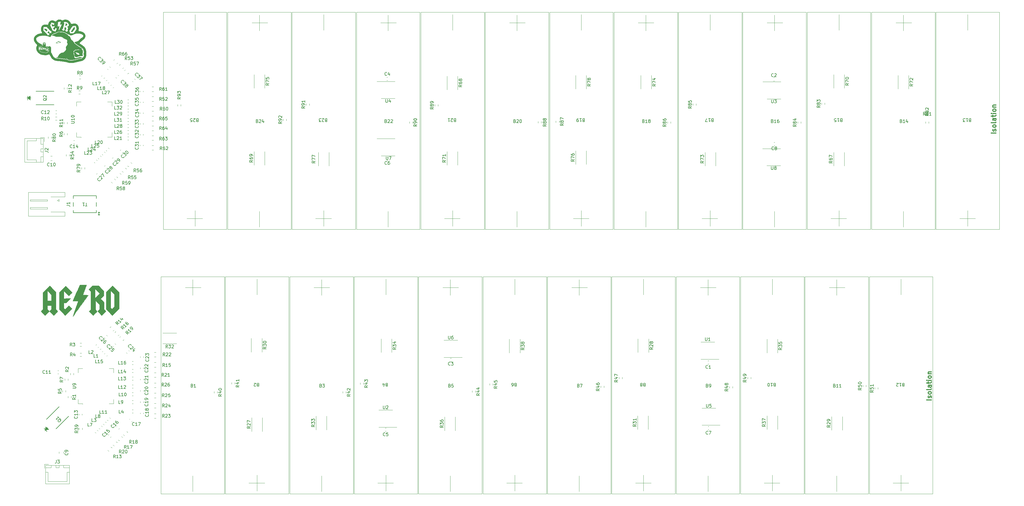
<source format=gbr>
%TF.GenerationSoftware,KiCad,Pcbnew,7.0.8*%
%TF.CreationDate,2023-11-15T21:58:06-05:00*%
%TF.ProjectId,BMS1,424d5331-2e6b-4696-9361-645f70636258,1*%
%TF.SameCoordinates,Original*%
%TF.FileFunction,Legend,Top*%
%TF.FilePolarity,Positive*%
%FSLAX46Y46*%
G04 Gerber Fmt 4.6, Leading zero omitted, Abs format (unit mm)*
G04 Created by KiCad (PCBNEW 7.0.8) date 2023-11-15 21:58:06*
%MOMM*%
%LPD*%
G01*
G04 APERTURE LIST*
%ADD10C,0.300000*%
%ADD11C,0.150000*%
%ADD12C,0.120000*%
%ADD13C,0.152400*%
%ADD14C,0.010000*%
G04 APERTURE END LIST*
D10*
X341292328Y-60022500D02*
X339792328Y-60022500D01*
X341220900Y-59379642D02*
X341292328Y-59236785D01*
X341292328Y-59236785D02*
X341292328Y-58951071D01*
X341292328Y-58951071D02*
X341220900Y-58808214D01*
X341220900Y-58808214D02*
X341078042Y-58736785D01*
X341078042Y-58736785D02*
X341006614Y-58736785D01*
X341006614Y-58736785D02*
X340863757Y-58808214D01*
X340863757Y-58808214D02*
X340792328Y-58951071D01*
X340792328Y-58951071D02*
X340792328Y-59165357D01*
X340792328Y-59165357D02*
X340720900Y-59308214D01*
X340720900Y-59308214D02*
X340578042Y-59379642D01*
X340578042Y-59379642D02*
X340506614Y-59379642D01*
X340506614Y-59379642D02*
X340363757Y-59308214D01*
X340363757Y-59308214D02*
X340292328Y-59165357D01*
X340292328Y-59165357D02*
X340292328Y-58951071D01*
X340292328Y-58951071D02*
X340363757Y-58808214D01*
X341292328Y-57879642D02*
X341220900Y-58022499D01*
X341220900Y-58022499D02*
X341149471Y-58093928D01*
X341149471Y-58093928D02*
X341006614Y-58165356D01*
X341006614Y-58165356D02*
X340578042Y-58165356D01*
X340578042Y-58165356D02*
X340435185Y-58093928D01*
X340435185Y-58093928D02*
X340363757Y-58022499D01*
X340363757Y-58022499D02*
X340292328Y-57879642D01*
X340292328Y-57879642D02*
X340292328Y-57665356D01*
X340292328Y-57665356D02*
X340363757Y-57522499D01*
X340363757Y-57522499D02*
X340435185Y-57451071D01*
X340435185Y-57451071D02*
X340578042Y-57379642D01*
X340578042Y-57379642D02*
X341006614Y-57379642D01*
X341006614Y-57379642D02*
X341149471Y-57451071D01*
X341149471Y-57451071D02*
X341220900Y-57522499D01*
X341220900Y-57522499D02*
X341292328Y-57665356D01*
X341292328Y-57665356D02*
X341292328Y-57879642D01*
X341292328Y-56522499D02*
X341220900Y-56665356D01*
X341220900Y-56665356D02*
X341078042Y-56736785D01*
X341078042Y-56736785D02*
X339792328Y-56736785D01*
X341292328Y-55308214D02*
X340506614Y-55308214D01*
X340506614Y-55308214D02*
X340363757Y-55379642D01*
X340363757Y-55379642D02*
X340292328Y-55522499D01*
X340292328Y-55522499D02*
X340292328Y-55808214D01*
X340292328Y-55808214D02*
X340363757Y-55951071D01*
X341220900Y-55308214D02*
X341292328Y-55451071D01*
X341292328Y-55451071D02*
X341292328Y-55808214D01*
X341292328Y-55808214D02*
X341220900Y-55951071D01*
X341220900Y-55951071D02*
X341078042Y-56022499D01*
X341078042Y-56022499D02*
X340935185Y-56022499D01*
X340935185Y-56022499D02*
X340792328Y-55951071D01*
X340792328Y-55951071D02*
X340720900Y-55808214D01*
X340720900Y-55808214D02*
X340720900Y-55451071D01*
X340720900Y-55451071D02*
X340649471Y-55308214D01*
X340292328Y-54808213D02*
X340292328Y-54236785D01*
X339792328Y-54593928D02*
X341078042Y-54593928D01*
X341078042Y-54593928D02*
X341220900Y-54522499D01*
X341220900Y-54522499D02*
X341292328Y-54379642D01*
X341292328Y-54379642D02*
X341292328Y-54236785D01*
X341292328Y-53736785D02*
X340292328Y-53736785D01*
X339792328Y-53736785D02*
X339863757Y-53808213D01*
X339863757Y-53808213D02*
X339935185Y-53736785D01*
X339935185Y-53736785D02*
X339863757Y-53665356D01*
X339863757Y-53665356D02*
X339792328Y-53736785D01*
X339792328Y-53736785D02*
X339935185Y-53736785D01*
X341292328Y-52808213D02*
X341220900Y-52951070D01*
X341220900Y-52951070D02*
X341149471Y-53022499D01*
X341149471Y-53022499D02*
X341006614Y-53093927D01*
X341006614Y-53093927D02*
X340578042Y-53093927D01*
X340578042Y-53093927D02*
X340435185Y-53022499D01*
X340435185Y-53022499D02*
X340363757Y-52951070D01*
X340363757Y-52951070D02*
X340292328Y-52808213D01*
X340292328Y-52808213D02*
X340292328Y-52593927D01*
X340292328Y-52593927D02*
X340363757Y-52451070D01*
X340363757Y-52451070D02*
X340435185Y-52379642D01*
X340435185Y-52379642D02*
X340578042Y-52308213D01*
X340578042Y-52308213D02*
X341006614Y-52308213D01*
X341006614Y-52308213D02*
X341149471Y-52379642D01*
X341149471Y-52379642D02*
X341220900Y-52451070D01*
X341220900Y-52451070D02*
X341292328Y-52593927D01*
X341292328Y-52593927D02*
X341292328Y-52808213D01*
X340292328Y-51665356D02*
X341292328Y-51665356D01*
X340435185Y-51665356D02*
X340363757Y-51593927D01*
X340363757Y-51593927D02*
X340292328Y-51451070D01*
X340292328Y-51451070D02*
X340292328Y-51236784D01*
X340292328Y-51236784D02*
X340363757Y-51093927D01*
X340363757Y-51093927D02*
X340506614Y-51022499D01*
X340506614Y-51022499D02*
X341292328Y-51022499D01*
X320606328Y-145416000D02*
X319106328Y-145416000D01*
X320534900Y-144773142D02*
X320606328Y-144630285D01*
X320606328Y-144630285D02*
X320606328Y-144344571D01*
X320606328Y-144344571D02*
X320534900Y-144201714D01*
X320534900Y-144201714D02*
X320392042Y-144130285D01*
X320392042Y-144130285D02*
X320320614Y-144130285D01*
X320320614Y-144130285D02*
X320177757Y-144201714D01*
X320177757Y-144201714D02*
X320106328Y-144344571D01*
X320106328Y-144344571D02*
X320106328Y-144558857D01*
X320106328Y-144558857D02*
X320034900Y-144701714D01*
X320034900Y-144701714D02*
X319892042Y-144773142D01*
X319892042Y-144773142D02*
X319820614Y-144773142D01*
X319820614Y-144773142D02*
X319677757Y-144701714D01*
X319677757Y-144701714D02*
X319606328Y-144558857D01*
X319606328Y-144558857D02*
X319606328Y-144344571D01*
X319606328Y-144344571D02*
X319677757Y-144201714D01*
X320606328Y-143273142D02*
X320534900Y-143415999D01*
X320534900Y-143415999D02*
X320463471Y-143487428D01*
X320463471Y-143487428D02*
X320320614Y-143558856D01*
X320320614Y-143558856D02*
X319892042Y-143558856D01*
X319892042Y-143558856D02*
X319749185Y-143487428D01*
X319749185Y-143487428D02*
X319677757Y-143415999D01*
X319677757Y-143415999D02*
X319606328Y-143273142D01*
X319606328Y-143273142D02*
X319606328Y-143058856D01*
X319606328Y-143058856D02*
X319677757Y-142915999D01*
X319677757Y-142915999D02*
X319749185Y-142844571D01*
X319749185Y-142844571D02*
X319892042Y-142773142D01*
X319892042Y-142773142D02*
X320320614Y-142773142D01*
X320320614Y-142773142D02*
X320463471Y-142844571D01*
X320463471Y-142844571D02*
X320534900Y-142915999D01*
X320534900Y-142915999D02*
X320606328Y-143058856D01*
X320606328Y-143058856D02*
X320606328Y-143273142D01*
X320606328Y-141915999D02*
X320534900Y-142058856D01*
X320534900Y-142058856D02*
X320392042Y-142130285D01*
X320392042Y-142130285D02*
X319106328Y-142130285D01*
X320606328Y-140701714D02*
X319820614Y-140701714D01*
X319820614Y-140701714D02*
X319677757Y-140773142D01*
X319677757Y-140773142D02*
X319606328Y-140915999D01*
X319606328Y-140915999D02*
X319606328Y-141201714D01*
X319606328Y-141201714D02*
X319677757Y-141344571D01*
X320534900Y-140701714D02*
X320606328Y-140844571D01*
X320606328Y-140844571D02*
X320606328Y-141201714D01*
X320606328Y-141201714D02*
X320534900Y-141344571D01*
X320534900Y-141344571D02*
X320392042Y-141415999D01*
X320392042Y-141415999D02*
X320249185Y-141415999D01*
X320249185Y-141415999D02*
X320106328Y-141344571D01*
X320106328Y-141344571D02*
X320034900Y-141201714D01*
X320034900Y-141201714D02*
X320034900Y-140844571D01*
X320034900Y-140844571D02*
X319963471Y-140701714D01*
X319606328Y-140201713D02*
X319606328Y-139630285D01*
X319106328Y-139987428D02*
X320392042Y-139987428D01*
X320392042Y-139987428D02*
X320534900Y-139915999D01*
X320534900Y-139915999D02*
X320606328Y-139773142D01*
X320606328Y-139773142D02*
X320606328Y-139630285D01*
X320606328Y-139130285D02*
X319606328Y-139130285D01*
X319106328Y-139130285D02*
X319177757Y-139201713D01*
X319177757Y-139201713D02*
X319249185Y-139130285D01*
X319249185Y-139130285D02*
X319177757Y-139058856D01*
X319177757Y-139058856D02*
X319106328Y-139130285D01*
X319106328Y-139130285D02*
X319249185Y-139130285D01*
X320606328Y-138201713D02*
X320534900Y-138344570D01*
X320534900Y-138344570D02*
X320463471Y-138415999D01*
X320463471Y-138415999D02*
X320320614Y-138487427D01*
X320320614Y-138487427D02*
X319892042Y-138487427D01*
X319892042Y-138487427D02*
X319749185Y-138415999D01*
X319749185Y-138415999D02*
X319677757Y-138344570D01*
X319677757Y-138344570D02*
X319606328Y-138201713D01*
X319606328Y-138201713D02*
X319606328Y-137987427D01*
X319606328Y-137987427D02*
X319677757Y-137844570D01*
X319677757Y-137844570D02*
X319749185Y-137773142D01*
X319749185Y-137773142D02*
X319892042Y-137701713D01*
X319892042Y-137701713D02*
X320320614Y-137701713D01*
X320320614Y-137701713D02*
X320463471Y-137773142D01*
X320463471Y-137773142D02*
X320534900Y-137844570D01*
X320534900Y-137844570D02*
X320606328Y-137987427D01*
X320606328Y-137987427D02*
X320606328Y-138201713D01*
X319606328Y-137058856D02*
X320606328Y-137058856D01*
X319749185Y-137058856D02*
X319677757Y-136987427D01*
X319677757Y-136987427D02*
X319606328Y-136844570D01*
X319606328Y-136844570D02*
X319606328Y-136630284D01*
X319606328Y-136630284D02*
X319677757Y-136487427D01*
X319677757Y-136487427D02*
X319820614Y-136415999D01*
X319820614Y-136415999D02*
X320606328Y-136415999D01*
D11*
X226180819Y-153296857D02*
X225704628Y-153630190D01*
X226180819Y-153868285D02*
X225180819Y-153868285D01*
X225180819Y-153868285D02*
X225180819Y-153487333D01*
X225180819Y-153487333D02*
X225228438Y-153392095D01*
X225228438Y-153392095D02*
X225276057Y-153344476D01*
X225276057Y-153344476D02*
X225371295Y-153296857D01*
X225371295Y-153296857D02*
X225514152Y-153296857D01*
X225514152Y-153296857D02*
X225609390Y-153344476D01*
X225609390Y-153344476D02*
X225657009Y-153392095D01*
X225657009Y-153392095D02*
X225704628Y-153487333D01*
X225704628Y-153487333D02*
X225704628Y-153868285D01*
X225180819Y-152963523D02*
X225180819Y-152344476D01*
X225180819Y-152344476D02*
X225561771Y-152677809D01*
X225561771Y-152677809D02*
X225561771Y-152534952D01*
X225561771Y-152534952D02*
X225609390Y-152439714D01*
X225609390Y-152439714D02*
X225657009Y-152392095D01*
X225657009Y-152392095D02*
X225752247Y-152344476D01*
X225752247Y-152344476D02*
X225990342Y-152344476D01*
X225990342Y-152344476D02*
X226085580Y-152392095D01*
X226085580Y-152392095D02*
X226133200Y-152439714D01*
X226133200Y-152439714D02*
X226180819Y-152534952D01*
X226180819Y-152534952D02*
X226180819Y-152820666D01*
X226180819Y-152820666D02*
X226133200Y-152915904D01*
X226133200Y-152915904D02*
X226085580Y-152963523D01*
X226180819Y-151392095D02*
X226180819Y-151963523D01*
X226180819Y-151677809D02*
X225180819Y-151677809D01*
X225180819Y-151677809D02*
X225323676Y-151773047D01*
X225323676Y-151773047D02*
X225418914Y-151868285D01*
X225418914Y-151868285D02*
X225466533Y-151963523D01*
X75249142Y-147720319D02*
X74915809Y-147244128D01*
X74677714Y-147720319D02*
X74677714Y-146720319D01*
X74677714Y-146720319D02*
X75058666Y-146720319D01*
X75058666Y-146720319D02*
X75153904Y-146767938D01*
X75153904Y-146767938D02*
X75201523Y-146815557D01*
X75201523Y-146815557D02*
X75249142Y-146910795D01*
X75249142Y-146910795D02*
X75249142Y-147053652D01*
X75249142Y-147053652D02*
X75201523Y-147148890D01*
X75201523Y-147148890D02*
X75153904Y-147196509D01*
X75153904Y-147196509D02*
X75058666Y-147244128D01*
X75058666Y-147244128D02*
X74677714Y-147244128D01*
X75630095Y-146815557D02*
X75677714Y-146767938D01*
X75677714Y-146767938D02*
X75772952Y-146720319D01*
X75772952Y-146720319D02*
X76011047Y-146720319D01*
X76011047Y-146720319D02*
X76106285Y-146767938D01*
X76106285Y-146767938D02*
X76153904Y-146815557D01*
X76153904Y-146815557D02*
X76201523Y-146910795D01*
X76201523Y-146910795D02*
X76201523Y-147006033D01*
X76201523Y-147006033D02*
X76153904Y-147148890D01*
X76153904Y-147148890D02*
X75582476Y-147720319D01*
X75582476Y-147720319D02*
X76201523Y-147720319D01*
X77058666Y-147053652D02*
X77058666Y-147720319D01*
X76820571Y-146672700D02*
X76582476Y-147386985D01*
X76582476Y-147386985D02*
X77201523Y-147386985D01*
X57296390Y-72536865D02*
X57296390Y-72604209D01*
X57296390Y-72604209D02*
X57229046Y-72738896D01*
X57229046Y-72738896D02*
X57161703Y-72806239D01*
X57161703Y-72806239D02*
X57027016Y-72873583D01*
X57027016Y-72873583D02*
X56892329Y-72873583D01*
X56892329Y-72873583D02*
X56791314Y-72839911D01*
X56791314Y-72839911D02*
X56622955Y-72738896D01*
X56622955Y-72738896D02*
X56521940Y-72637881D01*
X56521940Y-72637881D02*
X56420924Y-72469522D01*
X56420924Y-72469522D02*
X56387253Y-72368507D01*
X56387253Y-72368507D02*
X56387253Y-72233820D01*
X56387253Y-72233820D02*
X56454596Y-72099133D01*
X56454596Y-72099133D02*
X56521940Y-72031789D01*
X56521940Y-72031789D02*
X56656627Y-71964446D01*
X56656627Y-71964446D02*
X56723970Y-71964446D01*
X56993344Y-71695072D02*
X56993344Y-71627728D01*
X56993344Y-71627728D02*
X57027016Y-71526713D01*
X57027016Y-71526713D02*
X57195375Y-71358354D01*
X57195375Y-71358354D02*
X57296390Y-71324682D01*
X57296390Y-71324682D02*
X57363733Y-71324682D01*
X57363733Y-71324682D02*
X57464749Y-71358354D01*
X57464749Y-71358354D02*
X57532092Y-71425698D01*
X57532092Y-71425698D02*
X57599436Y-71560385D01*
X57599436Y-71560385D02*
X57599436Y-72368507D01*
X57599436Y-72368507D02*
X58037168Y-71930774D01*
X58037169Y-71122652D02*
X57936153Y-71156323D01*
X57936153Y-71156323D02*
X57868810Y-71156323D01*
X57868810Y-71156323D02*
X57767795Y-71122652D01*
X57767795Y-71122652D02*
X57734123Y-71088980D01*
X57734123Y-71088980D02*
X57700451Y-70987965D01*
X57700451Y-70987965D02*
X57700451Y-70920621D01*
X57700451Y-70920621D02*
X57734123Y-70819606D01*
X57734123Y-70819606D02*
X57868810Y-70684919D01*
X57868810Y-70684919D02*
X57969825Y-70651247D01*
X57969825Y-70651247D02*
X58037169Y-70651247D01*
X58037169Y-70651247D02*
X58138184Y-70684919D01*
X58138184Y-70684919D02*
X58171856Y-70718591D01*
X58171856Y-70718591D02*
X58205527Y-70819606D01*
X58205527Y-70819606D02*
X58205527Y-70886949D01*
X58205527Y-70886949D02*
X58171856Y-70987965D01*
X58171856Y-70987965D02*
X58037169Y-71122652D01*
X58037169Y-71122652D02*
X58003497Y-71223667D01*
X58003497Y-71223667D02*
X58003497Y-71291010D01*
X58003497Y-71291010D02*
X58037169Y-71392026D01*
X58037169Y-71392026D02*
X58171856Y-71526713D01*
X58171856Y-71526713D02*
X58272871Y-71560384D01*
X58272871Y-71560384D02*
X58340214Y-71560384D01*
X58340214Y-71560384D02*
X58441230Y-71526713D01*
X58441230Y-71526713D02*
X58575917Y-71392026D01*
X58575917Y-71392026D02*
X58609588Y-71291010D01*
X58609588Y-71291010D02*
X58609588Y-71223667D01*
X58609588Y-71223667D02*
X58575917Y-71122652D01*
X58575917Y-71122652D02*
X58441230Y-70987965D01*
X58441230Y-70987965D02*
X58340214Y-70954293D01*
X58340214Y-70954293D02*
X58272871Y-70954293D01*
X58272871Y-70954293D02*
X58171856Y-70987965D01*
X50217142Y-66838819D02*
X49740952Y-66838819D01*
X49740952Y-66838819D02*
X49740952Y-65838819D01*
X50502857Y-65934057D02*
X50550476Y-65886438D01*
X50550476Y-65886438D02*
X50645714Y-65838819D01*
X50645714Y-65838819D02*
X50883809Y-65838819D01*
X50883809Y-65838819D02*
X50979047Y-65886438D01*
X50979047Y-65886438D02*
X51026666Y-65934057D01*
X51026666Y-65934057D02*
X51074285Y-66029295D01*
X51074285Y-66029295D02*
X51074285Y-66124533D01*
X51074285Y-66124533D02*
X51026666Y-66267390D01*
X51026666Y-66267390D02*
X50455238Y-66838819D01*
X50455238Y-66838819D02*
X51074285Y-66838819D01*
X51407619Y-65838819D02*
X52026666Y-65838819D01*
X52026666Y-65838819D02*
X51693333Y-66219771D01*
X51693333Y-66219771D02*
X51836190Y-66219771D01*
X51836190Y-66219771D02*
X51931428Y-66267390D01*
X51931428Y-66267390D02*
X51979047Y-66315009D01*
X51979047Y-66315009D02*
X52026666Y-66410247D01*
X52026666Y-66410247D02*
X52026666Y-66648342D01*
X52026666Y-66648342D02*
X51979047Y-66743580D01*
X51979047Y-66743580D02*
X51931428Y-66791200D01*
X51931428Y-66791200D02*
X51836190Y-66838819D01*
X51836190Y-66838819D02*
X51550476Y-66838819D01*
X51550476Y-66838819D02*
X51455238Y-66791200D01*
X51455238Y-66791200D02*
X51407619Y-66743580D01*
X69935580Y-143138857D02*
X69983200Y-143186476D01*
X69983200Y-143186476D02*
X70030819Y-143329333D01*
X70030819Y-143329333D02*
X70030819Y-143424571D01*
X70030819Y-143424571D02*
X69983200Y-143567428D01*
X69983200Y-143567428D02*
X69887961Y-143662666D01*
X69887961Y-143662666D02*
X69792723Y-143710285D01*
X69792723Y-143710285D02*
X69602247Y-143757904D01*
X69602247Y-143757904D02*
X69459390Y-143757904D01*
X69459390Y-143757904D02*
X69268914Y-143710285D01*
X69268914Y-143710285D02*
X69173676Y-143662666D01*
X69173676Y-143662666D02*
X69078438Y-143567428D01*
X69078438Y-143567428D02*
X69030819Y-143424571D01*
X69030819Y-143424571D02*
X69030819Y-143329333D01*
X69030819Y-143329333D02*
X69078438Y-143186476D01*
X69078438Y-143186476D02*
X69126057Y-143138857D01*
X69126057Y-142757904D02*
X69078438Y-142710285D01*
X69078438Y-142710285D02*
X69030819Y-142615047D01*
X69030819Y-142615047D02*
X69030819Y-142376952D01*
X69030819Y-142376952D02*
X69078438Y-142281714D01*
X69078438Y-142281714D02*
X69126057Y-142234095D01*
X69126057Y-142234095D02*
X69221295Y-142186476D01*
X69221295Y-142186476D02*
X69316533Y-142186476D01*
X69316533Y-142186476D02*
X69459390Y-142234095D01*
X69459390Y-142234095D02*
X70030819Y-142805523D01*
X70030819Y-142805523D02*
X70030819Y-142186476D01*
X69030819Y-141567428D02*
X69030819Y-141472190D01*
X69030819Y-141472190D02*
X69078438Y-141376952D01*
X69078438Y-141376952D02*
X69126057Y-141329333D01*
X69126057Y-141329333D02*
X69221295Y-141281714D01*
X69221295Y-141281714D02*
X69411771Y-141234095D01*
X69411771Y-141234095D02*
X69649866Y-141234095D01*
X69649866Y-141234095D02*
X69840342Y-141281714D01*
X69840342Y-141281714D02*
X69935580Y-141329333D01*
X69935580Y-141329333D02*
X69983200Y-141376952D01*
X69983200Y-141376952D02*
X70030819Y-141472190D01*
X70030819Y-141472190D02*
X70030819Y-141567428D01*
X70030819Y-141567428D02*
X69983200Y-141662666D01*
X69983200Y-141662666D02*
X69935580Y-141710285D01*
X69935580Y-141710285D02*
X69840342Y-141757904D01*
X69840342Y-141757904D02*
X69649866Y-141805523D01*
X69649866Y-141805523D02*
X69411771Y-141805523D01*
X69411771Y-141805523D02*
X69221295Y-141757904D01*
X69221295Y-141757904D02*
X69126057Y-141710285D01*
X69126057Y-141710285D02*
X69078438Y-141662666D01*
X69078438Y-141662666D02*
X69030819Y-141567428D01*
X125323238Y-140847009D02*
X125466095Y-140894628D01*
X125466095Y-140894628D02*
X125513714Y-140942247D01*
X125513714Y-140942247D02*
X125561333Y-141037485D01*
X125561333Y-141037485D02*
X125561333Y-141180342D01*
X125561333Y-141180342D02*
X125513714Y-141275580D01*
X125513714Y-141275580D02*
X125466095Y-141323200D01*
X125466095Y-141323200D02*
X125370857Y-141370819D01*
X125370857Y-141370819D02*
X124989905Y-141370819D01*
X124989905Y-141370819D02*
X124989905Y-140370819D01*
X124989905Y-140370819D02*
X125323238Y-140370819D01*
X125323238Y-140370819D02*
X125418476Y-140418438D01*
X125418476Y-140418438D02*
X125466095Y-140466057D01*
X125466095Y-140466057D02*
X125513714Y-140561295D01*
X125513714Y-140561295D02*
X125513714Y-140656533D01*
X125513714Y-140656533D02*
X125466095Y-140751771D01*
X125466095Y-140751771D02*
X125418476Y-140799390D01*
X125418476Y-140799390D02*
X125323238Y-140847009D01*
X125323238Y-140847009D02*
X124989905Y-140847009D01*
X125894667Y-140370819D02*
X126513714Y-140370819D01*
X126513714Y-140370819D02*
X126180381Y-140751771D01*
X126180381Y-140751771D02*
X126323238Y-140751771D01*
X126323238Y-140751771D02*
X126418476Y-140799390D01*
X126418476Y-140799390D02*
X126466095Y-140847009D01*
X126466095Y-140847009D02*
X126513714Y-140942247D01*
X126513714Y-140942247D02*
X126513714Y-141180342D01*
X126513714Y-141180342D02*
X126466095Y-141275580D01*
X126466095Y-141275580D02*
X126418476Y-141323200D01*
X126418476Y-141323200D02*
X126323238Y-141370819D01*
X126323238Y-141370819D02*
X126037524Y-141370819D01*
X126037524Y-141370819D02*
X125942286Y-141323200D01*
X125942286Y-141323200D02*
X125894667Y-141275580D01*
X248646095Y-146776819D02*
X248646095Y-147586342D01*
X248646095Y-147586342D02*
X248693714Y-147681580D01*
X248693714Y-147681580D02*
X248741333Y-147729200D01*
X248741333Y-147729200D02*
X248836571Y-147776819D01*
X248836571Y-147776819D02*
X249027047Y-147776819D01*
X249027047Y-147776819D02*
X249122285Y-147729200D01*
X249122285Y-147729200D02*
X249169904Y-147681580D01*
X249169904Y-147681580D02*
X249217523Y-147586342D01*
X249217523Y-147586342D02*
X249217523Y-146776819D01*
X250169904Y-146776819D02*
X249693714Y-146776819D01*
X249693714Y-146776819D02*
X249646095Y-147253009D01*
X249646095Y-147253009D02*
X249693714Y-147205390D01*
X249693714Y-147205390D02*
X249788952Y-147157771D01*
X249788952Y-147157771D02*
X250027047Y-147157771D01*
X250027047Y-147157771D02*
X250122285Y-147205390D01*
X250122285Y-147205390D02*
X250169904Y-147253009D01*
X250169904Y-147253009D02*
X250217523Y-147348247D01*
X250217523Y-147348247D02*
X250217523Y-147586342D01*
X250217523Y-147586342D02*
X250169904Y-147681580D01*
X250169904Y-147681580D02*
X250122285Y-147729200D01*
X250122285Y-147729200D02*
X250027047Y-147776819D01*
X250027047Y-147776819D02*
X249788952Y-147776819D01*
X249788952Y-147776819D02*
X249693714Y-147729200D01*
X249693714Y-147729200D02*
X249646095Y-147681580D01*
X51357143Y-65698818D02*
X50880953Y-65698818D01*
X50880953Y-65698818D02*
X50880953Y-64698818D01*
X51642858Y-64794056D02*
X51690477Y-64746437D01*
X51690477Y-64746437D02*
X51785715Y-64698818D01*
X51785715Y-64698818D02*
X52023810Y-64698818D01*
X52023810Y-64698818D02*
X52119048Y-64746437D01*
X52119048Y-64746437D02*
X52166667Y-64794056D01*
X52166667Y-64794056D02*
X52214286Y-64889294D01*
X52214286Y-64889294D02*
X52214286Y-64984532D01*
X52214286Y-64984532D02*
X52166667Y-65127389D01*
X52166667Y-65127389D02*
X51595239Y-65698818D01*
X51595239Y-65698818D02*
X52214286Y-65698818D01*
X53071429Y-65032151D02*
X53071429Y-65698818D01*
X52833334Y-64651199D02*
X52595239Y-65365484D01*
X52595239Y-65365484D02*
X53214286Y-65365484D01*
X105112761Y-140584990D02*
X104969904Y-140537371D01*
X104969904Y-140537371D02*
X104922285Y-140489752D01*
X104922285Y-140489752D02*
X104874666Y-140394514D01*
X104874666Y-140394514D02*
X104874666Y-140251657D01*
X104874666Y-140251657D02*
X104922285Y-140156419D01*
X104922285Y-140156419D02*
X104969904Y-140108800D01*
X104969904Y-140108800D02*
X105065142Y-140061180D01*
X105065142Y-140061180D02*
X105446094Y-140061180D01*
X105446094Y-140061180D02*
X105446094Y-141061180D01*
X105446094Y-141061180D02*
X105112761Y-141061180D01*
X105112761Y-141061180D02*
X105017523Y-141013561D01*
X105017523Y-141013561D02*
X104969904Y-140965942D01*
X104969904Y-140965942D02*
X104922285Y-140870704D01*
X104922285Y-140870704D02*
X104922285Y-140775466D01*
X104922285Y-140775466D02*
X104969904Y-140680228D01*
X104969904Y-140680228D02*
X105017523Y-140632609D01*
X105017523Y-140632609D02*
X105112761Y-140584990D01*
X105112761Y-140584990D02*
X105446094Y-140584990D01*
X104493713Y-140965942D02*
X104446094Y-141013561D01*
X104446094Y-141013561D02*
X104350856Y-141061180D01*
X104350856Y-141061180D02*
X104112761Y-141061180D01*
X104112761Y-141061180D02*
X104017523Y-141013561D01*
X104017523Y-141013561D02*
X103969904Y-140965942D01*
X103969904Y-140965942D02*
X103922285Y-140870704D01*
X103922285Y-140870704D02*
X103922285Y-140775466D01*
X103922285Y-140775466D02*
X103969904Y-140632609D01*
X103969904Y-140632609D02*
X104541332Y-140061180D01*
X104541332Y-140061180D02*
X103922285Y-140061180D01*
X62401551Y-67576439D02*
X62401551Y-67643783D01*
X62401551Y-67643783D02*
X62334207Y-67778470D01*
X62334207Y-67778470D02*
X62266864Y-67845813D01*
X62266864Y-67845813D02*
X62132177Y-67913157D01*
X62132177Y-67913157D02*
X61997490Y-67913157D01*
X61997490Y-67913157D02*
X61896475Y-67879485D01*
X61896475Y-67879485D02*
X61728116Y-67778470D01*
X61728116Y-67778470D02*
X61627101Y-67677455D01*
X61627101Y-67677455D02*
X61526085Y-67509096D01*
X61526085Y-67509096D02*
X61492414Y-67408081D01*
X61492414Y-67408081D02*
X61492414Y-67273394D01*
X61492414Y-67273394D02*
X61559757Y-67138707D01*
X61559757Y-67138707D02*
X61627101Y-67071363D01*
X61627101Y-67071363D02*
X61761788Y-67004020D01*
X61761788Y-67004020D02*
X61829131Y-67004020D01*
X61997490Y-66700974D02*
X62435223Y-66263241D01*
X62435223Y-66263241D02*
X62468894Y-66768317D01*
X62468894Y-66768317D02*
X62569910Y-66667302D01*
X62569910Y-66667302D02*
X62670925Y-66633630D01*
X62670925Y-66633630D02*
X62738268Y-66633630D01*
X62738268Y-66633630D02*
X62839284Y-66667302D01*
X62839284Y-66667302D02*
X63007642Y-66835661D01*
X63007642Y-66835661D02*
X63041314Y-66936676D01*
X63041314Y-66936676D02*
X63041314Y-67004020D01*
X63041314Y-67004020D02*
X63007642Y-67105035D01*
X63007642Y-67105035D02*
X62805612Y-67307065D01*
X62805612Y-67307065D02*
X62704597Y-67340737D01*
X62704597Y-67340737D02*
X62637253Y-67340737D01*
X62872956Y-65825508D02*
X62940299Y-65758165D01*
X62940299Y-65758165D02*
X63041314Y-65724493D01*
X63041314Y-65724493D02*
X63108658Y-65724493D01*
X63108658Y-65724493D02*
X63209673Y-65758165D01*
X63209673Y-65758165D02*
X63378032Y-65859180D01*
X63378032Y-65859180D02*
X63546391Y-66027539D01*
X63546391Y-66027539D02*
X63647406Y-66195897D01*
X63647406Y-66195897D02*
X63681078Y-66296913D01*
X63681078Y-66296913D02*
X63681078Y-66364256D01*
X63681078Y-66364256D02*
X63647406Y-66465271D01*
X63647406Y-66465271D02*
X63580062Y-66532615D01*
X63580062Y-66532615D02*
X63479047Y-66566287D01*
X63479047Y-66566287D02*
X63411704Y-66566287D01*
X63411704Y-66566287D02*
X63310688Y-66532615D01*
X63310688Y-66532615D02*
X63142330Y-66431600D01*
X63142330Y-66431600D02*
X62973971Y-66263241D01*
X62973971Y-66263241D02*
X62872956Y-66094882D01*
X62872956Y-66094882D02*
X62839284Y-65993867D01*
X62839284Y-65993867D02*
X62839284Y-65926523D01*
X62839284Y-65926523D02*
X62872956Y-65825508D01*
X61755389Y-44011913D02*
X61688045Y-44011913D01*
X61688045Y-44011913D02*
X61553358Y-43944569D01*
X61553358Y-43944569D02*
X61486015Y-43877226D01*
X61486015Y-43877226D02*
X61418671Y-43742539D01*
X61418671Y-43742539D02*
X61418671Y-43607852D01*
X61418671Y-43607852D02*
X61452343Y-43506837D01*
X61452343Y-43506837D02*
X61553358Y-43338478D01*
X61553358Y-43338478D02*
X61654373Y-43237463D01*
X61654373Y-43237463D02*
X61822732Y-43136447D01*
X61822732Y-43136447D02*
X61923747Y-43102776D01*
X61923747Y-43102776D02*
X62058434Y-43102776D01*
X62058434Y-43102776D02*
X62193121Y-43170119D01*
X62193121Y-43170119D02*
X62260465Y-43237463D01*
X62260465Y-43237463D02*
X62327808Y-43372150D01*
X62327808Y-43372150D02*
X62327808Y-43439493D01*
X62630854Y-43607852D02*
X63068587Y-44045585D01*
X63068587Y-44045585D02*
X62563511Y-44079256D01*
X62563511Y-44079256D02*
X62664526Y-44180272D01*
X62664526Y-44180272D02*
X62698198Y-44281287D01*
X62698198Y-44281287D02*
X62698198Y-44348630D01*
X62698198Y-44348630D02*
X62664526Y-44449646D01*
X62664526Y-44449646D02*
X62496167Y-44618004D01*
X62496167Y-44618004D02*
X62395152Y-44651676D01*
X62395152Y-44651676D02*
X62327808Y-44651676D01*
X62327808Y-44651676D02*
X62226793Y-44618004D01*
X62226793Y-44618004D02*
X62024763Y-44415974D01*
X62024763Y-44415974D02*
X61991091Y-44314959D01*
X61991091Y-44314959D02*
X61991091Y-44247615D01*
X63169602Y-44752692D02*
X63135931Y-44651676D01*
X63135931Y-44651676D02*
X63135931Y-44584333D01*
X63135931Y-44584333D02*
X63169602Y-44483318D01*
X63169602Y-44483318D02*
X63203274Y-44449646D01*
X63203274Y-44449646D02*
X63304289Y-44415974D01*
X63304289Y-44415974D02*
X63371633Y-44415974D01*
X63371633Y-44415974D02*
X63472648Y-44449646D01*
X63472648Y-44449646D02*
X63607335Y-44584333D01*
X63607335Y-44584333D02*
X63641007Y-44685348D01*
X63641007Y-44685348D02*
X63641007Y-44752692D01*
X63641007Y-44752692D02*
X63607335Y-44853707D01*
X63607335Y-44853707D02*
X63573663Y-44887379D01*
X63573663Y-44887379D02*
X63472648Y-44921050D01*
X63472648Y-44921050D02*
X63405305Y-44921050D01*
X63405305Y-44921050D02*
X63304289Y-44887379D01*
X63304289Y-44887379D02*
X63169602Y-44752692D01*
X63169602Y-44752692D02*
X63068587Y-44719020D01*
X63068587Y-44719020D02*
X63001244Y-44719020D01*
X63001244Y-44719020D02*
X62900228Y-44752692D01*
X62900228Y-44752692D02*
X62765541Y-44887379D01*
X62765541Y-44887379D02*
X62731870Y-44988394D01*
X62731870Y-44988394D02*
X62731870Y-45055737D01*
X62731870Y-45055737D02*
X62765541Y-45156753D01*
X62765541Y-45156753D02*
X62900228Y-45291440D01*
X62900228Y-45291440D02*
X63001244Y-45325111D01*
X63001244Y-45325111D02*
X63068587Y-45325111D01*
X63068587Y-45325111D02*
X63169602Y-45291440D01*
X63169602Y-45291440D02*
X63304289Y-45156753D01*
X63304289Y-45156753D02*
X63337961Y-45055737D01*
X63337961Y-45055737D02*
X63337961Y-44988394D01*
X63337961Y-44988394D02*
X63304289Y-44887379D01*
X249101728Y-135262395D02*
X249054109Y-135310015D01*
X249054109Y-135310015D02*
X248911252Y-135357634D01*
X248911252Y-135357634D02*
X248816014Y-135357634D01*
X248816014Y-135357634D02*
X248673157Y-135310015D01*
X248673157Y-135310015D02*
X248577919Y-135214776D01*
X248577919Y-135214776D02*
X248530300Y-135119538D01*
X248530300Y-135119538D02*
X248482681Y-134929062D01*
X248482681Y-134929062D02*
X248482681Y-134786205D01*
X248482681Y-134786205D02*
X248530300Y-134595729D01*
X248530300Y-134595729D02*
X248577919Y-134500491D01*
X248577919Y-134500491D02*
X248673157Y-134405253D01*
X248673157Y-134405253D02*
X248816014Y-134357634D01*
X248816014Y-134357634D02*
X248911252Y-134357634D01*
X248911252Y-134357634D02*
X249054109Y-134405253D01*
X249054109Y-134405253D02*
X249101728Y-134452872D01*
X250054109Y-135357634D02*
X249482681Y-135357634D01*
X249768395Y-135357634D02*
X249768395Y-134357634D01*
X249768395Y-134357634D02*
X249673157Y-134500491D01*
X249673157Y-134500491D02*
X249577919Y-134595729D01*
X249577919Y-134595729D02*
X249482681Y-134643348D01*
X270189833Y-65289580D02*
X270142214Y-65337200D01*
X270142214Y-65337200D02*
X269999357Y-65384819D01*
X269999357Y-65384819D02*
X269904119Y-65384819D01*
X269904119Y-65384819D02*
X269761262Y-65337200D01*
X269761262Y-65337200D02*
X269666024Y-65241961D01*
X269666024Y-65241961D02*
X269618405Y-65146723D01*
X269618405Y-65146723D02*
X269570786Y-64956247D01*
X269570786Y-64956247D02*
X269570786Y-64813390D01*
X269570786Y-64813390D02*
X269618405Y-64622914D01*
X269618405Y-64622914D02*
X269666024Y-64527676D01*
X269666024Y-64527676D02*
X269761262Y-64432438D01*
X269761262Y-64432438D02*
X269904119Y-64384819D01*
X269904119Y-64384819D02*
X269999357Y-64384819D01*
X269999357Y-64384819D02*
X270142214Y-64432438D01*
X270142214Y-64432438D02*
X270189833Y-64480057D01*
X270761262Y-64813390D02*
X270666024Y-64765771D01*
X270666024Y-64765771D02*
X270618405Y-64718152D01*
X270618405Y-64718152D02*
X270570786Y-64622914D01*
X270570786Y-64622914D02*
X270570786Y-64575295D01*
X270570786Y-64575295D02*
X270618405Y-64480057D01*
X270618405Y-64480057D02*
X270666024Y-64432438D01*
X270666024Y-64432438D02*
X270761262Y-64384819D01*
X270761262Y-64384819D02*
X270951738Y-64384819D01*
X270951738Y-64384819D02*
X271046976Y-64432438D01*
X271046976Y-64432438D02*
X271094595Y-64480057D01*
X271094595Y-64480057D02*
X271142214Y-64575295D01*
X271142214Y-64575295D02*
X271142214Y-64622914D01*
X271142214Y-64622914D02*
X271094595Y-64718152D01*
X271094595Y-64718152D02*
X271046976Y-64765771D01*
X271046976Y-64765771D02*
X270951738Y-64813390D01*
X270951738Y-64813390D02*
X270761262Y-64813390D01*
X270761262Y-64813390D02*
X270666024Y-64861009D01*
X270666024Y-64861009D02*
X270618405Y-64908628D01*
X270618405Y-64908628D02*
X270570786Y-65003866D01*
X270570786Y-65003866D02*
X270570786Y-65194342D01*
X270570786Y-65194342D02*
X270618405Y-65289580D01*
X270618405Y-65289580D02*
X270666024Y-65337200D01*
X270666024Y-65337200D02*
X270761262Y-65384819D01*
X270761262Y-65384819D02*
X270951738Y-65384819D01*
X270951738Y-65384819D02*
X271046976Y-65337200D01*
X271046976Y-65337200D02*
X271094595Y-65289580D01*
X271094595Y-65289580D02*
X271142214Y-65194342D01*
X271142214Y-65194342D02*
X271142214Y-65003866D01*
X271142214Y-65003866D02*
X271094595Y-64908628D01*
X271094595Y-64908628D02*
X271046976Y-64861009D01*
X271046976Y-64861009D02*
X270951738Y-64813390D01*
X270089332Y-41865080D02*
X270041713Y-41912700D01*
X270041713Y-41912700D02*
X269898856Y-41960319D01*
X269898856Y-41960319D02*
X269803618Y-41960319D01*
X269803618Y-41960319D02*
X269660761Y-41912700D01*
X269660761Y-41912700D02*
X269565523Y-41817461D01*
X269565523Y-41817461D02*
X269517904Y-41722223D01*
X269517904Y-41722223D02*
X269470285Y-41531747D01*
X269470285Y-41531747D02*
X269470285Y-41388890D01*
X269470285Y-41388890D02*
X269517904Y-41198414D01*
X269517904Y-41198414D02*
X269565523Y-41103176D01*
X269565523Y-41103176D02*
X269660761Y-41007938D01*
X269660761Y-41007938D02*
X269803618Y-40960319D01*
X269803618Y-40960319D02*
X269898856Y-40960319D01*
X269898856Y-40960319D02*
X270041713Y-41007938D01*
X270041713Y-41007938D02*
X270089332Y-41055557D01*
X270470285Y-41055557D02*
X270517904Y-41007938D01*
X270517904Y-41007938D02*
X270613142Y-40960319D01*
X270613142Y-40960319D02*
X270851237Y-40960319D01*
X270851237Y-40960319D02*
X270946475Y-41007938D01*
X270946475Y-41007938D02*
X270994094Y-41055557D01*
X270994094Y-41055557D02*
X271041713Y-41150795D01*
X271041713Y-41150795D02*
X271041713Y-41246033D01*
X271041713Y-41246033D02*
X270994094Y-41388890D01*
X270994094Y-41388890D02*
X270422666Y-41960319D01*
X270422666Y-41960319D02*
X271041713Y-41960319D01*
X146332761Y-140584990D02*
X146189904Y-140537371D01*
X146189904Y-140537371D02*
X146142285Y-140489752D01*
X146142285Y-140489752D02*
X146094666Y-140394514D01*
X146094666Y-140394514D02*
X146094666Y-140251657D01*
X146094666Y-140251657D02*
X146142285Y-140156419D01*
X146142285Y-140156419D02*
X146189904Y-140108800D01*
X146189904Y-140108800D02*
X146285142Y-140061180D01*
X146285142Y-140061180D02*
X146666094Y-140061180D01*
X146666094Y-140061180D02*
X146666094Y-141061180D01*
X146666094Y-141061180D02*
X146332761Y-141061180D01*
X146332761Y-141061180D02*
X146237523Y-141013561D01*
X146237523Y-141013561D02*
X146189904Y-140965942D01*
X146189904Y-140965942D02*
X146142285Y-140870704D01*
X146142285Y-140870704D02*
X146142285Y-140775466D01*
X146142285Y-140775466D02*
X146189904Y-140680228D01*
X146189904Y-140680228D02*
X146237523Y-140632609D01*
X146237523Y-140632609D02*
X146332761Y-140584990D01*
X146332761Y-140584990D02*
X146666094Y-140584990D01*
X145237523Y-140727847D02*
X145237523Y-140061180D01*
X145475618Y-141108800D02*
X145713713Y-140394514D01*
X145713713Y-140394514D02*
X145094666Y-140394514D01*
X181716819Y-141104857D02*
X181240628Y-141438190D01*
X181716819Y-141676285D02*
X180716819Y-141676285D01*
X180716819Y-141676285D02*
X180716819Y-141295333D01*
X180716819Y-141295333D02*
X180764438Y-141200095D01*
X180764438Y-141200095D02*
X180812057Y-141152476D01*
X180812057Y-141152476D02*
X180907295Y-141104857D01*
X180907295Y-141104857D02*
X181050152Y-141104857D01*
X181050152Y-141104857D02*
X181145390Y-141152476D01*
X181145390Y-141152476D02*
X181193009Y-141200095D01*
X181193009Y-141200095D02*
X181240628Y-141295333D01*
X181240628Y-141295333D02*
X181240628Y-141676285D01*
X181050152Y-140247714D02*
X181716819Y-140247714D01*
X180669200Y-140485809D02*
X181383485Y-140723904D01*
X181383485Y-140723904D02*
X181383485Y-140104857D01*
X180716819Y-139247714D02*
X180716819Y-139723904D01*
X180716819Y-139723904D02*
X181193009Y-139771523D01*
X181193009Y-139771523D02*
X181145390Y-139723904D01*
X181145390Y-139723904D02*
X181097771Y-139628666D01*
X181097771Y-139628666D02*
X181097771Y-139390571D01*
X181097771Y-139390571D02*
X181145390Y-139295333D01*
X181145390Y-139295333D02*
X181193009Y-139247714D01*
X181193009Y-139247714D02*
X181288247Y-139200095D01*
X181288247Y-139200095D02*
X181526342Y-139200095D01*
X181526342Y-139200095D02*
X181621580Y-139247714D01*
X181621580Y-139247714D02*
X181669200Y-139295333D01*
X181669200Y-139295333D02*
X181716819Y-139390571D01*
X181716819Y-139390571D02*
X181716819Y-139628666D01*
X181716819Y-139628666D02*
X181669200Y-139723904D01*
X181669200Y-139723904D02*
X181621580Y-139771523D01*
X269763047Y-56163509D02*
X269905904Y-56211128D01*
X269905904Y-56211128D02*
X269953523Y-56258747D01*
X269953523Y-56258747D02*
X270001142Y-56353985D01*
X270001142Y-56353985D02*
X270001142Y-56496842D01*
X270001142Y-56496842D02*
X269953523Y-56592080D01*
X269953523Y-56592080D02*
X269905904Y-56639700D01*
X269905904Y-56639700D02*
X269810666Y-56687319D01*
X269810666Y-56687319D02*
X269429714Y-56687319D01*
X269429714Y-56687319D02*
X269429714Y-55687319D01*
X269429714Y-55687319D02*
X269763047Y-55687319D01*
X269763047Y-55687319D02*
X269858285Y-55734938D01*
X269858285Y-55734938D02*
X269905904Y-55782557D01*
X269905904Y-55782557D02*
X269953523Y-55877795D01*
X269953523Y-55877795D02*
X269953523Y-55973033D01*
X269953523Y-55973033D02*
X269905904Y-56068271D01*
X269905904Y-56068271D02*
X269858285Y-56115890D01*
X269858285Y-56115890D02*
X269763047Y-56163509D01*
X269763047Y-56163509D02*
X269429714Y-56163509D01*
X270953523Y-56687319D02*
X270382095Y-56687319D01*
X270667809Y-56687319D02*
X270667809Y-55687319D01*
X270667809Y-55687319D02*
X270572571Y-55830176D01*
X270572571Y-55830176D02*
X270477333Y-55925414D01*
X270477333Y-55925414D02*
X270382095Y-55973033D01*
X271810666Y-55687319D02*
X271620190Y-55687319D01*
X271620190Y-55687319D02*
X271524952Y-55734938D01*
X271524952Y-55734938D02*
X271477333Y-55782557D01*
X271477333Y-55782557D02*
X271382095Y-55925414D01*
X271382095Y-55925414D02*
X271334476Y-56115890D01*
X271334476Y-56115890D02*
X271334476Y-56496842D01*
X271334476Y-56496842D02*
X271382095Y-56592080D01*
X271382095Y-56592080D02*
X271429714Y-56639700D01*
X271429714Y-56639700D02*
X271524952Y-56687319D01*
X271524952Y-56687319D02*
X271715428Y-56687319D01*
X271715428Y-56687319D02*
X271810666Y-56639700D01*
X271810666Y-56639700D02*
X271858285Y-56592080D01*
X271858285Y-56592080D02*
X271905904Y-56496842D01*
X271905904Y-56496842D02*
X271905904Y-56258747D01*
X271905904Y-56258747D02*
X271858285Y-56163509D01*
X271858285Y-56163509D02*
X271810666Y-56115890D01*
X271810666Y-56115890D02*
X271715428Y-56068271D01*
X271715428Y-56068271D02*
X271524952Y-56068271D01*
X271524952Y-56068271D02*
X271429714Y-56115890D01*
X271429714Y-56115890D02*
X271382095Y-56163509D01*
X271382095Y-56163509D02*
X271334476Y-56258747D01*
X302046819Y-142374857D02*
X301570628Y-142708190D01*
X302046819Y-142946285D02*
X301046819Y-142946285D01*
X301046819Y-142946285D02*
X301046819Y-142565333D01*
X301046819Y-142565333D02*
X301094438Y-142470095D01*
X301094438Y-142470095D02*
X301142057Y-142422476D01*
X301142057Y-142422476D02*
X301237295Y-142374857D01*
X301237295Y-142374857D02*
X301380152Y-142374857D01*
X301380152Y-142374857D02*
X301475390Y-142422476D01*
X301475390Y-142422476D02*
X301523009Y-142470095D01*
X301523009Y-142470095D02*
X301570628Y-142565333D01*
X301570628Y-142565333D02*
X301570628Y-142946285D01*
X301046819Y-141470095D02*
X301046819Y-141946285D01*
X301046819Y-141946285D02*
X301523009Y-141993904D01*
X301523009Y-141993904D02*
X301475390Y-141946285D01*
X301475390Y-141946285D02*
X301427771Y-141851047D01*
X301427771Y-141851047D02*
X301427771Y-141612952D01*
X301427771Y-141612952D02*
X301475390Y-141517714D01*
X301475390Y-141517714D02*
X301523009Y-141470095D01*
X301523009Y-141470095D02*
X301618247Y-141422476D01*
X301618247Y-141422476D02*
X301856342Y-141422476D01*
X301856342Y-141422476D02*
X301951580Y-141470095D01*
X301951580Y-141470095D02*
X301999200Y-141517714D01*
X301999200Y-141517714D02*
X302046819Y-141612952D01*
X302046819Y-141612952D02*
X302046819Y-141851047D01*
X302046819Y-141851047D02*
X301999200Y-141946285D01*
X301999200Y-141946285D02*
X301951580Y-141993904D01*
X302046819Y-140470095D02*
X302046819Y-141041523D01*
X302046819Y-140755809D02*
X301046819Y-140755809D01*
X301046819Y-140755809D02*
X301189676Y-140851047D01*
X301189676Y-140851047D02*
X301284914Y-140946285D01*
X301284914Y-140946285D02*
X301332533Y-141041523D01*
X291724952Y-55901490D02*
X291582095Y-55853871D01*
X291582095Y-55853871D02*
X291534476Y-55806252D01*
X291534476Y-55806252D02*
X291486857Y-55711014D01*
X291486857Y-55711014D02*
X291486857Y-55568157D01*
X291486857Y-55568157D02*
X291534476Y-55472919D01*
X291534476Y-55472919D02*
X291582095Y-55425300D01*
X291582095Y-55425300D02*
X291677333Y-55377680D01*
X291677333Y-55377680D02*
X292058285Y-55377680D01*
X292058285Y-55377680D02*
X292058285Y-56377680D01*
X292058285Y-56377680D02*
X291724952Y-56377680D01*
X291724952Y-56377680D02*
X291629714Y-56330061D01*
X291629714Y-56330061D02*
X291582095Y-56282442D01*
X291582095Y-56282442D02*
X291534476Y-56187204D01*
X291534476Y-56187204D02*
X291534476Y-56091966D01*
X291534476Y-56091966D02*
X291582095Y-55996728D01*
X291582095Y-55996728D02*
X291629714Y-55949109D01*
X291629714Y-55949109D02*
X291724952Y-55901490D01*
X291724952Y-55901490D02*
X292058285Y-55901490D01*
X290534476Y-55377680D02*
X291105904Y-55377680D01*
X290820190Y-55377680D02*
X290820190Y-56377680D01*
X290820190Y-56377680D02*
X290915428Y-56234823D01*
X290915428Y-56234823D02*
X291010666Y-56139585D01*
X291010666Y-56139585D02*
X291105904Y-56091966D01*
X289629714Y-56377680D02*
X290105904Y-56377680D01*
X290105904Y-56377680D02*
X290153523Y-55901490D01*
X290153523Y-55901490D02*
X290105904Y-55949109D01*
X290105904Y-55949109D02*
X290010666Y-55996728D01*
X290010666Y-55996728D02*
X289772571Y-55996728D01*
X289772571Y-55996728D02*
X289677333Y-55949109D01*
X289677333Y-55949109D02*
X289629714Y-55901490D01*
X289629714Y-55901490D02*
X289582095Y-55806252D01*
X289582095Y-55806252D02*
X289582095Y-55568157D01*
X289582095Y-55568157D02*
X289629714Y-55472919D01*
X289629714Y-55472919D02*
X289677333Y-55425300D01*
X289677333Y-55425300D02*
X289772571Y-55377680D01*
X289772571Y-55377680D02*
X290010666Y-55377680D01*
X290010666Y-55377680D02*
X290105904Y-55425300D01*
X290105904Y-55425300D02*
X290153523Y-55472919D01*
X45783833Y-131391819D02*
X45450500Y-130915628D01*
X45212405Y-131391819D02*
X45212405Y-130391819D01*
X45212405Y-130391819D02*
X45593357Y-130391819D01*
X45593357Y-130391819D02*
X45688595Y-130439438D01*
X45688595Y-130439438D02*
X45736214Y-130487057D01*
X45736214Y-130487057D02*
X45783833Y-130582295D01*
X45783833Y-130582295D02*
X45783833Y-130725152D01*
X45783833Y-130725152D02*
X45736214Y-130820390D01*
X45736214Y-130820390D02*
X45688595Y-130868009D01*
X45688595Y-130868009D02*
X45593357Y-130915628D01*
X45593357Y-130915628D02*
X45212405Y-130915628D01*
X46640976Y-130725152D02*
X46640976Y-131391819D01*
X46402881Y-130344200D02*
X46164786Y-131058485D01*
X46164786Y-131058485D02*
X46783833Y-131058485D01*
X63037355Y-160966592D02*
X62704022Y-160490401D01*
X62465927Y-160966592D02*
X62465927Y-159966592D01*
X62465927Y-159966592D02*
X62846879Y-159966592D01*
X62846879Y-159966592D02*
X62942117Y-160014211D01*
X62942117Y-160014211D02*
X62989736Y-160061830D01*
X62989736Y-160061830D02*
X63037355Y-160157068D01*
X63037355Y-160157068D02*
X63037355Y-160299925D01*
X63037355Y-160299925D02*
X62989736Y-160395163D01*
X62989736Y-160395163D02*
X62942117Y-160442782D01*
X62942117Y-160442782D02*
X62846879Y-160490401D01*
X62846879Y-160490401D02*
X62465927Y-160490401D01*
X63989736Y-160966592D02*
X63418308Y-160966592D01*
X63704022Y-160966592D02*
X63704022Y-159966592D01*
X63704022Y-159966592D02*
X63608784Y-160109449D01*
X63608784Y-160109449D02*
X63513546Y-160204687D01*
X63513546Y-160204687D02*
X63418308Y-160252306D01*
X64323070Y-159966592D02*
X64989736Y-159966592D01*
X64989736Y-159966592D02*
X64561165Y-160966592D01*
X37634057Y-48863238D02*
X37586438Y-48958476D01*
X37586438Y-48958476D02*
X37491200Y-49053714D01*
X37491200Y-49053714D02*
X37348342Y-49196571D01*
X37348342Y-49196571D02*
X37300723Y-49291809D01*
X37300723Y-49291809D02*
X37300723Y-49387047D01*
X37538819Y-49339428D02*
X37491200Y-49434666D01*
X37491200Y-49434666D02*
X37395961Y-49529904D01*
X37395961Y-49529904D02*
X37205485Y-49577523D01*
X37205485Y-49577523D02*
X36872152Y-49577523D01*
X36872152Y-49577523D02*
X36681676Y-49529904D01*
X36681676Y-49529904D02*
X36586438Y-49434666D01*
X36586438Y-49434666D02*
X36538819Y-49339428D01*
X36538819Y-49339428D02*
X36538819Y-49148952D01*
X36538819Y-49148952D02*
X36586438Y-49053714D01*
X36586438Y-49053714D02*
X36681676Y-48958476D01*
X36681676Y-48958476D02*
X36872152Y-48910857D01*
X36872152Y-48910857D02*
X37205485Y-48910857D01*
X37205485Y-48910857D02*
X37395961Y-48958476D01*
X37395961Y-48958476D02*
X37491200Y-49053714D01*
X37491200Y-49053714D02*
X37538819Y-49148952D01*
X37538819Y-49148952D02*
X37538819Y-49339428D01*
X36634057Y-48529904D02*
X36586438Y-48482285D01*
X36586438Y-48482285D02*
X36538819Y-48387047D01*
X36538819Y-48387047D02*
X36538819Y-48148952D01*
X36538819Y-48148952D02*
X36586438Y-48053714D01*
X36586438Y-48053714D02*
X36634057Y-48006095D01*
X36634057Y-48006095D02*
X36729295Y-47958476D01*
X36729295Y-47958476D02*
X36824533Y-47958476D01*
X36824533Y-47958476D02*
X36967390Y-48006095D01*
X36967390Y-48006095D02*
X37538819Y-48577523D01*
X37538819Y-48577523D02*
X37538819Y-47958476D01*
X176128819Y-143390857D02*
X175652628Y-143724190D01*
X176128819Y-143962285D02*
X175128819Y-143962285D01*
X175128819Y-143962285D02*
X175128819Y-143581333D01*
X175128819Y-143581333D02*
X175176438Y-143486095D01*
X175176438Y-143486095D02*
X175224057Y-143438476D01*
X175224057Y-143438476D02*
X175319295Y-143390857D01*
X175319295Y-143390857D02*
X175462152Y-143390857D01*
X175462152Y-143390857D02*
X175557390Y-143438476D01*
X175557390Y-143438476D02*
X175605009Y-143486095D01*
X175605009Y-143486095D02*
X175652628Y-143581333D01*
X175652628Y-143581333D02*
X175652628Y-143962285D01*
X175462152Y-142533714D02*
X176128819Y-142533714D01*
X175081200Y-142771809D02*
X175795485Y-143009904D01*
X175795485Y-143009904D02*
X175795485Y-142390857D01*
X175462152Y-141581333D02*
X176128819Y-141581333D01*
X175081200Y-141819428D02*
X175795485Y-142057523D01*
X175795485Y-142057523D02*
X175795485Y-141438476D01*
X209324952Y-55901490D02*
X209182095Y-55853871D01*
X209182095Y-55853871D02*
X209134476Y-55806252D01*
X209134476Y-55806252D02*
X209086857Y-55711014D01*
X209086857Y-55711014D02*
X209086857Y-55568157D01*
X209086857Y-55568157D02*
X209134476Y-55472919D01*
X209134476Y-55472919D02*
X209182095Y-55425300D01*
X209182095Y-55425300D02*
X209277333Y-55377680D01*
X209277333Y-55377680D02*
X209658285Y-55377680D01*
X209658285Y-55377680D02*
X209658285Y-56377680D01*
X209658285Y-56377680D02*
X209324952Y-56377680D01*
X209324952Y-56377680D02*
X209229714Y-56330061D01*
X209229714Y-56330061D02*
X209182095Y-56282442D01*
X209182095Y-56282442D02*
X209134476Y-56187204D01*
X209134476Y-56187204D02*
X209134476Y-56091966D01*
X209134476Y-56091966D02*
X209182095Y-55996728D01*
X209182095Y-55996728D02*
X209229714Y-55949109D01*
X209229714Y-55949109D02*
X209324952Y-55901490D01*
X209324952Y-55901490D02*
X209658285Y-55901490D01*
X208134476Y-55377680D02*
X208705904Y-55377680D01*
X208420190Y-55377680D02*
X208420190Y-56377680D01*
X208420190Y-56377680D02*
X208515428Y-56234823D01*
X208515428Y-56234823D02*
X208610666Y-56139585D01*
X208610666Y-56139585D02*
X208705904Y-56091966D01*
X207658285Y-55377680D02*
X207467809Y-55377680D01*
X207467809Y-55377680D02*
X207372571Y-55425300D01*
X207372571Y-55425300D02*
X207324952Y-55472919D01*
X207324952Y-55472919D02*
X207229714Y-55615776D01*
X207229714Y-55615776D02*
X207182095Y-55806252D01*
X207182095Y-55806252D02*
X207182095Y-56187204D01*
X207182095Y-56187204D02*
X207229714Y-56282442D01*
X207229714Y-56282442D02*
X207277333Y-56330061D01*
X207277333Y-56330061D02*
X207372571Y-56377680D01*
X207372571Y-56377680D02*
X207563047Y-56377680D01*
X207563047Y-56377680D02*
X207658285Y-56330061D01*
X207658285Y-56330061D02*
X207705904Y-56282442D01*
X207705904Y-56282442D02*
X207753523Y-56187204D01*
X207753523Y-56187204D02*
X207753523Y-55949109D01*
X207753523Y-55949109D02*
X207705904Y-55853871D01*
X207705904Y-55853871D02*
X207658285Y-55806252D01*
X207658285Y-55806252D02*
X207563047Y-55758633D01*
X207563047Y-55758633D02*
X207372571Y-55758633D01*
X207372571Y-55758633D02*
X207277333Y-55806252D01*
X207277333Y-55806252D02*
X207229714Y-55853871D01*
X207229714Y-55853871D02*
X207182095Y-55949109D01*
X332924952Y-55901490D02*
X332782095Y-55853871D01*
X332782095Y-55853871D02*
X332734476Y-55806252D01*
X332734476Y-55806252D02*
X332686857Y-55711014D01*
X332686857Y-55711014D02*
X332686857Y-55568157D01*
X332686857Y-55568157D02*
X332734476Y-55472919D01*
X332734476Y-55472919D02*
X332782095Y-55425300D01*
X332782095Y-55425300D02*
X332877333Y-55377680D01*
X332877333Y-55377680D02*
X333258285Y-55377680D01*
X333258285Y-55377680D02*
X333258285Y-56377680D01*
X333258285Y-56377680D02*
X332924952Y-56377680D01*
X332924952Y-56377680D02*
X332829714Y-56330061D01*
X332829714Y-56330061D02*
X332782095Y-56282442D01*
X332782095Y-56282442D02*
X332734476Y-56187204D01*
X332734476Y-56187204D02*
X332734476Y-56091966D01*
X332734476Y-56091966D02*
X332782095Y-55996728D01*
X332782095Y-55996728D02*
X332829714Y-55949109D01*
X332829714Y-55949109D02*
X332924952Y-55901490D01*
X332924952Y-55901490D02*
X333258285Y-55901490D01*
X331734476Y-55377680D02*
X332305904Y-55377680D01*
X332020190Y-55377680D02*
X332020190Y-56377680D01*
X332020190Y-56377680D02*
X332115428Y-56234823D01*
X332115428Y-56234823D02*
X332210666Y-56139585D01*
X332210666Y-56139585D02*
X332305904Y-56091966D01*
X331401142Y-56377680D02*
X330782095Y-56377680D01*
X330782095Y-56377680D02*
X331115428Y-55996728D01*
X331115428Y-55996728D02*
X330972571Y-55996728D01*
X330972571Y-55996728D02*
X330877333Y-55949109D01*
X330877333Y-55949109D02*
X330829714Y-55901490D01*
X330829714Y-55901490D02*
X330782095Y-55806252D01*
X330782095Y-55806252D02*
X330782095Y-55568157D01*
X330782095Y-55568157D02*
X330829714Y-55472919D01*
X330829714Y-55472919D02*
X330877333Y-55425300D01*
X330877333Y-55425300D02*
X330972571Y-55377680D01*
X330972571Y-55377680D02*
X331258285Y-55377680D01*
X331258285Y-55377680D02*
X331353523Y-55425300D01*
X331353523Y-55425300D02*
X331401142Y-55472919D01*
X42344819Y-142766166D02*
X41868628Y-143099499D01*
X42344819Y-143337594D02*
X41344819Y-143337594D01*
X41344819Y-143337594D02*
X41344819Y-142956642D01*
X41344819Y-142956642D02*
X41392438Y-142861404D01*
X41392438Y-142861404D02*
X41440057Y-142813785D01*
X41440057Y-142813785D02*
X41535295Y-142766166D01*
X41535295Y-142766166D02*
X41678152Y-142766166D01*
X41678152Y-142766166D02*
X41773390Y-142813785D01*
X41773390Y-142813785D02*
X41821009Y-142861404D01*
X41821009Y-142861404D02*
X41868628Y-142956642D01*
X41868628Y-142956642D02*
X41868628Y-143337594D01*
X41344819Y-141861404D02*
X41344819Y-142337594D01*
X41344819Y-142337594D02*
X41821009Y-142385213D01*
X41821009Y-142385213D02*
X41773390Y-142337594D01*
X41773390Y-142337594D02*
X41725771Y-142242356D01*
X41725771Y-142242356D02*
X41725771Y-142004261D01*
X41725771Y-142004261D02*
X41773390Y-141909023D01*
X41773390Y-141909023D02*
X41821009Y-141861404D01*
X41821009Y-141861404D02*
X41916247Y-141813785D01*
X41916247Y-141813785D02*
X42154342Y-141813785D01*
X42154342Y-141813785D02*
X42249580Y-141861404D01*
X42249580Y-141861404D02*
X42297200Y-141909023D01*
X42297200Y-141909023D02*
X42344819Y-142004261D01*
X42344819Y-142004261D02*
X42344819Y-142242356D01*
X42344819Y-142242356D02*
X42297200Y-142337594D01*
X42297200Y-142337594D02*
X42249580Y-142385213D01*
X66931580Y-54240506D02*
X66979200Y-54288125D01*
X66979200Y-54288125D02*
X67026819Y-54430982D01*
X67026819Y-54430982D02*
X67026819Y-54526220D01*
X67026819Y-54526220D02*
X66979200Y-54669077D01*
X66979200Y-54669077D02*
X66883961Y-54764315D01*
X66883961Y-54764315D02*
X66788723Y-54811934D01*
X66788723Y-54811934D02*
X66598247Y-54859553D01*
X66598247Y-54859553D02*
X66455390Y-54859553D01*
X66455390Y-54859553D02*
X66264914Y-54811934D01*
X66264914Y-54811934D02*
X66169676Y-54764315D01*
X66169676Y-54764315D02*
X66074438Y-54669077D01*
X66074438Y-54669077D02*
X66026819Y-54526220D01*
X66026819Y-54526220D02*
X66026819Y-54430982D01*
X66026819Y-54430982D02*
X66074438Y-54288125D01*
X66074438Y-54288125D02*
X66122057Y-54240506D01*
X66026819Y-53907172D02*
X66026819Y-53288125D01*
X66026819Y-53288125D02*
X66407771Y-53621458D01*
X66407771Y-53621458D02*
X66407771Y-53478601D01*
X66407771Y-53478601D02*
X66455390Y-53383363D01*
X66455390Y-53383363D02*
X66503009Y-53335744D01*
X66503009Y-53335744D02*
X66598247Y-53288125D01*
X66598247Y-53288125D02*
X66836342Y-53288125D01*
X66836342Y-53288125D02*
X66931580Y-53335744D01*
X66931580Y-53335744D02*
X66979200Y-53383363D01*
X66979200Y-53383363D02*
X67026819Y-53478601D01*
X67026819Y-53478601D02*
X67026819Y-53764315D01*
X67026819Y-53764315D02*
X66979200Y-53859553D01*
X66979200Y-53859553D02*
X66931580Y-53907172D01*
X66360152Y-52430982D02*
X67026819Y-52430982D01*
X65979200Y-52669077D02*
X66693485Y-52907172D01*
X66693485Y-52907172D02*
X66693485Y-52288125D01*
X277408819Y-57284857D02*
X276932628Y-57618190D01*
X277408819Y-57856285D02*
X276408819Y-57856285D01*
X276408819Y-57856285D02*
X276408819Y-57475333D01*
X276408819Y-57475333D02*
X276456438Y-57380095D01*
X276456438Y-57380095D02*
X276504057Y-57332476D01*
X276504057Y-57332476D02*
X276599295Y-57284857D01*
X276599295Y-57284857D02*
X276742152Y-57284857D01*
X276742152Y-57284857D02*
X276837390Y-57332476D01*
X276837390Y-57332476D02*
X276885009Y-57380095D01*
X276885009Y-57380095D02*
X276932628Y-57475333D01*
X276932628Y-57475333D02*
X276932628Y-57856285D01*
X276837390Y-56713428D02*
X276789771Y-56808666D01*
X276789771Y-56808666D02*
X276742152Y-56856285D01*
X276742152Y-56856285D02*
X276646914Y-56903904D01*
X276646914Y-56903904D02*
X276599295Y-56903904D01*
X276599295Y-56903904D02*
X276504057Y-56856285D01*
X276504057Y-56856285D02*
X276456438Y-56808666D01*
X276456438Y-56808666D02*
X276408819Y-56713428D01*
X276408819Y-56713428D02*
X276408819Y-56522952D01*
X276408819Y-56522952D02*
X276456438Y-56427714D01*
X276456438Y-56427714D02*
X276504057Y-56380095D01*
X276504057Y-56380095D02*
X276599295Y-56332476D01*
X276599295Y-56332476D02*
X276646914Y-56332476D01*
X276646914Y-56332476D02*
X276742152Y-56380095D01*
X276742152Y-56380095D02*
X276789771Y-56427714D01*
X276789771Y-56427714D02*
X276837390Y-56522952D01*
X276837390Y-56522952D02*
X276837390Y-56713428D01*
X276837390Y-56713428D02*
X276885009Y-56808666D01*
X276885009Y-56808666D02*
X276932628Y-56856285D01*
X276932628Y-56856285D02*
X277027866Y-56903904D01*
X277027866Y-56903904D02*
X277218342Y-56903904D01*
X277218342Y-56903904D02*
X277313580Y-56856285D01*
X277313580Y-56856285D02*
X277361200Y-56808666D01*
X277361200Y-56808666D02*
X277408819Y-56713428D01*
X277408819Y-56713428D02*
X277408819Y-56522952D01*
X277408819Y-56522952D02*
X277361200Y-56427714D01*
X277361200Y-56427714D02*
X277313580Y-56380095D01*
X277313580Y-56380095D02*
X277218342Y-56332476D01*
X277218342Y-56332476D02*
X277027866Y-56332476D01*
X277027866Y-56332476D02*
X276932628Y-56380095D01*
X276932628Y-56380095D02*
X276885009Y-56427714D01*
X276885009Y-56427714D02*
X276837390Y-56522952D01*
X276742152Y-55475333D02*
X277408819Y-55475333D01*
X276361200Y-55713428D02*
X277075485Y-55951523D01*
X277075485Y-55951523D02*
X277075485Y-55332476D01*
X54389409Y-36645933D02*
X54322065Y-36645933D01*
X54322065Y-36645933D02*
X54187378Y-36578589D01*
X54187378Y-36578589D02*
X54120035Y-36511246D01*
X54120035Y-36511246D02*
X54052691Y-36376559D01*
X54052691Y-36376559D02*
X54052691Y-36241872D01*
X54052691Y-36241872D02*
X54086363Y-36140857D01*
X54086363Y-36140857D02*
X54187378Y-35972498D01*
X54187378Y-35972498D02*
X54288393Y-35871483D01*
X54288393Y-35871483D02*
X54456752Y-35770467D01*
X54456752Y-35770467D02*
X54557767Y-35736796D01*
X54557767Y-35736796D02*
X54692454Y-35736796D01*
X54692454Y-35736796D02*
X54827141Y-35804139D01*
X54827141Y-35804139D02*
X54894485Y-35871483D01*
X54894485Y-35871483D02*
X54961828Y-36006170D01*
X54961828Y-36006170D02*
X54961828Y-36073513D01*
X55264874Y-36241872D02*
X55702607Y-36679605D01*
X55702607Y-36679605D02*
X55197531Y-36713276D01*
X55197531Y-36713276D02*
X55298546Y-36814292D01*
X55298546Y-36814292D02*
X55332218Y-36915307D01*
X55332218Y-36915307D02*
X55332218Y-36982650D01*
X55332218Y-36982650D02*
X55298546Y-37083666D01*
X55298546Y-37083666D02*
X55130187Y-37252024D01*
X55130187Y-37252024D02*
X55029172Y-37285696D01*
X55029172Y-37285696D02*
X54961828Y-37285696D01*
X54961828Y-37285696D02*
X54860813Y-37252024D01*
X54860813Y-37252024D02*
X54658783Y-37049994D01*
X54658783Y-37049994D02*
X54625111Y-36948979D01*
X54625111Y-36948979D02*
X54625111Y-36881635D01*
X55332218Y-37723429D02*
X55466905Y-37858116D01*
X55466905Y-37858116D02*
X55567920Y-37891788D01*
X55567920Y-37891788D02*
X55635264Y-37891788D01*
X55635264Y-37891788D02*
X55803622Y-37858116D01*
X55803622Y-37858116D02*
X55971981Y-37757101D01*
X55971981Y-37757101D02*
X56241355Y-37487727D01*
X56241355Y-37487727D02*
X56275027Y-37386712D01*
X56275027Y-37386712D02*
X56275027Y-37319368D01*
X56275027Y-37319368D02*
X56241355Y-37218353D01*
X56241355Y-37218353D02*
X56106668Y-37083666D01*
X56106668Y-37083666D02*
X56005653Y-37049994D01*
X56005653Y-37049994D02*
X55938309Y-37049994D01*
X55938309Y-37049994D02*
X55837294Y-37083666D01*
X55837294Y-37083666D02*
X55668935Y-37252025D01*
X55668935Y-37252025D02*
X55635264Y-37353040D01*
X55635264Y-37353040D02*
X55635264Y-37420383D01*
X55635264Y-37420383D02*
X55668935Y-37521399D01*
X55668935Y-37521399D02*
X55803622Y-37656086D01*
X55803622Y-37656086D02*
X55904638Y-37689757D01*
X55904638Y-37689757D02*
X55971981Y-37689757D01*
X55971981Y-37689757D02*
X56072996Y-37656086D01*
X45461819Y-56864094D02*
X46271342Y-56864094D01*
X46271342Y-56864094D02*
X46366580Y-56816475D01*
X46366580Y-56816475D02*
X46414200Y-56768856D01*
X46414200Y-56768856D02*
X46461819Y-56673618D01*
X46461819Y-56673618D02*
X46461819Y-56483142D01*
X46461819Y-56483142D02*
X46414200Y-56387904D01*
X46414200Y-56387904D02*
X46366580Y-56340285D01*
X46366580Y-56340285D02*
X46271342Y-56292666D01*
X46271342Y-56292666D02*
X45461819Y-56292666D01*
X46461819Y-55292666D02*
X46461819Y-55864094D01*
X46461819Y-55578380D02*
X45461819Y-55578380D01*
X45461819Y-55578380D02*
X45604676Y-55673618D01*
X45604676Y-55673618D02*
X45699914Y-55768856D01*
X45699914Y-55768856D02*
X45747533Y-55864094D01*
X45461819Y-54673618D02*
X45461819Y-54578380D01*
X45461819Y-54578380D02*
X45509438Y-54483142D01*
X45509438Y-54483142D02*
X45557057Y-54435523D01*
X45557057Y-54435523D02*
X45652295Y-54387904D01*
X45652295Y-54387904D02*
X45842771Y-54340285D01*
X45842771Y-54340285D02*
X46080866Y-54340285D01*
X46080866Y-54340285D02*
X46271342Y-54387904D01*
X46271342Y-54387904D02*
X46366580Y-54435523D01*
X46366580Y-54435523D02*
X46414200Y-54483142D01*
X46414200Y-54483142D02*
X46461819Y-54578380D01*
X46461819Y-54578380D02*
X46461819Y-54673618D01*
X46461819Y-54673618D02*
X46414200Y-54768856D01*
X46414200Y-54768856D02*
X46366580Y-54816475D01*
X46366580Y-54816475D02*
X46271342Y-54864094D01*
X46271342Y-54864094D02*
X46080866Y-54911713D01*
X46080866Y-54911713D02*
X45842771Y-54911713D01*
X45842771Y-54911713D02*
X45652295Y-54864094D01*
X45652295Y-54864094D02*
X45557057Y-54816475D01*
X45557057Y-54816475D02*
X45509438Y-54768856D01*
X45509438Y-54768856D02*
X45461819Y-54673618D01*
X243880819Y-51489857D02*
X243404628Y-51823190D01*
X243880819Y-52061285D02*
X242880819Y-52061285D01*
X242880819Y-52061285D02*
X242880819Y-51680333D01*
X242880819Y-51680333D02*
X242928438Y-51585095D01*
X242928438Y-51585095D02*
X242976057Y-51537476D01*
X242976057Y-51537476D02*
X243071295Y-51489857D01*
X243071295Y-51489857D02*
X243214152Y-51489857D01*
X243214152Y-51489857D02*
X243309390Y-51537476D01*
X243309390Y-51537476D02*
X243357009Y-51585095D01*
X243357009Y-51585095D02*
X243404628Y-51680333D01*
X243404628Y-51680333D02*
X243404628Y-52061285D01*
X243309390Y-50918428D02*
X243261771Y-51013666D01*
X243261771Y-51013666D02*
X243214152Y-51061285D01*
X243214152Y-51061285D02*
X243118914Y-51108904D01*
X243118914Y-51108904D02*
X243071295Y-51108904D01*
X243071295Y-51108904D02*
X242976057Y-51061285D01*
X242976057Y-51061285D02*
X242928438Y-51013666D01*
X242928438Y-51013666D02*
X242880819Y-50918428D01*
X242880819Y-50918428D02*
X242880819Y-50727952D01*
X242880819Y-50727952D02*
X242928438Y-50632714D01*
X242928438Y-50632714D02*
X242976057Y-50585095D01*
X242976057Y-50585095D02*
X243071295Y-50537476D01*
X243071295Y-50537476D02*
X243118914Y-50537476D01*
X243118914Y-50537476D02*
X243214152Y-50585095D01*
X243214152Y-50585095D02*
X243261771Y-50632714D01*
X243261771Y-50632714D02*
X243309390Y-50727952D01*
X243309390Y-50727952D02*
X243309390Y-50918428D01*
X243309390Y-50918428D02*
X243357009Y-51013666D01*
X243357009Y-51013666D02*
X243404628Y-51061285D01*
X243404628Y-51061285D02*
X243499866Y-51108904D01*
X243499866Y-51108904D02*
X243690342Y-51108904D01*
X243690342Y-51108904D02*
X243785580Y-51061285D01*
X243785580Y-51061285D02*
X243833200Y-51013666D01*
X243833200Y-51013666D02*
X243880819Y-50918428D01*
X243880819Y-50918428D02*
X243880819Y-50727952D01*
X243880819Y-50727952D02*
X243833200Y-50632714D01*
X243833200Y-50632714D02*
X243785580Y-50585095D01*
X243785580Y-50585095D02*
X243690342Y-50537476D01*
X243690342Y-50537476D02*
X243499866Y-50537476D01*
X243499866Y-50537476D02*
X243404628Y-50585095D01*
X243404628Y-50585095D02*
X243357009Y-50632714D01*
X243357009Y-50632714D02*
X243309390Y-50727952D01*
X242880819Y-49632714D02*
X242880819Y-50108904D01*
X242880819Y-50108904D02*
X243357009Y-50156523D01*
X243357009Y-50156523D02*
X243309390Y-50108904D01*
X243309390Y-50108904D02*
X243261771Y-50013666D01*
X243261771Y-50013666D02*
X243261771Y-49775571D01*
X243261771Y-49775571D02*
X243309390Y-49680333D01*
X243309390Y-49680333D02*
X243357009Y-49632714D01*
X243357009Y-49632714D02*
X243452247Y-49585095D01*
X243452247Y-49585095D02*
X243690342Y-49585095D01*
X243690342Y-49585095D02*
X243785580Y-49632714D01*
X243785580Y-49632714D02*
X243833200Y-49680333D01*
X243833200Y-49680333D02*
X243880819Y-49775571D01*
X243880819Y-49775571D02*
X243880819Y-50013666D01*
X243880819Y-50013666D02*
X243833200Y-50108904D01*
X243833200Y-50108904D02*
X243785580Y-50156523D01*
X187363047Y-56163509D02*
X187505904Y-56211128D01*
X187505904Y-56211128D02*
X187553523Y-56258747D01*
X187553523Y-56258747D02*
X187601142Y-56353985D01*
X187601142Y-56353985D02*
X187601142Y-56496842D01*
X187601142Y-56496842D02*
X187553523Y-56592080D01*
X187553523Y-56592080D02*
X187505904Y-56639700D01*
X187505904Y-56639700D02*
X187410666Y-56687319D01*
X187410666Y-56687319D02*
X187029714Y-56687319D01*
X187029714Y-56687319D02*
X187029714Y-55687319D01*
X187029714Y-55687319D02*
X187363047Y-55687319D01*
X187363047Y-55687319D02*
X187458285Y-55734938D01*
X187458285Y-55734938D02*
X187505904Y-55782557D01*
X187505904Y-55782557D02*
X187553523Y-55877795D01*
X187553523Y-55877795D02*
X187553523Y-55973033D01*
X187553523Y-55973033D02*
X187505904Y-56068271D01*
X187505904Y-56068271D02*
X187458285Y-56115890D01*
X187458285Y-56115890D02*
X187363047Y-56163509D01*
X187363047Y-56163509D02*
X187029714Y-56163509D01*
X187982095Y-55782557D02*
X188029714Y-55734938D01*
X188029714Y-55734938D02*
X188124952Y-55687319D01*
X188124952Y-55687319D02*
X188363047Y-55687319D01*
X188363047Y-55687319D02*
X188458285Y-55734938D01*
X188458285Y-55734938D02*
X188505904Y-55782557D01*
X188505904Y-55782557D02*
X188553523Y-55877795D01*
X188553523Y-55877795D02*
X188553523Y-55973033D01*
X188553523Y-55973033D02*
X188505904Y-56115890D01*
X188505904Y-56115890D02*
X187934476Y-56687319D01*
X187934476Y-56687319D02*
X188553523Y-56687319D01*
X189172571Y-55687319D02*
X189267809Y-55687319D01*
X189267809Y-55687319D02*
X189363047Y-55734938D01*
X189363047Y-55734938D02*
X189410666Y-55782557D01*
X189410666Y-55782557D02*
X189458285Y-55877795D01*
X189458285Y-55877795D02*
X189505904Y-56068271D01*
X189505904Y-56068271D02*
X189505904Y-56306366D01*
X189505904Y-56306366D02*
X189458285Y-56496842D01*
X189458285Y-56496842D02*
X189410666Y-56592080D01*
X189410666Y-56592080D02*
X189363047Y-56639700D01*
X189363047Y-56639700D02*
X189267809Y-56687319D01*
X189267809Y-56687319D02*
X189172571Y-56687319D01*
X189172571Y-56687319D02*
X189077333Y-56639700D01*
X189077333Y-56639700D02*
X189029714Y-56592080D01*
X189029714Y-56592080D02*
X188982095Y-56496842D01*
X188982095Y-56496842D02*
X188934476Y-56306366D01*
X188934476Y-56306366D02*
X188934476Y-56068271D01*
X188934476Y-56068271D02*
X188982095Y-55877795D01*
X188982095Y-55877795D02*
X189029714Y-55782557D01*
X189029714Y-55782557D02*
X189077333Y-55734938D01*
X189077333Y-55734938D02*
X189172571Y-55687319D01*
X54405142Y-46140817D02*
X53928952Y-46140817D01*
X53928952Y-46140817D02*
X53928952Y-45140817D01*
X55262285Y-46140817D02*
X54690857Y-46140817D01*
X54976571Y-46140817D02*
X54976571Y-45140817D01*
X54976571Y-45140817D02*
X54881333Y-45283674D01*
X54881333Y-45283674D02*
X54786095Y-45378912D01*
X54786095Y-45378912D02*
X54690857Y-45426531D01*
X55833714Y-45569388D02*
X55738476Y-45521769D01*
X55738476Y-45521769D02*
X55690857Y-45474150D01*
X55690857Y-45474150D02*
X55643238Y-45378912D01*
X55643238Y-45378912D02*
X55643238Y-45331293D01*
X55643238Y-45331293D02*
X55690857Y-45236055D01*
X55690857Y-45236055D02*
X55738476Y-45188436D01*
X55738476Y-45188436D02*
X55833714Y-45140817D01*
X55833714Y-45140817D02*
X56024190Y-45140817D01*
X56024190Y-45140817D02*
X56119428Y-45188436D01*
X56119428Y-45188436D02*
X56167047Y-45236055D01*
X56167047Y-45236055D02*
X56214666Y-45331293D01*
X56214666Y-45331293D02*
X56214666Y-45378912D01*
X56214666Y-45378912D02*
X56167047Y-45474150D01*
X56167047Y-45474150D02*
X56119428Y-45521769D01*
X56119428Y-45521769D02*
X56024190Y-45569388D01*
X56024190Y-45569388D02*
X55833714Y-45569388D01*
X55833714Y-45569388D02*
X55738476Y-45617007D01*
X55738476Y-45617007D02*
X55690857Y-45664626D01*
X55690857Y-45664626D02*
X55643238Y-45759864D01*
X55643238Y-45759864D02*
X55643238Y-45950340D01*
X55643238Y-45950340D02*
X55690857Y-46045578D01*
X55690857Y-46045578D02*
X55738476Y-46093198D01*
X55738476Y-46093198D02*
X55833714Y-46140817D01*
X55833714Y-46140817D02*
X56024190Y-46140817D01*
X56024190Y-46140817D02*
X56119428Y-46093198D01*
X56119428Y-46093198D02*
X56167047Y-46045578D01*
X56167047Y-46045578D02*
X56214666Y-45950340D01*
X56214666Y-45950340D02*
X56214666Y-45759864D01*
X56214666Y-45759864D02*
X56167047Y-45664626D01*
X56167047Y-45664626D02*
X56119428Y-45617007D01*
X56119428Y-45617007D02*
X56024190Y-45569388D01*
X93578819Y-143644857D02*
X93102628Y-143978190D01*
X93578819Y-144216285D02*
X92578819Y-144216285D01*
X92578819Y-144216285D02*
X92578819Y-143835333D01*
X92578819Y-143835333D02*
X92626438Y-143740095D01*
X92626438Y-143740095D02*
X92674057Y-143692476D01*
X92674057Y-143692476D02*
X92769295Y-143644857D01*
X92769295Y-143644857D02*
X92912152Y-143644857D01*
X92912152Y-143644857D02*
X93007390Y-143692476D01*
X93007390Y-143692476D02*
X93055009Y-143740095D01*
X93055009Y-143740095D02*
X93102628Y-143835333D01*
X93102628Y-143835333D02*
X93102628Y-144216285D01*
X92912152Y-142787714D02*
X93578819Y-142787714D01*
X92531200Y-143025809D02*
X93245485Y-143263904D01*
X93245485Y-143263904D02*
X93245485Y-142644857D01*
X92578819Y-142073428D02*
X92578819Y-141978190D01*
X92578819Y-141978190D02*
X92626438Y-141882952D01*
X92626438Y-141882952D02*
X92674057Y-141835333D01*
X92674057Y-141835333D02*
X92769295Y-141787714D01*
X92769295Y-141787714D02*
X92959771Y-141740095D01*
X92959771Y-141740095D02*
X93197866Y-141740095D01*
X93197866Y-141740095D02*
X93388342Y-141787714D01*
X93388342Y-141787714D02*
X93483580Y-141835333D01*
X93483580Y-141835333D02*
X93531200Y-141882952D01*
X93531200Y-141882952D02*
X93578819Y-141978190D01*
X93578819Y-141978190D02*
X93578819Y-142073428D01*
X93578819Y-142073428D02*
X93531200Y-142168666D01*
X93531200Y-142168666D02*
X93483580Y-142216285D01*
X93483580Y-142216285D02*
X93388342Y-142263904D01*
X93388342Y-142263904D02*
X93197866Y-142311523D01*
X93197866Y-142311523D02*
X92959771Y-142311523D01*
X92959771Y-142311523D02*
X92769295Y-142263904D01*
X92769295Y-142263904D02*
X92674057Y-142216285D01*
X92674057Y-142216285D02*
X92626438Y-142168666D01*
X92626438Y-142168666D02*
X92578819Y-142073428D01*
X166711333Y-134217579D02*
X166663714Y-134265199D01*
X166663714Y-134265199D02*
X166520857Y-134312818D01*
X166520857Y-134312818D02*
X166425619Y-134312818D01*
X166425619Y-134312818D02*
X166282762Y-134265199D01*
X166282762Y-134265199D02*
X166187524Y-134169960D01*
X166187524Y-134169960D02*
X166139905Y-134074722D01*
X166139905Y-134074722D02*
X166092286Y-133884246D01*
X166092286Y-133884246D02*
X166092286Y-133741389D01*
X166092286Y-133741389D02*
X166139905Y-133550913D01*
X166139905Y-133550913D02*
X166187524Y-133455675D01*
X166187524Y-133455675D02*
X166282762Y-133360437D01*
X166282762Y-133360437D02*
X166425619Y-133312818D01*
X166425619Y-133312818D02*
X166520857Y-133312818D01*
X166520857Y-133312818D02*
X166663714Y-133360437D01*
X166663714Y-133360437D02*
X166711333Y-133408056D01*
X167044667Y-133312818D02*
X167663714Y-133312818D01*
X167663714Y-133312818D02*
X167330381Y-133693770D01*
X167330381Y-133693770D02*
X167473238Y-133693770D01*
X167473238Y-133693770D02*
X167568476Y-133741389D01*
X167568476Y-133741389D02*
X167616095Y-133789008D01*
X167616095Y-133789008D02*
X167663714Y-133884246D01*
X167663714Y-133884246D02*
X167663714Y-134122341D01*
X167663714Y-134122341D02*
X167616095Y-134217579D01*
X167616095Y-134217579D02*
X167568476Y-134265199D01*
X167568476Y-134265199D02*
X167473238Y-134312818D01*
X167473238Y-134312818D02*
X167187524Y-134312818D01*
X167187524Y-134312818D02*
X167092286Y-134265199D01*
X167092286Y-134265199D02*
X167044667Y-134217579D01*
X66837580Y-60921806D02*
X66885200Y-60969425D01*
X66885200Y-60969425D02*
X66932819Y-61112282D01*
X66932819Y-61112282D02*
X66932819Y-61207520D01*
X66932819Y-61207520D02*
X66885200Y-61350377D01*
X66885200Y-61350377D02*
X66789961Y-61445615D01*
X66789961Y-61445615D02*
X66694723Y-61493234D01*
X66694723Y-61493234D02*
X66504247Y-61540853D01*
X66504247Y-61540853D02*
X66361390Y-61540853D01*
X66361390Y-61540853D02*
X66170914Y-61493234D01*
X66170914Y-61493234D02*
X66075676Y-61445615D01*
X66075676Y-61445615D02*
X65980438Y-61350377D01*
X65980438Y-61350377D02*
X65932819Y-61207520D01*
X65932819Y-61207520D02*
X65932819Y-61112282D01*
X65932819Y-61112282D02*
X65980438Y-60969425D01*
X65980438Y-60969425D02*
X66028057Y-60921806D01*
X65932819Y-60588472D02*
X65932819Y-59969425D01*
X65932819Y-59969425D02*
X66313771Y-60302758D01*
X66313771Y-60302758D02*
X66313771Y-60159901D01*
X66313771Y-60159901D02*
X66361390Y-60064663D01*
X66361390Y-60064663D02*
X66409009Y-60017044D01*
X66409009Y-60017044D02*
X66504247Y-59969425D01*
X66504247Y-59969425D02*
X66742342Y-59969425D01*
X66742342Y-59969425D02*
X66837580Y-60017044D01*
X66837580Y-60017044D02*
X66885200Y-60064663D01*
X66885200Y-60064663D02*
X66932819Y-60159901D01*
X66932819Y-60159901D02*
X66932819Y-60445615D01*
X66932819Y-60445615D02*
X66885200Y-60540853D01*
X66885200Y-60540853D02*
X66837580Y-60588472D01*
X66028057Y-59588472D02*
X65980438Y-59540853D01*
X65980438Y-59540853D02*
X65932819Y-59445615D01*
X65932819Y-59445615D02*
X65932819Y-59207520D01*
X65932819Y-59207520D02*
X65980438Y-59112282D01*
X65980438Y-59112282D02*
X66028057Y-59064663D01*
X66028057Y-59064663D02*
X66123295Y-59017044D01*
X66123295Y-59017044D02*
X66218533Y-59017044D01*
X66218533Y-59017044D02*
X66361390Y-59064663D01*
X66361390Y-59064663D02*
X66932819Y-59636091D01*
X66932819Y-59636091D02*
X66932819Y-59017044D01*
X59902067Y-58245392D02*
X59425877Y-58245392D01*
X59425877Y-58245392D02*
X59425877Y-57245392D01*
X60187782Y-57340630D02*
X60235401Y-57293011D01*
X60235401Y-57293011D02*
X60330639Y-57245392D01*
X60330639Y-57245392D02*
X60568734Y-57245392D01*
X60568734Y-57245392D02*
X60663972Y-57293011D01*
X60663972Y-57293011D02*
X60711591Y-57340630D01*
X60711591Y-57340630D02*
X60759210Y-57435868D01*
X60759210Y-57435868D02*
X60759210Y-57531106D01*
X60759210Y-57531106D02*
X60711591Y-57673963D01*
X60711591Y-57673963D02*
X60140163Y-58245392D01*
X60140163Y-58245392D02*
X60759210Y-58245392D01*
X61330639Y-57673963D02*
X61235401Y-57626344D01*
X61235401Y-57626344D02*
X61187782Y-57578725D01*
X61187782Y-57578725D02*
X61140163Y-57483487D01*
X61140163Y-57483487D02*
X61140163Y-57435868D01*
X61140163Y-57435868D02*
X61187782Y-57340630D01*
X61187782Y-57340630D02*
X61235401Y-57293011D01*
X61235401Y-57293011D02*
X61330639Y-57245392D01*
X61330639Y-57245392D02*
X61521115Y-57245392D01*
X61521115Y-57245392D02*
X61616353Y-57293011D01*
X61616353Y-57293011D02*
X61663972Y-57340630D01*
X61663972Y-57340630D02*
X61711591Y-57435868D01*
X61711591Y-57435868D02*
X61711591Y-57483487D01*
X61711591Y-57483487D02*
X61663972Y-57578725D01*
X61663972Y-57578725D02*
X61616353Y-57626344D01*
X61616353Y-57626344D02*
X61521115Y-57673963D01*
X61521115Y-57673963D02*
X61330639Y-57673963D01*
X61330639Y-57673963D02*
X61235401Y-57721582D01*
X61235401Y-57721582D02*
X61187782Y-57769201D01*
X61187782Y-57769201D02*
X61140163Y-57864439D01*
X61140163Y-57864439D02*
X61140163Y-58054915D01*
X61140163Y-58054915D02*
X61187782Y-58150153D01*
X61187782Y-58150153D02*
X61235401Y-58197773D01*
X61235401Y-58197773D02*
X61330639Y-58245392D01*
X61330639Y-58245392D02*
X61521115Y-58245392D01*
X61521115Y-58245392D02*
X61616353Y-58197773D01*
X61616353Y-58197773D02*
X61663972Y-58150153D01*
X61663972Y-58150153D02*
X61711591Y-58054915D01*
X61711591Y-58054915D02*
X61711591Y-57864439D01*
X61711591Y-57864439D02*
X61663972Y-57769201D01*
X61663972Y-57769201D02*
X61616353Y-57721582D01*
X61616353Y-57721582D02*
X61521115Y-57673963D01*
X288918819Y-68968857D02*
X288442628Y-69302190D01*
X288918819Y-69540285D02*
X287918819Y-69540285D01*
X287918819Y-69540285D02*
X287918819Y-69159333D01*
X287918819Y-69159333D02*
X287966438Y-69064095D01*
X287966438Y-69064095D02*
X288014057Y-69016476D01*
X288014057Y-69016476D02*
X288109295Y-68968857D01*
X288109295Y-68968857D02*
X288252152Y-68968857D01*
X288252152Y-68968857D02*
X288347390Y-69016476D01*
X288347390Y-69016476D02*
X288395009Y-69064095D01*
X288395009Y-69064095D02*
X288442628Y-69159333D01*
X288442628Y-69159333D02*
X288442628Y-69540285D01*
X287918819Y-68111714D02*
X287918819Y-68302190D01*
X287918819Y-68302190D02*
X287966438Y-68397428D01*
X287966438Y-68397428D02*
X288014057Y-68445047D01*
X288014057Y-68445047D02*
X288156914Y-68540285D01*
X288156914Y-68540285D02*
X288347390Y-68587904D01*
X288347390Y-68587904D02*
X288728342Y-68587904D01*
X288728342Y-68587904D02*
X288823580Y-68540285D01*
X288823580Y-68540285D02*
X288871200Y-68492666D01*
X288871200Y-68492666D02*
X288918819Y-68397428D01*
X288918819Y-68397428D02*
X288918819Y-68206952D01*
X288918819Y-68206952D02*
X288871200Y-68111714D01*
X288871200Y-68111714D02*
X288823580Y-68064095D01*
X288823580Y-68064095D02*
X288728342Y-68016476D01*
X288728342Y-68016476D02*
X288490247Y-68016476D01*
X288490247Y-68016476D02*
X288395009Y-68064095D01*
X288395009Y-68064095D02*
X288347390Y-68111714D01*
X288347390Y-68111714D02*
X288299771Y-68206952D01*
X288299771Y-68206952D02*
X288299771Y-68397428D01*
X288299771Y-68397428D02*
X288347390Y-68492666D01*
X288347390Y-68492666D02*
X288395009Y-68540285D01*
X288395009Y-68540285D02*
X288490247Y-68587904D01*
X287918819Y-67683142D02*
X287918819Y-67016476D01*
X287918819Y-67016476D02*
X288918819Y-67445047D01*
X60686905Y-78195382D02*
X60353572Y-77719191D01*
X60115477Y-78195382D02*
X60115477Y-77195382D01*
X60115477Y-77195382D02*
X60496429Y-77195382D01*
X60496429Y-77195382D02*
X60591667Y-77243001D01*
X60591667Y-77243001D02*
X60639286Y-77290620D01*
X60639286Y-77290620D02*
X60686905Y-77385858D01*
X60686905Y-77385858D02*
X60686905Y-77528715D01*
X60686905Y-77528715D02*
X60639286Y-77623953D01*
X60639286Y-77623953D02*
X60591667Y-77671572D01*
X60591667Y-77671572D02*
X60496429Y-77719191D01*
X60496429Y-77719191D02*
X60115477Y-77719191D01*
X61591667Y-77195382D02*
X61115477Y-77195382D01*
X61115477Y-77195382D02*
X61067858Y-77671572D01*
X61067858Y-77671572D02*
X61115477Y-77623953D01*
X61115477Y-77623953D02*
X61210715Y-77576334D01*
X61210715Y-77576334D02*
X61448810Y-77576334D01*
X61448810Y-77576334D02*
X61544048Y-77623953D01*
X61544048Y-77623953D02*
X61591667Y-77671572D01*
X61591667Y-77671572D02*
X61639286Y-77766810D01*
X61639286Y-77766810D02*
X61639286Y-78004905D01*
X61639286Y-78004905D02*
X61591667Y-78100143D01*
X61591667Y-78100143D02*
X61544048Y-78147763D01*
X61544048Y-78147763D02*
X61448810Y-78195382D01*
X61448810Y-78195382D02*
X61210715Y-78195382D01*
X61210715Y-78195382D02*
X61115477Y-78147763D01*
X61115477Y-78147763D02*
X61067858Y-78100143D01*
X62210715Y-77623953D02*
X62115477Y-77576334D01*
X62115477Y-77576334D02*
X62067858Y-77528715D01*
X62067858Y-77528715D02*
X62020239Y-77433477D01*
X62020239Y-77433477D02*
X62020239Y-77385858D01*
X62020239Y-77385858D02*
X62067858Y-77290620D01*
X62067858Y-77290620D02*
X62115477Y-77243001D01*
X62115477Y-77243001D02*
X62210715Y-77195382D01*
X62210715Y-77195382D02*
X62401191Y-77195382D01*
X62401191Y-77195382D02*
X62496429Y-77243001D01*
X62496429Y-77243001D02*
X62544048Y-77290620D01*
X62544048Y-77290620D02*
X62591667Y-77385858D01*
X62591667Y-77385858D02*
X62591667Y-77433477D01*
X62591667Y-77433477D02*
X62544048Y-77528715D01*
X62544048Y-77528715D02*
X62496429Y-77576334D01*
X62496429Y-77576334D02*
X62401191Y-77623953D01*
X62401191Y-77623953D02*
X62210715Y-77623953D01*
X62210715Y-77623953D02*
X62115477Y-77671572D01*
X62115477Y-77671572D02*
X62067858Y-77719191D01*
X62067858Y-77719191D02*
X62020239Y-77814429D01*
X62020239Y-77814429D02*
X62020239Y-78004905D01*
X62020239Y-78004905D02*
X62067858Y-78100143D01*
X62067858Y-78100143D02*
X62115477Y-78147763D01*
X62115477Y-78147763D02*
X62210715Y-78195382D01*
X62210715Y-78195382D02*
X62401191Y-78195382D01*
X62401191Y-78195382D02*
X62496429Y-78147763D01*
X62496429Y-78147763D02*
X62544048Y-78100143D01*
X62544048Y-78100143D02*
X62591667Y-78004905D01*
X62591667Y-78004905D02*
X62591667Y-77814429D01*
X62591667Y-77814429D02*
X62544048Y-77719191D01*
X62544048Y-77719191D02*
X62496429Y-77671572D01*
X62496429Y-77671572D02*
X62401191Y-77623953D01*
X314732819Y-44328857D02*
X314256628Y-44662190D01*
X314732819Y-44900285D02*
X313732819Y-44900285D01*
X313732819Y-44900285D02*
X313732819Y-44519333D01*
X313732819Y-44519333D02*
X313780438Y-44424095D01*
X313780438Y-44424095D02*
X313828057Y-44376476D01*
X313828057Y-44376476D02*
X313923295Y-44328857D01*
X313923295Y-44328857D02*
X314066152Y-44328857D01*
X314066152Y-44328857D02*
X314161390Y-44376476D01*
X314161390Y-44376476D02*
X314209009Y-44424095D01*
X314209009Y-44424095D02*
X314256628Y-44519333D01*
X314256628Y-44519333D02*
X314256628Y-44900285D01*
X313732819Y-43995523D02*
X313732819Y-43328857D01*
X313732819Y-43328857D02*
X314732819Y-43757428D01*
X313828057Y-42995523D02*
X313780438Y-42947904D01*
X313780438Y-42947904D02*
X313732819Y-42852666D01*
X313732819Y-42852666D02*
X313732819Y-42614571D01*
X313732819Y-42614571D02*
X313780438Y-42519333D01*
X313780438Y-42519333D02*
X313828057Y-42471714D01*
X313828057Y-42471714D02*
X313923295Y-42424095D01*
X313923295Y-42424095D02*
X314018533Y-42424095D01*
X314018533Y-42424095D02*
X314161390Y-42471714D01*
X314161390Y-42471714D02*
X314732819Y-43043142D01*
X314732819Y-43043142D02*
X314732819Y-42424095D01*
X53717179Y-133596756D02*
X53240989Y-133596756D01*
X53240989Y-133596756D02*
X53240989Y-132596756D01*
X54574322Y-133596756D02*
X54002894Y-133596756D01*
X54288608Y-133596756D02*
X54288608Y-132596756D01*
X54288608Y-132596756D02*
X54193370Y-132739613D01*
X54193370Y-132739613D02*
X54098132Y-132834851D01*
X54098132Y-132834851D02*
X54002894Y-132882470D01*
X55479084Y-132596756D02*
X55002894Y-132596756D01*
X55002894Y-132596756D02*
X54955275Y-133072946D01*
X54955275Y-133072946D02*
X55002894Y-133025327D01*
X55002894Y-133025327D02*
X55098132Y-132977708D01*
X55098132Y-132977708D02*
X55336227Y-132977708D01*
X55336227Y-132977708D02*
X55431465Y-133025327D01*
X55431465Y-133025327D02*
X55479084Y-133072946D01*
X55479084Y-133072946D02*
X55526703Y-133168184D01*
X55526703Y-133168184D02*
X55526703Y-133406279D01*
X55526703Y-133406279D02*
X55479084Y-133501517D01*
X55479084Y-133501517D02*
X55431465Y-133549137D01*
X55431465Y-133549137D02*
X55336227Y-133596756D01*
X55336227Y-133596756D02*
X55098132Y-133596756D01*
X55098132Y-133596756D02*
X55002894Y-133549137D01*
X55002894Y-133549137D02*
X54955275Y-133501517D01*
X74299142Y-55816819D02*
X73965809Y-55340628D01*
X73727714Y-55816819D02*
X73727714Y-54816819D01*
X73727714Y-54816819D02*
X74108666Y-54816819D01*
X74108666Y-54816819D02*
X74203904Y-54864438D01*
X74203904Y-54864438D02*
X74251523Y-54912057D01*
X74251523Y-54912057D02*
X74299142Y-55007295D01*
X74299142Y-55007295D02*
X74299142Y-55150152D01*
X74299142Y-55150152D02*
X74251523Y-55245390D01*
X74251523Y-55245390D02*
X74203904Y-55293009D01*
X74203904Y-55293009D02*
X74108666Y-55340628D01*
X74108666Y-55340628D02*
X73727714Y-55340628D01*
X75156285Y-54816819D02*
X74965809Y-54816819D01*
X74965809Y-54816819D02*
X74870571Y-54864438D01*
X74870571Y-54864438D02*
X74822952Y-54912057D01*
X74822952Y-54912057D02*
X74727714Y-55054914D01*
X74727714Y-55054914D02*
X74680095Y-55245390D01*
X74680095Y-55245390D02*
X74680095Y-55626342D01*
X74680095Y-55626342D02*
X74727714Y-55721580D01*
X74727714Y-55721580D02*
X74775333Y-55769200D01*
X74775333Y-55769200D02*
X74870571Y-55816819D01*
X74870571Y-55816819D02*
X75061047Y-55816819D01*
X75061047Y-55816819D02*
X75156285Y-55769200D01*
X75156285Y-55769200D02*
X75203904Y-55721580D01*
X75203904Y-55721580D02*
X75251523Y-55626342D01*
X75251523Y-55626342D02*
X75251523Y-55388247D01*
X75251523Y-55388247D02*
X75203904Y-55293009D01*
X75203904Y-55293009D02*
X75156285Y-55245390D01*
X75156285Y-55245390D02*
X75061047Y-55197771D01*
X75061047Y-55197771D02*
X74870571Y-55197771D01*
X74870571Y-55197771D02*
X74775333Y-55245390D01*
X74775333Y-55245390D02*
X74727714Y-55293009D01*
X74727714Y-55293009D02*
X74680095Y-55388247D01*
X76156285Y-54816819D02*
X75680095Y-54816819D01*
X75680095Y-54816819D02*
X75632476Y-55293009D01*
X75632476Y-55293009D02*
X75680095Y-55245390D01*
X75680095Y-55245390D02*
X75775333Y-55197771D01*
X75775333Y-55197771D02*
X76013428Y-55197771D01*
X76013428Y-55197771D02*
X76108666Y-55245390D01*
X76108666Y-55245390D02*
X76156285Y-55293009D01*
X76156285Y-55293009D02*
X76203904Y-55388247D01*
X76203904Y-55388247D02*
X76203904Y-55626342D01*
X76203904Y-55626342D02*
X76156285Y-55721580D01*
X76156285Y-55721580D02*
X76108666Y-55769200D01*
X76108666Y-55769200D02*
X76013428Y-55816819D01*
X76013428Y-55816819D02*
X75775333Y-55816819D01*
X75775333Y-55816819D02*
X75680095Y-55769200D01*
X75680095Y-55769200D02*
X75632476Y-55721580D01*
X40707666Y-164687819D02*
X40707666Y-165402104D01*
X40707666Y-165402104D02*
X40660047Y-165544961D01*
X40660047Y-165544961D02*
X40564809Y-165640200D01*
X40564809Y-165640200D02*
X40421952Y-165687819D01*
X40421952Y-165687819D02*
X40326714Y-165687819D01*
X41088619Y-164687819D02*
X41707666Y-164687819D01*
X41707666Y-164687819D02*
X41374333Y-165068771D01*
X41374333Y-165068771D02*
X41517190Y-165068771D01*
X41517190Y-165068771D02*
X41612428Y-165116390D01*
X41612428Y-165116390D02*
X41660047Y-165164009D01*
X41660047Y-165164009D02*
X41707666Y-165259247D01*
X41707666Y-165259247D02*
X41707666Y-165497342D01*
X41707666Y-165497342D02*
X41660047Y-165592580D01*
X41660047Y-165592580D02*
X41612428Y-165640200D01*
X41612428Y-165640200D02*
X41517190Y-165687819D01*
X41517190Y-165687819D02*
X41231476Y-165687819D01*
X41231476Y-165687819D02*
X41136238Y-165640200D01*
X41136238Y-165640200D02*
X41088619Y-165592580D01*
X51281651Y-153855064D02*
X50805461Y-153855064D01*
X50805461Y-153855064D02*
X50805461Y-152855064D01*
X51519747Y-152855064D02*
X52186413Y-152855064D01*
X52186413Y-152855064D02*
X51757842Y-153855064D01*
X146080910Y-49206294D02*
X146080910Y-50015817D01*
X146080910Y-50015817D02*
X146128529Y-50111055D01*
X146128529Y-50111055D02*
X146176148Y-50158675D01*
X146176148Y-50158675D02*
X146271386Y-50206294D01*
X146271386Y-50206294D02*
X146461862Y-50206294D01*
X146461862Y-50206294D02*
X146557100Y-50158675D01*
X146557100Y-50158675D02*
X146604719Y-50111055D01*
X146604719Y-50111055D02*
X146652338Y-50015817D01*
X146652338Y-50015817D02*
X146652338Y-49206294D01*
X147557100Y-49539627D02*
X147557100Y-50206294D01*
X147319005Y-49158675D02*
X147080910Y-49872960D01*
X147080910Y-49872960D02*
X147699957Y-49872960D01*
X69935580Y-139535597D02*
X69983200Y-139583216D01*
X69983200Y-139583216D02*
X70030819Y-139726073D01*
X70030819Y-139726073D02*
X70030819Y-139821311D01*
X70030819Y-139821311D02*
X69983200Y-139964168D01*
X69983200Y-139964168D02*
X69887961Y-140059406D01*
X69887961Y-140059406D02*
X69792723Y-140107025D01*
X69792723Y-140107025D02*
X69602247Y-140154644D01*
X69602247Y-140154644D02*
X69459390Y-140154644D01*
X69459390Y-140154644D02*
X69268914Y-140107025D01*
X69268914Y-140107025D02*
X69173676Y-140059406D01*
X69173676Y-140059406D02*
X69078438Y-139964168D01*
X69078438Y-139964168D02*
X69030819Y-139821311D01*
X69030819Y-139821311D02*
X69030819Y-139726073D01*
X69030819Y-139726073D02*
X69078438Y-139583216D01*
X69078438Y-139583216D02*
X69126057Y-139535597D01*
X69126057Y-139154644D02*
X69078438Y-139107025D01*
X69078438Y-139107025D02*
X69030819Y-139011787D01*
X69030819Y-139011787D02*
X69030819Y-138773692D01*
X69030819Y-138773692D02*
X69078438Y-138678454D01*
X69078438Y-138678454D02*
X69126057Y-138630835D01*
X69126057Y-138630835D02*
X69221295Y-138583216D01*
X69221295Y-138583216D02*
X69316533Y-138583216D01*
X69316533Y-138583216D02*
X69459390Y-138630835D01*
X69459390Y-138630835D02*
X70030819Y-139202263D01*
X70030819Y-139202263D02*
X70030819Y-138583216D01*
X70030819Y-137630835D02*
X70030819Y-138202263D01*
X70030819Y-137916549D02*
X69030819Y-137916549D01*
X69030819Y-137916549D02*
X69173676Y-138011787D01*
X69173676Y-138011787D02*
X69268914Y-138107025D01*
X69268914Y-138107025D02*
X69316533Y-138202263D01*
X228563047Y-56163509D02*
X228705904Y-56211128D01*
X228705904Y-56211128D02*
X228753523Y-56258747D01*
X228753523Y-56258747D02*
X228801142Y-56353985D01*
X228801142Y-56353985D02*
X228801142Y-56496842D01*
X228801142Y-56496842D02*
X228753523Y-56592080D01*
X228753523Y-56592080D02*
X228705904Y-56639700D01*
X228705904Y-56639700D02*
X228610666Y-56687319D01*
X228610666Y-56687319D02*
X228229714Y-56687319D01*
X228229714Y-56687319D02*
X228229714Y-55687319D01*
X228229714Y-55687319D02*
X228563047Y-55687319D01*
X228563047Y-55687319D02*
X228658285Y-55734938D01*
X228658285Y-55734938D02*
X228705904Y-55782557D01*
X228705904Y-55782557D02*
X228753523Y-55877795D01*
X228753523Y-55877795D02*
X228753523Y-55973033D01*
X228753523Y-55973033D02*
X228705904Y-56068271D01*
X228705904Y-56068271D02*
X228658285Y-56115890D01*
X228658285Y-56115890D02*
X228563047Y-56163509D01*
X228563047Y-56163509D02*
X228229714Y-56163509D01*
X229753523Y-56687319D02*
X229182095Y-56687319D01*
X229467809Y-56687319D02*
X229467809Y-55687319D01*
X229467809Y-55687319D02*
X229372571Y-55830176D01*
X229372571Y-55830176D02*
X229277333Y-55925414D01*
X229277333Y-55925414D02*
X229182095Y-55973033D01*
X230324952Y-56115890D02*
X230229714Y-56068271D01*
X230229714Y-56068271D02*
X230182095Y-56020652D01*
X230182095Y-56020652D02*
X230134476Y-55925414D01*
X230134476Y-55925414D02*
X230134476Y-55877795D01*
X230134476Y-55877795D02*
X230182095Y-55782557D01*
X230182095Y-55782557D02*
X230229714Y-55734938D01*
X230229714Y-55734938D02*
X230324952Y-55687319D01*
X230324952Y-55687319D02*
X230515428Y-55687319D01*
X230515428Y-55687319D02*
X230610666Y-55734938D01*
X230610666Y-55734938D02*
X230658285Y-55782557D01*
X230658285Y-55782557D02*
X230705904Y-55877795D01*
X230705904Y-55877795D02*
X230705904Y-55925414D01*
X230705904Y-55925414D02*
X230658285Y-56020652D01*
X230658285Y-56020652D02*
X230610666Y-56068271D01*
X230610666Y-56068271D02*
X230515428Y-56115890D01*
X230515428Y-56115890D02*
X230324952Y-56115890D01*
X230324952Y-56115890D02*
X230229714Y-56163509D01*
X230229714Y-56163509D02*
X230182095Y-56211128D01*
X230182095Y-56211128D02*
X230134476Y-56306366D01*
X230134476Y-56306366D02*
X230134476Y-56496842D01*
X230134476Y-56496842D02*
X230182095Y-56592080D01*
X230182095Y-56592080D02*
X230229714Y-56639700D01*
X230229714Y-56639700D02*
X230324952Y-56687319D01*
X230324952Y-56687319D02*
X230515428Y-56687319D01*
X230515428Y-56687319D02*
X230610666Y-56639700D01*
X230610666Y-56639700D02*
X230658285Y-56592080D01*
X230658285Y-56592080D02*
X230705904Y-56496842D01*
X230705904Y-56496842D02*
X230705904Y-56306366D01*
X230705904Y-56306366D02*
X230658285Y-56211128D01*
X230658285Y-56211128D02*
X230610666Y-56163509D01*
X230610666Y-56163509D02*
X230515428Y-56115890D01*
X166116095Y-124930819D02*
X166116095Y-125740342D01*
X166116095Y-125740342D02*
X166163714Y-125835580D01*
X166163714Y-125835580D02*
X166211333Y-125883200D01*
X166211333Y-125883200D02*
X166306571Y-125930819D01*
X166306571Y-125930819D02*
X166497047Y-125930819D01*
X166497047Y-125930819D02*
X166592285Y-125883200D01*
X166592285Y-125883200D02*
X166639904Y-125835580D01*
X166639904Y-125835580D02*
X166687523Y-125740342D01*
X166687523Y-125740342D02*
X166687523Y-124930819D01*
X167592285Y-124930819D02*
X167401809Y-124930819D01*
X167401809Y-124930819D02*
X167306571Y-124978438D01*
X167306571Y-124978438D02*
X167258952Y-125026057D01*
X167258952Y-125026057D02*
X167163714Y-125168914D01*
X167163714Y-125168914D02*
X167116095Y-125359390D01*
X167116095Y-125359390D02*
X167116095Y-125740342D01*
X167116095Y-125740342D02*
X167163714Y-125835580D01*
X167163714Y-125835580D02*
X167211333Y-125883200D01*
X167211333Y-125883200D02*
X167306571Y-125930819D01*
X167306571Y-125930819D02*
X167497047Y-125930819D01*
X167497047Y-125930819D02*
X167592285Y-125883200D01*
X167592285Y-125883200D02*
X167639904Y-125835580D01*
X167639904Y-125835580D02*
X167687523Y-125740342D01*
X167687523Y-125740342D02*
X167687523Y-125502247D01*
X167687523Y-125502247D02*
X167639904Y-125407009D01*
X167639904Y-125407009D02*
X167592285Y-125359390D01*
X167592285Y-125359390D02*
X167497047Y-125311771D01*
X167497047Y-125311771D02*
X167306571Y-125311771D01*
X167306571Y-125311771D02*
X167211333Y-125359390D01*
X167211333Y-125359390D02*
X167163714Y-125407009D01*
X167163714Y-125407009D02*
X167116095Y-125502247D01*
X318658642Y-54335819D02*
X318325309Y-53859628D01*
X318087214Y-54335819D02*
X318087214Y-53335819D01*
X318087214Y-53335819D02*
X318468166Y-53335819D01*
X318468166Y-53335819D02*
X318563404Y-53383438D01*
X318563404Y-53383438D02*
X318611023Y-53431057D01*
X318611023Y-53431057D02*
X318658642Y-53526295D01*
X318658642Y-53526295D02*
X318658642Y-53669152D01*
X318658642Y-53669152D02*
X318611023Y-53764390D01*
X318611023Y-53764390D02*
X318563404Y-53812009D01*
X318563404Y-53812009D02*
X318468166Y-53859628D01*
X318468166Y-53859628D02*
X318087214Y-53859628D01*
X319230071Y-53764390D02*
X319134833Y-53716771D01*
X319134833Y-53716771D02*
X319087214Y-53669152D01*
X319087214Y-53669152D02*
X319039595Y-53573914D01*
X319039595Y-53573914D02*
X319039595Y-53526295D01*
X319039595Y-53526295D02*
X319087214Y-53431057D01*
X319087214Y-53431057D02*
X319134833Y-53383438D01*
X319134833Y-53383438D02*
X319230071Y-53335819D01*
X319230071Y-53335819D02*
X319420547Y-53335819D01*
X319420547Y-53335819D02*
X319515785Y-53383438D01*
X319515785Y-53383438D02*
X319563404Y-53431057D01*
X319563404Y-53431057D02*
X319611023Y-53526295D01*
X319611023Y-53526295D02*
X319611023Y-53573914D01*
X319611023Y-53573914D02*
X319563404Y-53669152D01*
X319563404Y-53669152D02*
X319515785Y-53716771D01*
X319515785Y-53716771D02*
X319420547Y-53764390D01*
X319420547Y-53764390D02*
X319230071Y-53764390D01*
X319230071Y-53764390D02*
X319134833Y-53812009D01*
X319134833Y-53812009D02*
X319087214Y-53859628D01*
X319087214Y-53859628D02*
X319039595Y-53954866D01*
X319039595Y-53954866D02*
X319039595Y-54145342D01*
X319039595Y-54145342D02*
X319087214Y-54240580D01*
X319087214Y-54240580D02*
X319134833Y-54288200D01*
X319134833Y-54288200D02*
X319230071Y-54335819D01*
X319230071Y-54335819D02*
X319420547Y-54335819D01*
X319420547Y-54335819D02*
X319515785Y-54288200D01*
X319515785Y-54288200D02*
X319563404Y-54240580D01*
X319563404Y-54240580D02*
X319611023Y-54145342D01*
X319611023Y-54145342D02*
X319611023Y-53954866D01*
X319611023Y-53954866D02*
X319563404Y-53859628D01*
X319563404Y-53859628D02*
X319515785Y-53812009D01*
X319515785Y-53812009D02*
X319420547Y-53764390D01*
X320563404Y-54335819D02*
X319991976Y-54335819D01*
X320277690Y-54335819D02*
X320277690Y-53335819D01*
X320277690Y-53335819D02*
X320182452Y-53478676D01*
X320182452Y-53478676D02*
X320087214Y-53573914D01*
X320087214Y-53573914D02*
X319991976Y-53621533D01*
X66837580Y-50633706D02*
X66885200Y-50681325D01*
X66885200Y-50681325D02*
X66932819Y-50824182D01*
X66932819Y-50824182D02*
X66932819Y-50919420D01*
X66932819Y-50919420D02*
X66885200Y-51062277D01*
X66885200Y-51062277D02*
X66789961Y-51157515D01*
X66789961Y-51157515D02*
X66694723Y-51205134D01*
X66694723Y-51205134D02*
X66504247Y-51252753D01*
X66504247Y-51252753D02*
X66361390Y-51252753D01*
X66361390Y-51252753D02*
X66170914Y-51205134D01*
X66170914Y-51205134D02*
X66075676Y-51157515D01*
X66075676Y-51157515D02*
X65980438Y-51062277D01*
X65980438Y-51062277D02*
X65932819Y-50919420D01*
X65932819Y-50919420D02*
X65932819Y-50824182D01*
X65932819Y-50824182D02*
X65980438Y-50681325D01*
X65980438Y-50681325D02*
X66028057Y-50633706D01*
X65932819Y-50300372D02*
X65932819Y-49681325D01*
X65932819Y-49681325D02*
X66313771Y-50014658D01*
X66313771Y-50014658D02*
X66313771Y-49871801D01*
X66313771Y-49871801D02*
X66361390Y-49776563D01*
X66361390Y-49776563D02*
X66409009Y-49728944D01*
X66409009Y-49728944D02*
X66504247Y-49681325D01*
X66504247Y-49681325D02*
X66742342Y-49681325D01*
X66742342Y-49681325D02*
X66837580Y-49728944D01*
X66837580Y-49728944D02*
X66885200Y-49776563D01*
X66885200Y-49776563D02*
X66932819Y-49871801D01*
X66932819Y-49871801D02*
X66932819Y-50157515D01*
X66932819Y-50157515D02*
X66885200Y-50252753D01*
X66885200Y-50252753D02*
X66837580Y-50300372D01*
X65932819Y-48776563D02*
X65932819Y-49252753D01*
X65932819Y-49252753D02*
X66409009Y-49300372D01*
X66409009Y-49300372D02*
X66361390Y-49252753D01*
X66361390Y-49252753D02*
X66313771Y-49157515D01*
X66313771Y-49157515D02*
X66313771Y-48919420D01*
X66313771Y-48919420D02*
X66361390Y-48824182D01*
X66361390Y-48824182D02*
X66409009Y-48776563D01*
X66409009Y-48776563D02*
X66504247Y-48728944D01*
X66504247Y-48728944D02*
X66742342Y-48728944D01*
X66742342Y-48728944D02*
X66837580Y-48776563D01*
X66837580Y-48776563D02*
X66885200Y-48824182D01*
X66885200Y-48824182D02*
X66932819Y-48919420D01*
X66932819Y-48919420D02*
X66932819Y-49157515D01*
X66932819Y-49157515D02*
X66885200Y-49252753D01*
X66885200Y-49252753D02*
X66837580Y-49300372D01*
X197431819Y-57237857D02*
X196955628Y-57571190D01*
X197431819Y-57809285D02*
X196431819Y-57809285D01*
X196431819Y-57809285D02*
X196431819Y-57428333D01*
X196431819Y-57428333D02*
X196479438Y-57333095D01*
X196479438Y-57333095D02*
X196527057Y-57285476D01*
X196527057Y-57285476D02*
X196622295Y-57237857D01*
X196622295Y-57237857D02*
X196765152Y-57237857D01*
X196765152Y-57237857D02*
X196860390Y-57285476D01*
X196860390Y-57285476D02*
X196908009Y-57333095D01*
X196908009Y-57333095D02*
X196955628Y-57428333D01*
X196955628Y-57428333D02*
X196955628Y-57809285D01*
X196860390Y-56666428D02*
X196812771Y-56761666D01*
X196812771Y-56761666D02*
X196765152Y-56809285D01*
X196765152Y-56809285D02*
X196669914Y-56856904D01*
X196669914Y-56856904D02*
X196622295Y-56856904D01*
X196622295Y-56856904D02*
X196527057Y-56809285D01*
X196527057Y-56809285D02*
X196479438Y-56761666D01*
X196479438Y-56761666D02*
X196431819Y-56666428D01*
X196431819Y-56666428D02*
X196431819Y-56475952D01*
X196431819Y-56475952D02*
X196479438Y-56380714D01*
X196479438Y-56380714D02*
X196527057Y-56333095D01*
X196527057Y-56333095D02*
X196622295Y-56285476D01*
X196622295Y-56285476D02*
X196669914Y-56285476D01*
X196669914Y-56285476D02*
X196765152Y-56333095D01*
X196765152Y-56333095D02*
X196812771Y-56380714D01*
X196812771Y-56380714D02*
X196860390Y-56475952D01*
X196860390Y-56475952D02*
X196860390Y-56666428D01*
X196860390Y-56666428D02*
X196908009Y-56761666D01*
X196908009Y-56761666D02*
X196955628Y-56809285D01*
X196955628Y-56809285D02*
X197050866Y-56856904D01*
X197050866Y-56856904D02*
X197241342Y-56856904D01*
X197241342Y-56856904D02*
X197336580Y-56809285D01*
X197336580Y-56809285D02*
X197384200Y-56761666D01*
X197384200Y-56761666D02*
X197431819Y-56666428D01*
X197431819Y-56666428D02*
X197431819Y-56475952D01*
X197431819Y-56475952D02*
X197384200Y-56380714D01*
X197384200Y-56380714D02*
X197336580Y-56333095D01*
X197336580Y-56333095D02*
X197241342Y-56285476D01*
X197241342Y-56285476D02*
X197050866Y-56285476D01*
X197050866Y-56285476D02*
X196955628Y-56333095D01*
X196955628Y-56333095D02*
X196908009Y-56380714D01*
X196908009Y-56380714D02*
X196860390Y-56475952D01*
X196860390Y-55714047D02*
X196812771Y-55809285D01*
X196812771Y-55809285D02*
X196765152Y-55856904D01*
X196765152Y-55856904D02*
X196669914Y-55904523D01*
X196669914Y-55904523D02*
X196622295Y-55904523D01*
X196622295Y-55904523D02*
X196527057Y-55856904D01*
X196527057Y-55856904D02*
X196479438Y-55809285D01*
X196479438Y-55809285D02*
X196431819Y-55714047D01*
X196431819Y-55714047D02*
X196431819Y-55523571D01*
X196431819Y-55523571D02*
X196479438Y-55428333D01*
X196479438Y-55428333D02*
X196527057Y-55380714D01*
X196527057Y-55380714D02*
X196622295Y-55333095D01*
X196622295Y-55333095D02*
X196669914Y-55333095D01*
X196669914Y-55333095D02*
X196765152Y-55380714D01*
X196765152Y-55380714D02*
X196812771Y-55428333D01*
X196812771Y-55428333D02*
X196860390Y-55523571D01*
X196860390Y-55523571D02*
X196860390Y-55714047D01*
X196860390Y-55714047D02*
X196908009Y-55809285D01*
X196908009Y-55809285D02*
X196955628Y-55856904D01*
X196955628Y-55856904D02*
X197050866Y-55904523D01*
X197050866Y-55904523D02*
X197241342Y-55904523D01*
X197241342Y-55904523D02*
X197336580Y-55856904D01*
X197336580Y-55856904D02*
X197384200Y-55809285D01*
X197384200Y-55809285D02*
X197431819Y-55714047D01*
X197431819Y-55714047D02*
X197431819Y-55523571D01*
X197431819Y-55523571D02*
X197384200Y-55428333D01*
X197384200Y-55428333D02*
X197336580Y-55380714D01*
X197336580Y-55380714D02*
X197241342Y-55333095D01*
X197241342Y-55333095D02*
X197050866Y-55333095D01*
X197050866Y-55333095D02*
X196955628Y-55380714D01*
X196955628Y-55380714D02*
X196908009Y-55428333D01*
X196908009Y-55428333D02*
X196860390Y-55523571D01*
X41858292Y-151316394D02*
X41891964Y-151417409D01*
X41891964Y-151417409D02*
X41891964Y-151552096D01*
X41891964Y-151552096D02*
X41891964Y-151754127D01*
X41891964Y-151754127D02*
X41925636Y-151855142D01*
X41925636Y-151855142D02*
X41992979Y-151922485D01*
X42127666Y-151720455D02*
X42161338Y-151821470D01*
X42161338Y-151821470D02*
X42161338Y-151956157D01*
X42161338Y-151956157D02*
X42060323Y-152124516D01*
X42060323Y-152124516D02*
X41824620Y-152360218D01*
X41824620Y-152360218D02*
X41656262Y-152461233D01*
X41656262Y-152461233D02*
X41521575Y-152461233D01*
X41521575Y-152461233D02*
X41420559Y-152427562D01*
X41420559Y-152427562D02*
X41285872Y-152292875D01*
X41285872Y-152292875D02*
X41252201Y-152191859D01*
X41252201Y-152191859D02*
X41252201Y-152057172D01*
X41252201Y-152057172D02*
X41353216Y-151888814D01*
X41353216Y-151888814D02*
X41588918Y-151653111D01*
X41588918Y-151653111D02*
X41757277Y-151552096D01*
X41757277Y-151552096D02*
X41891964Y-151552096D01*
X41891964Y-151552096D02*
X41992979Y-151585768D01*
X41992979Y-151585768D02*
X42127666Y-151720455D01*
X41151185Y-150743974D02*
X41555246Y-151148035D01*
X41353216Y-150946005D02*
X40646109Y-151653111D01*
X40646109Y-151653111D02*
X40814468Y-151619440D01*
X40814468Y-151619440D02*
X40949155Y-151619440D01*
X40949155Y-151619440D02*
X41050170Y-151653111D01*
X220258819Y-139072857D02*
X219782628Y-139406190D01*
X220258819Y-139644285D02*
X219258819Y-139644285D01*
X219258819Y-139644285D02*
X219258819Y-139263333D01*
X219258819Y-139263333D02*
X219306438Y-139168095D01*
X219306438Y-139168095D02*
X219354057Y-139120476D01*
X219354057Y-139120476D02*
X219449295Y-139072857D01*
X219449295Y-139072857D02*
X219592152Y-139072857D01*
X219592152Y-139072857D02*
X219687390Y-139120476D01*
X219687390Y-139120476D02*
X219735009Y-139168095D01*
X219735009Y-139168095D02*
X219782628Y-139263333D01*
X219782628Y-139263333D02*
X219782628Y-139644285D01*
X219592152Y-138215714D02*
X220258819Y-138215714D01*
X219211200Y-138453809D02*
X219925485Y-138691904D01*
X219925485Y-138691904D02*
X219925485Y-138072857D01*
X219258819Y-137787142D02*
X219258819Y-137120476D01*
X219258819Y-137120476D02*
X220258819Y-137549047D01*
X269494095Y-49342319D02*
X269494095Y-50151842D01*
X269494095Y-50151842D02*
X269541714Y-50247080D01*
X269541714Y-50247080D02*
X269589333Y-50294700D01*
X269589333Y-50294700D02*
X269684571Y-50342319D01*
X269684571Y-50342319D02*
X269875047Y-50342319D01*
X269875047Y-50342319D02*
X269970285Y-50294700D01*
X269970285Y-50294700D02*
X270017904Y-50247080D01*
X270017904Y-50247080D02*
X270065523Y-50151842D01*
X270065523Y-50151842D02*
X270065523Y-49342319D01*
X270446476Y-49342319D02*
X271065523Y-49342319D01*
X271065523Y-49342319D02*
X270732190Y-49723271D01*
X270732190Y-49723271D02*
X270875047Y-49723271D01*
X270875047Y-49723271D02*
X270970285Y-49770890D01*
X270970285Y-49770890D02*
X271017904Y-49818509D01*
X271017904Y-49818509D02*
X271065523Y-49913747D01*
X271065523Y-49913747D02*
X271065523Y-50151842D01*
X271065523Y-50151842D02*
X271017904Y-50247080D01*
X271017904Y-50247080D02*
X270970285Y-50294700D01*
X270970285Y-50294700D02*
X270875047Y-50342319D01*
X270875047Y-50342319D02*
X270589333Y-50342319D01*
X270589333Y-50342319D02*
X270494095Y-50294700D01*
X270494095Y-50294700D02*
X270446476Y-50247080D01*
X75449142Y-131351619D02*
X75115809Y-130875428D01*
X74877714Y-131351619D02*
X74877714Y-130351619D01*
X74877714Y-130351619D02*
X75258666Y-130351619D01*
X75258666Y-130351619D02*
X75353904Y-130399238D01*
X75353904Y-130399238D02*
X75401523Y-130446857D01*
X75401523Y-130446857D02*
X75449142Y-130542095D01*
X75449142Y-130542095D02*
X75449142Y-130684952D01*
X75449142Y-130684952D02*
X75401523Y-130780190D01*
X75401523Y-130780190D02*
X75353904Y-130827809D01*
X75353904Y-130827809D02*
X75258666Y-130875428D01*
X75258666Y-130875428D02*
X74877714Y-130875428D01*
X75830095Y-130446857D02*
X75877714Y-130399238D01*
X75877714Y-130399238D02*
X75972952Y-130351619D01*
X75972952Y-130351619D02*
X76211047Y-130351619D01*
X76211047Y-130351619D02*
X76306285Y-130399238D01*
X76306285Y-130399238D02*
X76353904Y-130446857D01*
X76353904Y-130446857D02*
X76401523Y-130542095D01*
X76401523Y-130542095D02*
X76401523Y-130637333D01*
X76401523Y-130637333D02*
X76353904Y-130780190D01*
X76353904Y-130780190D02*
X75782476Y-131351619D01*
X75782476Y-131351619D02*
X76401523Y-131351619D01*
X76782476Y-130446857D02*
X76830095Y-130399238D01*
X76830095Y-130399238D02*
X76925333Y-130351619D01*
X76925333Y-130351619D02*
X77163428Y-130351619D01*
X77163428Y-130351619D02*
X77258666Y-130399238D01*
X77258666Y-130399238D02*
X77306285Y-130446857D01*
X77306285Y-130446857D02*
X77353904Y-130542095D01*
X77353904Y-130542095D02*
X77353904Y-130637333D01*
X77353904Y-130637333D02*
X77306285Y-130780190D01*
X77306285Y-130780190D02*
X76734857Y-131351619D01*
X76734857Y-131351619D02*
X77353904Y-131351619D01*
X61432946Y-162462183D02*
X61099613Y-161985992D01*
X60861518Y-162462183D02*
X60861518Y-161462183D01*
X60861518Y-161462183D02*
X61242470Y-161462183D01*
X61242470Y-161462183D02*
X61337708Y-161509802D01*
X61337708Y-161509802D02*
X61385327Y-161557421D01*
X61385327Y-161557421D02*
X61432946Y-161652659D01*
X61432946Y-161652659D02*
X61432946Y-161795516D01*
X61432946Y-161795516D02*
X61385327Y-161890754D01*
X61385327Y-161890754D02*
X61337708Y-161938373D01*
X61337708Y-161938373D02*
X61242470Y-161985992D01*
X61242470Y-161985992D02*
X60861518Y-161985992D01*
X61813899Y-161557421D02*
X61861518Y-161509802D01*
X61861518Y-161509802D02*
X61956756Y-161462183D01*
X61956756Y-161462183D02*
X62194851Y-161462183D01*
X62194851Y-161462183D02*
X62290089Y-161509802D01*
X62290089Y-161509802D02*
X62337708Y-161557421D01*
X62337708Y-161557421D02*
X62385327Y-161652659D01*
X62385327Y-161652659D02*
X62385327Y-161747897D01*
X62385327Y-161747897D02*
X62337708Y-161890754D01*
X62337708Y-161890754D02*
X61766280Y-162462183D01*
X61766280Y-162462183D02*
X62385327Y-162462183D01*
X63004375Y-161462183D02*
X63099613Y-161462183D01*
X63099613Y-161462183D02*
X63194851Y-161509802D01*
X63194851Y-161509802D02*
X63242470Y-161557421D01*
X63242470Y-161557421D02*
X63290089Y-161652659D01*
X63290089Y-161652659D02*
X63337708Y-161843135D01*
X63337708Y-161843135D02*
X63337708Y-162081230D01*
X63337708Y-162081230D02*
X63290089Y-162271706D01*
X63290089Y-162271706D02*
X63242470Y-162366944D01*
X63242470Y-162366944D02*
X63194851Y-162414564D01*
X63194851Y-162414564D02*
X63099613Y-162462183D01*
X63099613Y-162462183D02*
X63004375Y-162462183D01*
X63004375Y-162462183D02*
X62909137Y-162414564D01*
X62909137Y-162414564D02*
X62861518Y-162366944D01*
X62861518Y-162366944D02*
X62813899Y-162271706D01*
X62813899Y-162271706D02*
X62766280Y-162081230D01*
X62766280Y-162081230D02*
X62766280Y-161843135D01*
X62766280Y-161843135D02*
X62813899Y-161652659D01*
X62813899Y-161652659D02*
X62861518Y-161557421D01*
X62861518Y-161557421D02*
X62909137Y-161509802D01*
X62909137Y-161509802D02*
X63004375Y-161462183D01*
X46916819Y-144694666D02*
X46440628Y-145027999D01*
X46916819Y-145266094D02*
X45916819Y-145266094D01*
X45916819Y-145266094D02*
X45916819Y-144885142D01*
X45916819Y-144885142D02*
X45964438Y-144789904D01*
X45964438Y-144789904D02*
X46012057Y-144742285D01*
X46012057Y-144742285D02*
X46107295Y-144694666D01*
X46107295Y-144694666D02*
X46250152Y-144694666D01*
X46250152Y-144694666D02*
X46345390Y-144742285D01*
X46345390Y-144742285D02*
X46393009Y-144789904D01*
X46393009Y-144789904D02*
X46440628Y-144885142D01*
X46440628Y-144885142D02*
X46440628Y-145266094D01*
X46916819Y-143742285D02*
X46916819Y-144313713D01*
X46916819Y-144027999D02*
X45916819Y-144027999D01*
X45916819Y-144027999D02*
X46059676Y-144123237D01*
X46059676Y-144123237D02*
X46154914Y-144218475D01*
X46154914Y-144218475D02*
X46202533Y-144313713D01*
X161330819Y-51743857D02*
X160854628Y-52077190D01*
X161330819Y-52315285D02*
X160330819Y-52315285D01*
X160330819Y-52315285D02*
X160330819Y-51934333D01*
X160330819Y-51934333D02*
X160378438Y-51839095D01*
X160378438Y-51839095D02*
X160426057Y-51791476D01*
X160426057Y-51791476D02*
X160521295Y-51743857D01*
X160521295Y-51743857D02*
X160664152Y-51743857D01*
X160664152Y-51743857D02*
X160759390Y-51791476D01*
X160759390Y-51791476D02*
X160807009Y-51839095D01*
X160807009Y-51839095D02*
X160854628Y-51934333D01*
X160854628Y-51934333D02*
X160854628Y-52315285D01*
X160759390Y-51172428D02*
X160711771Y-51267666D01*
X160711771Y-51267666D02*
X160664152Y-51315285D01*
X160664152Y-51315285D02*
X160568914Y-51362904D01*
X160568914Y-51362904D02*
X160521295Y-51362904D01*
X160521295Y-51362904D02*
X160426057Y-51315285D01*
X160426057Y-51315285D02*
X160378438Y-51267666D01*
X160378438Y-51267666D02*
X160330819Y-51172428D01*
X160330819Y-51172428D02*
X160330819Y-50981952D01*
X160330819Y-50981952D02*
X160378438Y-50886714D01*
X160378438Y-50886714D02*
X160426057Y-50839095D01*
X160426057Y-50839095D02*
X160521295Y-50791476D01*
X160521295Y-50791476D02*
X160568914Y-50791476D01*
X160568914Y-50791476D02*
X160664152Y-50839095D01*
X160664152Y-50839095D02*
X160711771Y-50886714D01*
X160711771Y-50886714D02*
X160759390Y-50981952D01*
X160759390Y-50981952D02*
X160759390Y-51172428D01*
X160759390Y-51172428D02*
X160807009Y-51267666D01*
X160807009Y-51267666D02*
X160854628Y-51315285D01*
X160854628Y-51315285D02*
X160949866Y-51362904D01*
X160949866Y-51362904D02*
X161140342Y-51362904D01*
X161140342Y-51362904D02*
X161235580Y-51315285D01*
X161235580Y-51315285D02*
X161283200Y-51267666D01*
X161283200Y-51267666D02*
X161330819Y-51172428D01*
X161330819Y-51172428D02*
X161330819Y-50981952D01*
X161330819Y-50981952D02*
X161283200Y-50886714D01*
X161283200Y-50886714D02*
X161235580Y-50839095D01*
X161235580Y-50839095D02*
X161140342Y-50791476D01*
X161140342Y-50791476D02*
X160949866Y-50791476D01*
X160949866Y-50791476D02*
X160854628Y-50839095D01*
X160854628Y-50839095D02*
X160807009Y-50886714D01*
X160807009Y-50886714D02*
X160759390Y-50981952D01*
X161330819Y-50315285D02*
X161330819Y-50124809D01*
X161330819Y-50124809D02*
X161283200Y-50029571D01*
X161283200Y-50029571D02*
X161235580Y-49981952D01*
X161235580Y-49981952D02*
X161092723Y-49886714D01*
X161092723Y-49886714D02*
X160902247Y-49839095D01*
X160902247Y-49839095D02*
X160521295Y-49839095D01*
X160521295Y-49839095D02*
X160426057Y-49886714D01*
X160426057Y-49886714D02*
X160378438Y-49934333D01*
X160378438Y-49934333D02*
X160330819Y-50029571D01*
X160330819Y-50029571D02*
X160330819Y-50220047D01*
X160330819Y-50220047D02*
X160378438Y-50315285D01*
X160378438Y-50315285D02*
X160426057Y-50362904D01*
X160426057Y-50362904D02*
X160521295Y-50410523D01*
X160521295Y-50410523D02*
X160759390Y-50410523D01*
X160759390Y-50410523D02*
X160854628Y-50362904D01*
X160854628Y-50362904D02*
X160902247Y-50315285D01*
X160902247Y-50315285D02*
X160949866Y-50220047D01*
X160949866Y-50220047D02*
X160949866Y-50029571D01*
X160949866Y-50029571D02*
X160902247Y-49934333D01*
X160902247Y-49934333D02*
X160854628Y-49886714D01*
X160854628Y-49886714D02*
X160759390Y-49839095D01*
X187532761Y-140584990D02*
X187389904Y-140537371D01*
X187389904Y-140537371D02*
X187342285Y-140489752D01*
X187342285Y-140489752D02*
X187294666Y-140394514D01*
X187294666Y-140394514D02*
X187294666Y-140251657D01*
X187294666Y-140251657D02*
X187342285Y-140156419D01*
X187342285Y-140156419D02*
X187389904Y-140108800D01*
X187389904Y-140108800D02*
X187485142Y-140061180D01*
X187485142Y-140061180D02*
X187866094Y-140061180D01*
X187866094Y-140061180D02*
X187866094Y-141061180D01*
X187866094Y-141061180D02*
X187532761Y-141061180D01*
X187532761Y-141061180D02*
X187437523Y-141013561D01*
X187437523Y-141013561D02*
X187389904Y-140965942D01*
X187389904Y-140965942D02*
X187342285Y-140870704D01*
X187342285Y-140870704D02*
X187342285Y-140775466D01*
X187342285Y-140775466D02*
X187389904Y-140680228D01*
X187389904Y-140680228D02*
X187437523Y-140632609D01*
X187437523Y-140632609D02*
X187532761Y-140584990D01*
X187532761Y-140584990D02*
X187866094Y-140584990D01*
X186437523Y-141061180D02*
X186627999Y-141061180D01*
X186627999Y-141061180D02*
X186723237Y-141013561D01*
X186723237Y-141013561D02*
X186770856Y-140965942D01*
X186770856Y-140965942D02*
X186866094Y-140823085D01*
X186866094Y-140823085D02*
X186913713Y-140632609D01*
X186913713Y-140632609D02*
X186913713Y-140251657D01*
X186913713Y-140251657D02*
X186866094Y-140156419D01*
X186866094Y-140156419D02*
X186818475Y-140108800D01*
X186818475Y-140108800D02*
X186723237Y-140061180D01*
X186723237Y-140061180D02*
X186532761Y-140061180D01*
X186532761Y-140061180D02*
X186437523Y-140108800D01*
X186437523Y-140108800D02*
X186389904Y-140156419D01*
X186389904Y-140156419D02*
X186342285Y-140251657D01*
X186342285Y-140251657D02*
X186342285Y-140489752D01*
X186342285Y-140489752D02*
X186389904Y-140584990D01*
X186389904Y-140584990D02*
X186437523Y-140632609D01*
X186437523Y-140632609D02*
X186532761Y-140680228D01*
X186532761Y-140680228D02*
X186723237Y-140680228D01*
X186723237Y-140680228D02*
X186818475Y-140632609D01*
X186818475Y-140632609D02*
X186866094Y-140584990D01*
X186866094Y-140584990D02*
X186913713Y-140489752D01*
X250524952Y-55901490D02*
X250382095Y-55853871D01*
X250382095Y-55853871D02*
X250334476Y-55806252D01*
X250334476Y-55806252D02*
X250286857Y-55711014D01*
X250286857Y-55711014D02*
X250286857Y-55568157D01*
X250286857Y-55568157D02*
X250334476Y-55472919D01*
X250334476Y-55472919D02*
X250382095Y-55425300D01*
X250382095Y-55425300D02*
X250477333Y-55377680D01*
X250477333Y-55377680D02*
X250858285Y-55377680D01*
X250858285Y-55377680D02*
X250858285Y-56377680D01*
X250858285Y-56377680D02*
X250524952Y-56377680D01*
X250524952Y-56377680D02*
X250429714Y-56330061D01*
X250429714Y-56330061D02*
X250382095Y-56282442D01*
X250382095Y-56282442D02*
X250334476Y-56187204D01*
X250334476Y-56187204D02*
X250334476Y-56091966D01*
X250334476Y-56091966D02*
X250382095Y-55996728D01*
X250382095Y-55996728D02*
X250429714Y-55949109D01*
X250429714Y-55949109D02*
X250524952Y-55901490D01*
X250524952Y-55901490D02*
X250858285Y-55901490D01*
X249334476Y-55377680D02*
X249905904Y-55377680D01*
X249620190Y-55377680D02*
X249620190Y-56377680D01*
X249620190Y-56377680D02*
X249715428Y-56234823D01*
X249715428Y-56234823D02*
X249810666Y-56139585D01*
X249810666Y-56139585D02*
X249905904Y-56091966D01*
X249001142Y-56377680D02*
X248334476Y-56377680D01*
X248334476Y-56377680D02*
X248763047Y-55377680D01*
X74299142Y-46407968D02*
X73965809Y-45931777D01*
X73727714Y-46407968D02*
X73727714Y-45407968D01*
X73727714Y-45407968D02*
X74108666Y-45407968D01*
X74108666Y-45407968D02*
X74203904Y-45455587D01*
X74203904Y-45455587D02*
X74251523Y-45503206D01*
X74251523Y-45503206D02*
X74299142Y-45598444D01*
X74299142Y-45598444D02*
X74299142Y-45741301D01*
X74299142Y-45741301D02*
X74251523Y-45836539D01*
X74251523Y-45836539D02*
X74203904Y-45884158D01*
X74203904Y-45884158D02*
X74108666Y-45931777D01*
X74108666Y-45931777D02*
X73727714Y-45931777D01*
X75156285Y-45407968D02*
X74965809Y-45407968D01*
X74965809Y-45407968D02*
X74870571Y-45455587D01*
X74870571Y-45455587D02*
X74822952Y-45503206D01*
X74822952Y-45503206D02*
X74727714Y-45646063D01*
X74727714Y-45646063D02*
X74680095Y-45836539D01*
X74680095Y-45836539D02*
X74680095Y-46217491D01*
X74680095Y-46217491D02*
X74727714Y-46312729D01*
X74727714Y-46312729D02*
X74775333Y-46360349D01*
X74775333Y-46360349D02*
X74870571Y-46407968D01*
X74870571Y-46407968D02*
X75061047Y-46407968D01*
X75061047Y-46407968D02*
X75156285Y-46360349D01*
X75156285Y-46360349D02*
X75203904Y-46312729D01*
X75203904Y-46312729D02*
X75251523Y-46217491D01*
X75251523Y-46217491D02*
X75251523Y-45979396D01*
X75251523Y-45979396D02*
X75203904Y-45884158D01*
X75203904Y-45884158D02*
X75156285Y-45836539D01*
X75156285Y-45836539D02*
X75061047Y-45788920D01*
X75061047Y-45788920D02*
X74870571Y-45788920D01*
X74870571Y-45788920D02*
X74775333Y-45836539D01*
X74775333Y-45836539D02*
X74727714Y-45884158D01*
X74727714Y-45884158D02*
X74680095Y-45979396D01*
X76203904Y-46407968D02*
X75632476Y-46407968D01*
X75918190Y-46407968D02*
X75918190Y-45407968D01*
X75918190Y-45407968D02*
X75822952Y-45550825D01*
X75822952Y-45550825D02*
X75727714Y-45646063D01*
X75727714Y-45646063D02*
X75632476Y-45693682D01*
X70189580Y-132470857D02*
X70237200Y-132518476D01*
X70237200Y-132518476D02*
X70284819Y-132661333D01*
X70284819Y-132661333D02*
X70284819Y-132756571D01*
X70284819Y-132756571D02*
X70237200Y-132899428D01*
X70237200Y-132899428D02*
X70141961Y-132994666D01*
X70141961Y-132994666D02*
X70046723Y-133042285D01*
X70046723Y-133042285D02*
X69856247Y-133089904D01*
X69856247Y-133089904D02*
X69713390Y-133089904D01*
X69713390Y-133089904D02*
X69522914Y-133042285D01*
X69522914Y-133042285D02*
X69427676Y-132994666D01*
X69427676Y-132994666D02*
X69332438Y-132899428D01*
X69332438Y-132899428D02*
X69284819Y-132756571D01*
X69284819Y-132756571D02*
X69284819Y-132661333D01*
X69284819Y-132661333D02*
X69332438Y-132518476D01*
X69332438Y-132518476D02*
X69380057Y-132470857D01*
X69380057Y-132089904D02*
X69332438Y-132042285D01*
X69332438Y-132042285D02*
X69284819Y-131947047D01*
X69284819Y-131947047D02*
X69284819Y-131708952D01*
X69284819Y-131708952D02*
X69332438Y-131613714D01*
X69332438Y-131613714D02*
X69380057Y-131566095D01*
X69380057Y-131566095D02*
X69475295Y-131518476D01*
X69475295Y-131518476D02*
X69570533Y-131518476D01*
X69570533Y-131518476D02*
X69713390Y-131566095D01*
X69713390Y-131566095D02*
X70284819Y-132137523D01*
X70284819Y-132137523D02*
X70284819Y-131518476D01*
X69284819Y-131185142D02*
X69284819Y-130566095D01*
X69284819Y-130566095D02*
X69665771Y-130899428D01*
X69665771Y-130899428D02*
X69665771Y-130756571D01*
X69665771Y-130756571D02*
X69713390Y-130661333D01*
X69713390Y-130661333D02*
X69761009Y-130613714D01*
X69761009Y-130613714D02*
X69856247Y-130566095D01*
X69856247Y-130566095D02*
X70094342Y-130566095D01*
X70094342Y-130566095D02*
X70189580Y-130613714D01*
X70189580Y-130613714D02*
X70237200Y-130661333D01*
X70237200Y-130661333D02*
X70284819Y-130756571D01*
X70284819Y-130756571D02*
X70284819Y-131042285D01*
X70284819Y-131042285D02*
X70237200Y-131137523D01*
X70237200Y-131137523D02*
X70189580Y-131185142D01*
X59841143Y-54311373D02*
X59364953Y-54311373D01*
X59364953Y-54311373D02*
X59364953Y-53311373D01*
X60126858Y-53406611D02*
X60174477Y-53358992D01*
X60174477Y-53358992D02*
X60269715Y-53311373D01*
X60269715Y-53311373D02*
X60507810Y-53311373D01*
X60507810Y-53311373D02*
X60603048Y-53358992D01*
X60603048Y-53358992D02*
X60650667Y-53406611D01*
X60650667Y-53406611D02*
X60698286Y-53501849D01*
X60698286Y-53501849D02*
X60698286Y-53597087D01*
X60698286Y-53597087D02*
X60650667Y-53739944D01*
X60650667Y-53739944D02*
X60079239Y-54311373D01*
X60079239Y-54311373D02*
X60698286Y-54311373D01*
X61174477Y-54311373D02*
X61364953Y-54311373D01*
X61364953Y-54311373D02*
X61460191Y-54263754D01*
X61460191Y-54263754D02*
X61507810Y-54216134D01*
X61507810Y-54216134D02*
X61603048Y-54073277D01*
X61603048Y-54073277D02*
X61650667Y-53882801D01*
X61650667Y-53882801D02*
X61650667Y-53501849D01*
X61650667Y-53501849D02*
X61603048Y-53406611D01*
X61603048Y-53406611D02*
X61555429Y-53358992D01*
X61555429Y-53358992D02*
X61460191Y-53311373D01*
X61460191Y-53311373D02*
X61269715Y-53311373D01*
X61269715Y-53311373D02*
X61174477Y-53358992D01*
X61174477Y-53358992D02*
X61126858Y-53406611D01*
X61126858Y-53406611D02*
X61079239Y-53501849D01*
X61079239Y-53501849D02*
X61079239Y-53739944D01*
X61079239Y-53739944D02*
X61126858Y-53835182D01*
X61126858Y-53835182D02*
X61174477Y-53882801D01*
X61174477Y-53882801D02*
X61269715Y-53930420D01*
X61269715Y-53930420D02*
X61460191Y-53930420D01*
X61460191Y-53930420D02*
X61555429Y-53882801D01*
X61555429Y-53882801D02*
X61603048Y-53835182D01*
X61603048Y-53835182D02*
X61650667Y-53739944D01*
X298236819Y-141612857D02*
X297760628Y-141946190D01*
X298236819Y-142184285D02*
X297236819Y-142184285D01*
X297236819Y-142184285D02*
X297236819Y-141803333D01*
X297236819Y-141803333D02*
X297284438Y-141708095D01*
X297284438Y-141708095D02*
X297332057Y-141660476D01*
X297332057Y-141660476D02*
X297427295Y-141612857D01*
X297427295Y-141612857D02*
X297570152Y-141612857D01*
X297570152Y-141612857D02*
X297665390Y-141660476D01*
X297665390Y-141660476D02*
X297713009Y-141708095D01*
X297713009Y-141708095D02*
X297760628Y-141803333D01*
X297760628Y-141803333D02*
X297760628Y-142184285D01*
X297236819Y-140708095D02*
X297236819Y-141184285D01*
X297236819Y-141184285D02*
X297713009Y-141231904D01*
X297713009Y-141231904D02*
X297665390Y-141184285D01*
X297665390Y-141184285D02*
X297617771Y-141089047D01*
X297617771Y-141089047D02*
X297617771Y-140850952D01*
X297617771Y-140850952D02*
X297665390Y-140755714D01*
X297665390Y-140755714D02*
X297713009Y-140708095D01*
X297713009Y-140708095D02*
X297808247Y-140660476D01*
X297808247Y-140660476D02*
X298046342Y-140660476D01*
X298046342Y-140660476D02*
X298141580Y-140708095D01*
X298141580Y-140708095D02*
X298189200Y-140755714D01*
X298189200Y-140755714D02*
X298236819Y-140850952D01*
X298236819Y-140850952D02*
X298236819Y-141089047D01*
X298236819Y-141089047D02*
X298189200Y-141184285D01*
X298189200Y-141184285D02*
X298141580Y-141231904D01*
X297236819Y-140041428D02*
X297236819Y-139946190D01*
X297236819Y-139946190D02*
X297284438Y-139850952D01*
X297284438Y-139850952D02*
X297332057Y-139803333D01*
X297332057Y-139803333D02*
X297427295Y-139755714D01*
X297427295Y-139755714D02*
X297617771Y-139708095D01*
X297617771Y-139708095D02*
X297855866Y-139708095D01*
X297855866Y-139708095D02*
X298046342Y-139755714D01*
X298046342Y-139755714D02*
X298141580Y-139803333D01*
X298141580Y-139803333D02*
X298189200Y-139850952D01*
X298189200Y-139850952D02*
X298236819Y-139946190D01*
X298236819Y-139946190D02*
X298236819Y-140041428D01*
X298236819Y-140041428D02*
X298189200Y-140136666D01*
X298189200Y-140136666D02*
X298141580Y-140184285D01*
X298141580Y-140184285D02*
X298046342Y-140231904D01*
X298046342Y-140231904D02*
X297855866Y-140279523D01*
X297855866Y-140279523D02*
X297617771Y-140279523D01*
X297617771Y-140279523D02*
X297427295Y-140231904D01*
X297427295Y-140231904D02*
X297332057Y-140184285D01*
X297332057Y-140184285D02*
X297284438Y-140136666D01*
X297284438Y-140136666D02*
X297236819Y-140041428D01*
X69935580Y-135932337D02*
X69983200Y-135979956D01*
X69983200Y-135979956D02*
X70030819Y-136122813D01*
X70030819Y-136122813D02*
X70030819Y-136218051D01*
X70030819Y-136218051D02*
X69983200Y-136360908D01*
X69983200Y-136360908D02*
X69887961Y-136456146D01*
X69887961Y-136456146D02*
X69792723Y-136503765D01*
X69792723Y-136503765D02*
X69602247Y-136551384D01*
X69602247Y-136551384D02*
X69459390Y-136551384D01*
X69459390Y-136551384D02*
X69268914Y-136503765D01*
X69268914Y-136503765D02*
X69173676Y-136456146D01*
X69173676Y-136456146D02*
X69078438Y-136360908D01*
X69078438Y-136360908D02*
X69030819Y-136218051D01*
X69030819Y-136218051D02*
X69030819Y-136122813D01*
X69030819Y-136122813D02*
X69078438Y-135979956D01*
X69078438Y-135979956D02*
X69126057Y-135932337D01*
X69126057Y-135551384D02*
X69078438Y-135503765D01*
X69078438Y-135503765D02*
X69030819Y-135408527D01*
X69030819Y-135408527D02*
X69030819Y-135170432D01*
X69030819Y-135170432D02*
X69078438Y-135075194D01*
X69078438Y-135075194D02*
X69126057Y-135027575D01*
X69126057Y-135027575D02*
X69221295Y-134979956D01*
X69221295Y-134979956D02*
X69316533Y-134979956D01*
X69316533Y-134979956D02*
X69459390Y-135027575D01*
X69459390Y-135027575D02*
X70030819Y-135599003D01*
X70030819Y-135599003D02*
X70030819Y-134979956D01*
X69126057Y-134599003D02*
X69078438Y-134551384D01*
X69078438Y-134551384D02*
X69030819Y-134456146D01*
X69030819Y-134456146D02*
X69030819Y-134218051D01*
X69030819Y-134218051D02*
X69078438Y-134122813D01*
X69078438Y-134122813D02*
X69126057Y-134075194D01*
X69126057Y-134075194D02*
X69221295Y-134027575D01*
X69221295Y-134027575D02*
X69316533Y-134027575D01*
X69316533Y-134027575D02*
X69459390Y-134075194D01*
X69459390Y-134075194D02*
X70030819Y-134646622D01*
X70030819Y-134646622D02*
X70030819Y-134027575D01*
X255564819Y-141970357D02*
X255088628Y-142303690D01*
X255564819Y-142541785D02*
X254564819Y-142541785D01*
X254564819Y-142541785D02*
X254564819Y-142160833D01*
X254564819Y-142160833D02*
X254612438Y-142065595D01*
X254612438Y-142065595D02*
X254660057Y-142017976D01*
X254660057Y-142017976D02*
X254755295Y-141970357D01*
X254755295Y-141970357D02*
X254898152Y-141970357D01*
X254898152Y-141970357D02*
X254993390Y-142017976D01*
X254993390Y-142017976D02*
X255041009Y-142065595D01*
X255041009Y-142065595D02*
X255088628Y-142160833D01*
X255088628Y-142160833D02*
X255088628Y-142541785D01*
X254898152Y-141113214D02*
X255564819Y-141113214D01*
X254517200Y-141351309D02*
X255231485Y-141589404D01*
X255231485Y-141589404D02*
X255231485Y-140970357D01*
X254993390Y-140446547D02*
X254945771Y-140541785D01*
X254945771Y-140541785D02*
X254898152Y-140589404D01*
X254898152Y-140589404D02*
X254802914Y-140637023D01*
X254802914Y-140637023D02*
X254755295Y-140637023D01*
X254755295Y-140637023D02*
X254660057Y-140589404D01*
X254660057Y-140589404D02*
X254612438Y-140541785D01*
X254612438Y-140541785D02*
X254564819Y-140446547D01*
X254564819Y-140446547D02*
X254564819Y-140256071D01*
X254564819Y-140256071D02*
X254612438Y-140160833D01*
X254612438Y-140160833D02*
X254660057Y-140113214D01*
X254660057Y-140113214D02*
X254755295Y-140065595D01*
X254755295Y-140065595D02*
X254802914Y-140065595D01*
X254802914Y-140065595D02*
X254898152Y-140113214D01*
X254898152Y-140113214D02*
X254945771Y-140160833D01*
X254945771Y-140160833D02*
X254993390Y-140256071D01*
X254993390Y-140256071D02*
X254993390Y-140446547D01*
X254993390Y-140446547D02*
X255041009Y-140541785D01*
X255041009Y-140541785D02*
X255088628Y-140589404D01*
X255088628Y-140589404D02*
X255183866Y-140637023D01*
X255183866Y-140637023D02*
X255374342Y-140637023D01*
X255374342Y-140637023D02*
X255469580Y-140589404D01*
X255469580Y-140589404D02*
X255517200Y-140541785D01*
X255517200Y-140541785D02*
X255564819Y-140446547D01*
X255564819Y-140446547D02*
X255564819Y-140256071D01*
X255564819Y-140256071D02*
X255517200Y-140160833D01*
X255517200Y-140160833D02*
X255469580Y-140113214D01*
X255469580Y-140113214D02*
X255374342Y-140065595D01*
X255374342Y-140065595D02*
X255183866Y-140065595D01*
X255183866Y-140065595D02*
X255088628Y-140113214D01*
X255088628Y-140113214D02*
X255041009Y-140160833D01*
X255041009Y-140160833D02*
X254993390Y-140256071D01*
X168124952Y-55901490D02*
X167982095Y-55853871D01*
X167982095Y-55853871D02*
X167934476Y-55806252D01*
X167934476Y-55806252D02*
X167886857Y-55711014D01*
X167886857Y-55711014D02*
X167886857Y-55568157D01*
X167886857Y-55568157D02*
X167934476Y-55472919D01*
X167934476Y-55472919D02*
X167982095Y-55425300D01*
X167982095Y-55425300D02*
X168077333Y-55377680D01*
X168077333Y-55377680D02*
X168458285Y-55377680D01*
X168458285Y-55377680D02*
X168458285Y-56377680D01*
X168458285Y-56377680D02*
X168124952Y-56377680D01*
X168124952Y-56377680D02*
X168029714Y-56330061D01*
X168029714Y-56330061D02*
X167982095Y-56282442D01*
X167982095Y-56282442D02*
X167934476Y-56187204D01*
X167934476Y-56187204D02*
X167934476Y-56091966D01*
X167934476Y-56091966D02*
X167982095Y-55996728D01*
X167982095Y-55996728D02*
X168029714Y-55949109D01*
X168029714Y-55949109D02*
X168124952Y-55901490D01*
X168124952Y-55901490D02*
X168458285Y-55901490D01*
X167505904Y-56282442D02*
X167458285Y-56330061D01*
X167458285Y-56330061D02*
X167363047Y-56377680D01*
X167363047Y-56377680D02*
X167124952Y-56377680D01*
X167124952Y-56377680D02*
X167029714Y-56330061D01*
X167029714Y-56330061D02*
X166982095Y-56282442D01*
X166982095Y-56282442D02*
X166934476Y-56187204D01*
X166934476Y-56187204D02*
X166934476Y-56091966D01*
X166934476Y-56091966D02*
X166982095Y-55949109D01*
X166982095Y-55949109D02*
X167553523Y-55377680D01*
X167553523Y-55377680D02*
X166934476Y-55377680D01*
X165982095Y-55377680D02*
X166553523Y-55377680D01*
X166267809Y-55377680D02*
X166267809Y-56377680D01*
X166267809Y-56377680D02*
X166363047Y-56234823D01*
X166363047Y-56234823D02*
X166458285Y-56139585D01*
X166458285Y-56139585D02*
X166553523Y-56091966D01*
X107849819Y-128531857D02*
X107373628Y-128865190D01*
X107849819Y-129103285D02*
X106849819Y-129103285D01*
X106849819Y-129103285D02*
X106849819Y-128722333D01*
X106849819Y-128722333D02*
X106897438Y-128627095D01*
X106897438Y-128627095D02*
X106945057Y-128579476D01*
X106945057Y-128579476D02*
X107040295Y-128531857D01*
X107040295Y-128531857D02*
X107183152Y-128531857D01*
X107183152Y-128531857D02*
X107278390Y-128579476D01*
X107278390Y-128579476D02*
X107326009Y-128627095D01*
X107326009Y-128627095D02*
X107373628Y-128722333D01*
X107373628Y-128722333D02*
X107373628Y-129103285D01*
X106849819Y-128198523D02*
X106849819Y-127579476D01*
X106849819Y-127579476D02*
X107230771Y-127912809D01*
X107230771Y-127912809D02*
X107230771Y-127769952D01*
X107230771Y-127769952D02*
X107278390Y-127674714D01*
X107278390Y-127674714D02*
X107326009Y-127627095D01*
X107326009Y-127627095D02*
X107421247Y-127579476D01*
X107421247Y-127579476D02*
X107659342Y-127579476D01*
X107659342Y-127579476D02*
X107754580Y-127627095D01*
X107754580Y-127627095D02*
X107802200Y-127674714D01*
X107802200Y-127674714D02*
X107849819Y-127769952D01*
X107849819Y-127769952D02*
X107849819Y-128055666D01*
X107849819Y-128055666D02*
X107802200Y-128150904D01*
X107802200Y-128150904D02*
X107754580Y-128198523D01*
X106849819Y-126960428D02*
X106849819Y-126865190D01*
X106849819Y-126865190D02*
X106897438Y-126769952D01*
X106897438Y-126769952D02*
X106945057Y-126722333D01*
X106945057Y-126722333D02*
X107040295Y-126674714D01*
X107040295Y-126674714D02*
X107230771Y-126627095D01*
X107230771Y-126627095D02*
X107468866Y-126627095D01*
X107468866Y-126627095D02*
X107659342Y-126674714D01*
X107659342Y-126674714D02*
X107754580Y-126722333D01*
X107754580Y-126722333D02*
X107802200Y-126769952D01*
X107802200Y-126769952D02*
X107849819Y-126865190D01*
X107849819Y-126865190D02*
X107849819Y-126960428D01*
X107849819Y-126960428D02*
X107802200Y-127055666D01*
X107802200Y-127055666D02*
X107754580Y-127103285D01*
X107754580Y-127103285D02*
X107659342Y-127150904D01*
X107659342Y-127150904D02*
X107468866Y-127198523D01*
X107468866Y-127198523D02*
X107230771Y-127198523D01*
X107230771Y-127198523D02*
X107040295Y-127150904D01*
X107040295Y-127150904D02*
X106945057Y-127103285D01*
X106945057Y-127103285D02*
X106897438Y-127055666D01*
X106897438Y-127055666D02*
X106849819Y-126960428D01*
X310963047Y-56163509D02*
X311105904Y-56211128D01*
X311105904Y-56211128D02*
X311153523Y-56258747D01*
X311153523Y-56258747D02*
X311201142Y-56353985D01*
X311201142Y-56353985D02*
X311201142Y-56496842D01*
X311201142Y-56496842D02*
X311153523Y-56592080D01*
X311153523Y-56592080D02*
X311105904Y-56639700D01*
X311105904Y-56639700D02*
X311010666Y-56687319D01*
X311010666Y-56687319D02*
X310629714Y-56687319D01*
X310629714Y-56687319D02*
X310629714Y-55687319D01*
X310629714Y-55687319D02*
X310963047Y-55687319D01*
X310963047Y-55687319D02*
X311058285Y-55734938D01*
X311058285Y-55734938D02*
X311105904Y-55782557D01*
X311105904Y-55782557D02*
X311153523Y-55877795D01*
X311153523Y-55877795D02*
X311153523Y-55973033D01*
X311153523Y-55973033D02*
X311105904Y-56068271D01*
X311105904Y-56068271D02*
X311058285Y-56115890D01*
X311058285Y-56115890D02*
X310963047Y-56163509D01*
X310963047Y-56163509D02*
X310629714Y-56163509D01*
X312153523Y-56687319D02*
X311582095Y-56687319D01*
X311867809Y-56687319D02*
X311867809Y-55687319D01*
X311867809Y-55687319D02*
X311772571Y-55830176D01*
X311772571Y-55830176D02*
X311677333Y-55925414D01*
X311677333Y-55925414D02*
X311582095Y-55973033D01*
X313010666Y-56020652D02*
X313010666Y-56687319D01*
X312772571Y-55639700D02*
X312534476Y-56353985D01*
X312534476Y-56353985D02*
X313153523Y-56353985D01*
X63265862Y-36510639D02*
X62932529Y-36034448D01*
X62694434Y-36510639D02*
X62694434Y-35510639D01*
X62694434Y-35510639D02*
X63075386Y-35510639D01*
X63075386Y-35510639D02*
X63170624Y-35558258D01*
X63170624Y-35558258D02*
X63218243Y-35605877D01*
X63218243Y-35605877D02*
X63265862Y-35701115D01*
X63265862Y-35701115D02*
X63265862Y-35843972D01*
X63265862Y-35843972D02*
X63218243Y-35939210D01*
X63218243Y-35939210D02*
X63170624Y-35986829D01*
X63170624Y-35986829D02*
X63075386Y-36034448D01*
X63075386Y-36034448D02*
X62694434Y-36034448D01*
X64170624Y-35510639D02*
X63694434Y-35510639D01*
X63694434Y-35510639D02*
X63646815Y-35986829D01*
X63646815Y-35986829D02*
X63694434Y-35939210D01*
X63694434Y-35939210D02*
X63789672Y-35891591D01*
X63789672Y-35891591D02*
X64027767Y-35891591D01*
X64027767Y-35891591D02*
X64123005Y-35939210D01*
X64123005Y-35939210D02*
X64170624Y-35986829D01*
X64170624Y-35986829D02*
X64218243Y-36082067D01*
X64218243Y-36082067D02*
X64218243Y-36320162D01*
X64218243Y-36320162D02*
X64170624Y-36415400D01*
X64170624Y-36415400D02*
X64123005Y-36463020D01*
X64123005Y-36463020D02*
X64027767Y-36510639D01*
X64027767Y-36510639D02*
X63789672Y-36510639D01*
X63789672Y-36510639D02*
X63694434Y-36463020D01*
X63694434Y-36463020D02*
X63646815Y-36415400D01*
X64551577Y-35510639D02*
X65170624Y-35510639D01*
X65170624Y-35510639D02*
X64837291Y-35891591D01*
X64837291Y-35891591D02*
X64980148Y-35891591D01*
X64980148Y-35891591D02*
X65075386Y-35939210D01*
X65075386Y-35939210D02*
X65123005Y-35986829D01*
X65123005Y-35986829D02*
X65170624Y-36082067D01*
X65170624Y-36082067D02*
X65170624Y-36320162D01*
X65170624Y-36320162D02*
X65123005Y-36415400D01*
X65123005Y-36415400D02*
X65075386Y-36463020D01*
X65075386Y-36463020D02*
X64980148Y-36510639D01*
X64980148Y-36510639D02*
X64694434Y-36510639D01*
X64694434Y-36510639D02*
X64599196Y-36463020D01*
X64599196Y-36463020D02*
X64551577Y-36415400D01*
X156029819Y-57261357D02*
X155553628Y-57594690D01*
X156029819Y-57832785D02*
X155029819Y-57832785D01*
X155029819Y-57832785D02*
X155029819Y-57451833D01*
X155029819Y-57451833D02*
X155077438Y-57356595D01*
X155077438Y-57356595D02*
X155125057Y-57308976D01*
X155125057Y-57308976D02*
X155220295Y-57261357D01*
X155220295Y-57261357D02*
X155363152Y-57261357D01*
X155363152Y-57261357D02*
X155458390Y-57308976D01*
X155458390Y-57308976D02*
X155506009Y-57356595D01*
X155506009Y-57356595D02*
X155553628Y-57451833D01*
X155553628Y-57451833D02*
X155553628Y-57832785D01*
X156029819Y-56785166D02*
X156029819Y-56594690D01*
X156029819Y-56594690D02*
X155982200Y-56499452D01*
X155982200Y-56499452D02*
X155934580Y-56451833D01*
X155934580Y-56451833D02*
X155791723Y-56356595D01*
X155791723Y-56356595D02*
X155601247Y-56308976D01*
X155601247Y-56308976D02*
X155220295Y-56308976D01*
X155220295Y-56308976D02*
X155125057Y-56356595D01*
X155125057Y-56356595D02*
X155077438Y-56404214D01*
X155077438Y-56404214D02*
X155029819Y-56499452D01*
X155029819Y-56499452D02*
X155029819Y-56689928D01*
X155029819Y-56689928D02*
X155077438Y-56785166D01*
X155077438Y-56785166D02*
X155125057Y-56832785D01*
X155125057Y-56832785D02*
X155220295Y-56880404D01*
X155220295Y-56880404D02*
X155458390Y-56880404D01*
X155458390Y-56880404D02*
X155553628Y-56832785D01*
X155553628Y-56832785D02*
X155601247Y-56785166D01*
X155601247Y-56785166D02*
X155648866Y-56689928D01*
X155648866Y-56689928D02*
X155648866Y-56499452D01*
X155648866Y-56499452D02*
X155601247Y-56404214D01*
X155601247Y-56404214D02*
X155553628Y-56356595D01*
X155553628Y-56356595D02*
X155458390Y-56308976D01*
X155029819Y-55689928D02*
X155029819Y-55594690D01*
X155029819Y-55594690D02*
X155077438Y-55499452D01*
X155077438Y-55499452D02*
X155125057Y-55451833D01*
X155125057Y-55451833D02*
X155220295Y-55404214D01*
X155220295Y-55404214D02*
X155410771Y-55356595D01*
X155410771Y-55356595D02*
X155648866Y-55356595D01*
X155648866Y-55356595D02*
X155839342Y-55404214D01*
X155839342Y-55404214D02*
X155934580Y-55451833D01*
X155934580Y-55451833D02*
X155982200Y-55499452D01*
X155982200Y-55499452D02*
X156029819Y-55594690D01*
X156029819Y-55594690D02*
X156029819Y-55689928D01*
X156029819Y-55689928D02*
X155982200Y-55785166D01*
X155982200Y-55785166D02*
X155934580Y-55832785D01*
X155934580Y-55832785D02*
X155839342Y-55880404D01*
X155839342Y-55880404D02*
X155648866Y-55928023D01*
X155648866Y-55928023D02*
X155410771Y-55928023D01*
X155410771Y-55928023D02*
X155220295Y-55880404D01*
X155220295Y-55880404D02*
X155125057Y-55832785D01*
X155125057Y-55832785D02*
X155077438Y-55785166D01*
X155077438Y-55785166D02*
X155029819Y-55689928D01*
X45712142Y-64654580D02*
X45664523Y-64702200D01*
X45664523Y-64702200D02*
X45521666Y-64749819D01*
X45521666Y-64749819D02*
X45426428Y-64749819D01*
X45426428Y-64749819D02*
X45283571Y-64702200D01*
X45283571Y-64702200D02*
X45188333Y-64606961D01*
X45188333Y-64606961D02*
X45140714Y-64511723D01*
X45140714Y-64511723D02*
X45093095Y-64321247D01*
X45093095Y-64321247D02*
X45093095Y-64178390D01*
X45093095Y-64178390D02*
X45140714Y-63987914D01*
X45140714Y-63987914D02*
X45188333Y-63892676D01*
X45188333Y-63892676D02*
X45283571Y-63797438D01*
X45283571Y-63797438D02*
X45426428Y-63749819D01*
X45426428Y-63749819D02*
X45521666Y-63749819D01*
X45521666Y-63749819D02*
X45664523Y-63797438D01*
X45664523Y-63797438D02*
X45712142Y-63845057D01*
X46664523Y-64749819D02*
X46093095Y-64749819D01*
X46378809Y-64749819D02*
X46378809Y-63749819D01*
X46378809Y-63749819D02*
X46283571Y-63892676D01*
X46283571Y-63892676D02*
X46188333Y-63987914D01*
X46188333Y-63987914D02*
X46093095Y-64035533D01*
X47521666Y-64083152D02*
X47521666Y-64749819D01*
X47283571Y-63702200D02*
X47045476Y-64416485D01*
X47045476Y-64416485D02*
X47664523Y-64416485D01*
X37057819Y-65865333D02*
X37772104Y-65865333D01*
X37772104Y-65865333D02*
X37914961Y-65912952D01*
X37914961Y-65912952D02*
X38010200Y-66008190D01*
X38010200Y-66008190D02*
X38057819Y-66151047D01*
X38057819Y-66151047D02*
X38057819Y-66246285D01*
X37153057Y-65436761D02*
X37105438Y-65389142D01*
X37105438Y-65389142D02*
X37057819Y-65293904D01*
X37057819Y-65293904D02*
X37057819Y-65055809D01*
X37057819Y-65055809D02*
X37105438Y-64960571D01*
X37105438Y-64960571D02*
X37153057Y-64912952D01*
X37153057Y-64912952D02*
X37248295Y-64865333D01*
X37248295Y-64865333D02*
X37343533Y-64865333D01*
X37343533Y-64865333D02*
X37486390Y-64912952D01*
X37486390Y-64912952D02*
X38057819Y-65484380D01*
X38057819Y-65484380D02*
X38057819Y-64865333D01*
X120182819Y-51489857D02*
X119706628Y-51823190D01*
X120182819Y-52061285D02*
X119182819Y-52061285D01*
X119182819Y-52061285D02*
X119182819Y-51680333D01*
X119182819Y-51680333D02*
X119230438Y-51585095D01*
X119230438Y-51585095D02*
X119278057Y-51537476D01*
X119278057Y-51537476D02*
X119373295Y-51489857D01*
X119373295Y-51489857D02*
X119516152Y-51489857D01*
X119516152Y-51489857D02*
X119611390Y-51537476D01*
X119611390Y-51537476D02*
X119659009Y-51585095D01*
X119659009Y-51585095D02*
X119706628Y-51680333D01*
X119706628Y-51680333D02*
X119706628Y-52061285D01*
X120182819Y-51013666D02*
X120182819Y-50823190D01*
X120182819Y-50823190D02*
X120135200Y-50727952D01*
X120135200Y-50727952D02*
X120087580Y-50680333D01*
X120087580Y-50680333D02*
X119944723Y-50585095D01*
X119944723Y-50585095D02*
X119754247Y-50537476D01*
X119754247Y-50537476D02*
X119373295Y-50537476D01*
X119373295Y-50537476D02*
X119278057Y-50585095D01*
X119278057Y-50585095D02*
X119230438Y-50632714D01*
X119230438Y-50632714D02*
X119182819Y-50727952D01*
X119182819Y-50727952D02*
X119182819Y-50918428D01*
X119182819Y-50918428D02*
X119230438Y-51013666D01*
X119230438Y-51013666D02*
X119278057Y-51061285D01*
X119278057Y-51061285D02*
X119373295Y-51108904D01*
X119373295Y-51108904D02*
X119611390Y-51108904D01*
X119611390Y-51108904D02*
X119706628Y-51061285D01*
X119706628Y-51061285D02*
X119754247Y-51013666D01*
X119754247Y-51013666D02*
X119801866Y-50918428D01*
X119801866Y-50918428D02*
X119801866Y-50727952D01*
X119801866Y-50727952D02*
X119754247Y-50632714D01*
X119754247Y-50632714D02*
X119706628Y-50585095D01*
X119706628Y-50585095D02*
X119611390Y-50537476D01*
X120182819Y-49585095D02*
X120182819Y-50156523D01*
X120182819Y-49870809D02*
X119182819Y-49870809D01*
X119182819Y-49870809D02*
X119325676Y-49966047D01*
X119325676Y-49966047D02*
X119420914Y-50061285D01*
X119420914Y-50061285D02*
X119468533Y-50156523D01*
X248923238Y-140847009D02*
X249066095Y-140894628D01*
X249066095Y-140894628D02*
X249113714Y-140942247D01*
X249113714Y-140942247D02*
X249161333Y-141037485D01*
X249161333Y-141037485D02*
X249161333Y-141180342D01*
X249161333Y-141180342D02*
X249113714Y-141275580D01*
X249113714Y-141275580D02*
X249066095Y-141323200D01*
X249066095Y-141323200D02*
X248970857Y-141370819D01*
X248970857Y-141370819D02*
X248589905Y-141370819D01*
X248589905Y-141370819D02*
X248589905Y-140370819D01*
X248589905Y-140370819D02*
X248923238Y-140370819D01*
X248923238Y-140370819D02*
X249018476Y-140418438D01*
X249018476Y-140418438D02*
X249066095Y-140466057D01*
X249066095Y-140466057D02*
X249113714Y-140561295D01*
X249113714Y-140561295D02*
X249113714Y-140656533D01*
X249113714Y-140656533D02*
X249066095Y-140751771D01*
X249066095Y-140751771D02*
X249018476Y-140799390D01*
X249018476Y-140799390D02*
X248923238Y-140847009D01*
X248923238Y-140847009D02*
X248589905Y-140847009D01*
X249637524Y-141370819D02*
X249828000Y-141370819D01*
X249828000Y-141370819D02*
X249923238Y-141323200D01*
X249923238Y-141323200D02*
X249970857Y-141275580D01*
X249970857Y-141275580D02*
X250066095Y-141132723D01*
X250066095Y-141132723D02*
X250113714Y-140942247D01*
X250113714Y-140942247D02*
X250113714Y-140561295D01*
X250113714Y-140561295D02*
X250066095Y-140466057D01*
X250066095Y-140466057D02*
X250018476Y-140418438D01*
X250018476Y-140418438D02*
X249923238Y-140370819D01*
X249923238Y-140370819D02*
X249732762Y-140370819D01*
X249732762Y-140370819D02*
X249637524Y-140418438D01*
X249637524Y-140418438D02*
X249589905Y-140466057D01*
X249589905Y-140466057D02*
X249542286Y-140561295D01*
X249542286Y-140561295D02*
X249542286Y-140799390D01*
X249542286Y-140799390D02*
X249589905Y-140894628D01*
X249589905Y-140894628D02*
X249637524Y-140942247D01*
X249637524Y-140942247D02*
X249732762Y-140989866D01*
X249732762Y-140989866D02*
X249923238Y-140989866D01*
X249923238Y-140989866D02*
X250018476Y-140942247D01*
X250018476Y-140942247D02*
X250066095Y-140894628D01*
X250066095Y-140894628D02*
X250113714Y-140799390D01*
X269425595Y-70703319D02*
X269425595Y-71512842D01*
X269425595Y-71512842D02*
X269473214Y-71608080D01*
X269473214Y-71608080D02*
X269520833Y-71655700D01*
X269520833Y-71655700D02*
X269616071Y-71703319D01*
X269616071Y-71703319D02*
X269806547Y-71703319D01*
X269806547Y-71703319D02*
X269901785Y-71655700D01*
X269901785Y-71655700D02*
X269949404Y-71608080D01*
X269949404Y-71608080D02*
X269997023Y-71512842D01*
X269997023Y-71512842D02*
X269997023Y-70703319D01*
X270616071Y-71131890D02*
X270520833Y-71084271D01*
X270520833Y-71084271D02*
X270473214Y-71036652D01*
X270473214Y-71036652D02*
X270425595Y-70941414D01*
X270425595Y-70941414D02*
X270425595Y-70893795D01*
X270425595Y-70893795D02*
X270473214Y-70798557D01*
X270473214Y-70798557D02*
X270520833Y-70750938D01*
X270520833Y-70750938D02*
X270616071Y-70703319D01*
X270616071Y-70703319D02*
X270806547Y-70703319D01*
X270806547Y-70703319D02*
X270901785Y-70750938D01*
X270901785Y-70750938D02*
X270949404Y-70798557D01*
X270949404Y-70798557D02*
X270997023Y-70893795D01*
X270997023Y-70893795D02*
X270997023Y-70941414D01*
X270997023Y-70941414D02*
X270949404Y-71036652D01*
X270949404Y-71036652D02*
X270901785Y-71084271D01*
X270901785Y-71084271D02*
X270806547Y-71131890D01*
X270806547Y-71131890D02*
X270616071Y-71131890D01*
X270616071Y-71131890D02*
X270520833Y-71179509D01*
X270520833Y-71179509D02*
X270473214Y-71227128D01*
X270473214Y-71227128D02*
X270425595Y-71322366D01*
X270425595Y-71322366D02*
X270425595Y-71512842D01*
X270425595Y-71512842D02*
X270473214Y-71608080D01*
X270473214Y-71608080D02*
X270520833Y-71655700D01*
X270520833Y-71655700D02*
X270616071Y-71703319D01*
X270616071Y-71703319D02*
X270806547Y-71703319D01*
X270806547Y-71703319D02*
X270901785Y-71655700D01*
X270901785Y-71655700D02*
X270949404Y-71608080D01*
X270949404Y-71608080D02*
X270997023Y-71512842D01*
X270997023Y-71512842D02*
X270997023Y-71322366D01*
X270997023Y-71322366D02*
X270949404Y-71227128D01*
X270949404Y-71227128D02*
X270901785Y-71179509D01*
X270901785Y-71179509D02*
X270806547Y-71131890D01*
X103498819Y-68714857D02*
X103022628Y-69048190D01*
X103498819Y-69286285D02*
X102498819Y-69286285D01*
X102498819Y-69286285D02*
X102498819Y-68905333D01*
X102498819Y-68905333D02*
X102546438Y-68810095D01*
X102546438Y-68810095D02*
X102594057Y-68762476D01*
X102594057Y-68762476D02*
X102689295Y-68714857D01*
X102689295Y-68714857D02*
X102832152Y-68714857D01*
X102832152Y-68714857D02*
X102927390Y-68762476D01*
X102927390Y-68762476D02*
X102975009Y-68810095D01*
X102975009Y-68810095D02*
X103022628Y-68905333D01*
X103022628Y-68905333D02*
X103022628Y-69286285D01*
X102498819Y-67857714D02*
X102498819Y-68048190D01*
X102498819Y-68048190D02*
X102546438Y-68143428D01*
X102546438Y-68143428D02*
X102594057Y-68191047D01*
X102594057Y-68191047D02*
X102736914Y-68286285D01*
X102736914Y-68286285D02*
X102927390Y-68333904D01*
X102927390Y-68333904D02*
X103308342Y-68333904D01*
X103308342Y-68333904D02*
X103403580Y-68286285D01*
X103403580Y-68286285D02*
X103451200Y-68238666D01*
X103451200Y-68238666D02*
X103498819Y-68143428D01*
X103498819Y-68143428D02*
X103498819Y-67952952D01*
X103498819Y-67952952D02*
X103451200Y-67857714D01*
X103451200Y-67857714D02*
X103403580Y-67810095D01*
X103403580Y-67810095D02*
X103308342Y-67762476D01*
X103308342Y-67762476D02*
X103070247Y-67762476D01*
X103070247Y-67762476D02*
X102975009Y-67810095D01*
X102975009Y-67810095D02*
X102927390Y-67857714D01*
X102927390Y-67857714D02*
X102879771Y-67952952D01*
X102879771Y-67952952D02*
X102879771Y-68143428D01*
X102879771Y-68143428D02*
X102927390Y-68238666D01*
X102927390Y-68238666D02*
X102975009Y-68286285D01*
X102975009Y-68286285D02*
X103070247Y-68333904D01*
X103498819Y-67286285D02*
X103498819Y-67095809D01*
X103498819Y-67095809D02*
X103451200Y-67000571D01*
X103451200Y-67000571D02*
X103403580Y-66952952D01*
X103403580Y-66952952D02*
X103260723Y-66857714D01*
X103260723Y-66857714D02*
X103070247Y-66810095D01*
X103070247Y-66810095D02*
X102689295Y-66810095D01*
X102689295Y-66810095D02*
X102594057Y-66857714D01*
X102594057Y-66857714D02*
X102546438Y-66905333D01*
X102546438Y-66905333D02*
X102498819Y-67000571D01*
X102498819Y-67000571D02*
X102498819Y-67191047D01*
X102498819Y-67191047D02*
X102546438Y-67286285D01*
X102546438Y-67286285D02*
X102594057Y-67333904D01*
X102594057Y-67333904D02*
X102689295Y-67381523D01*
X102689295Y-67381523D02*
X102927390Y-67381523D01*
X102927390Y-67381523D02*
X103022628Y-67333904D01*
X103022628Y-67333904D02*
X103070247Y-67286285D01*
X103070247Y-67286285D02*
X103117866Y-67191047D01*
X103117866Y-67191047D02*
X103117866Y-67000571D01*
X103117866Y-67000571D02*
X103070247Y-66905333D01*
X103070247Y-66905333D02*
X103022628Y-66857714D01*
X103022628Y-66857714D02*
X102927390Y-66810095D01*
X104963047Y-56163509D02*
X105105904Y-56211128D01*
X105105904Y-56211128D02*
X105153523Y-56258747D01*
X105153523Y-56258747D02*
X105201142Y-56353985D01*
X105201142Y-56353985D02*
X105201142Y-56496842D01*
X105201142Y-56496842D02*
X105153523Y-56592080D01*
X105153523Y-56592080D02*
X105105904Y-56639700D01*
X105105904Y-56639700D02*
X105010666Y-56687319D01*
X105010666Y-56687319D02*
X104629714Y-56687319D01*
X104629714Y-56687319D02*
X104629714Y-55687319D01*
X104629714Y-55687319D02*
X104963047Y-55687319D01*
X104963047Y-55687319D02*
X105058285Y-55734938D01*
X105058285Y-55734938D02*
X105105904Y-55782557D01*
X105105904Y-55782557D02*
X105153523Y-55877795D01*
X105153523Y-55877795D02*
X105153523Y-55973033D01*
X105153523Y-55973033D02*
X105105904Y-56068271D01*
X105105904Y-56068271D02*
X105058285Y-56115890D01*
X105058285Y-56115890D02*
X104963047Y-56163509D01*
X104963047Y-56163509D02*
X104629714Y-56163509D01*
X105582095Y-55782557D02*
X105629714Y-55734938D01*
X105629714Y-55734938D02*
X105724952Y-55687319D01*
X105724952Y-55687319D02*
X105963047Y-55687319D01*
X105963047Y-55687319D02*
X106058285Y-55734938D01*
X106058285Y-55734938D02*
X106105904Y-55782557D01*
X106105904Y-55782557D02*
X106153523Y-55877795D01*
X106153523Y-55877795D02*
X106153523Y-55973033D01*
X106153523Y-55973033D02*
X106105904Y-56115890D01*
X106105904Y-56115890D02*
X105534476Y-56687319D01*
X105534476Y-56687319D02*
X106153523Y-56687319D01*
X107010666Y-56020652D02*
X107010666Y-56687319D01*
X106772571Y-55639700D02*
X106534476Y-56353985D01*
X106534476Y-56353985D02*
X107153523Y-56353985D01*
X108738819Y-44076857D02*
X108262628Y-44410190D01*
X108738819Y-44648285D02*
X107738819Y-44648285D01*
X107738819Y-44648285D02*
X107738819Y-44267333D01*
X107738819Y-44267333D02*
X107786438Y-44172095D01*
X107786438Y-44172095D02*
X107834057Y-44124476D01*
X107834057Y-44124476D02*
X107929295Y-44076857D01*
X107929295Y-44076857D02*
X108072152Y-44076857D01*
X108072152Y-44076857D02*
X108167390Y-44124476D01*
X108167390Y-44124476D02*
X108215009Y-44172095D01*
X108215009Y-44172095D02*
X108262628Y-44267333D01*
X108262628Y-44267333D02*
X108262628Y-44648285D01*
X107738819Y-43743523D02*
X107738819Y-43076857D01*
X107738819Y-43076857D02*
X108738819Y-43505428D01*
X107738819Y-42219714D02*
X107738819Y-42695904D01*
X107738819Y-42695904D02*
X108215009Y-42743523D01*
X108215009Y-42743523D02*
X108167390Y-42695904D01*
X108167390Y-42695904D02*
X108119771Y-42600666D01*
X108119771Y-42600666D02*
X108119771Y-42362571D01*
X108119771Y-42362571D02*
X108167390Y-42267333D01*
X108167390Y-42267333D02*
X108215009Y-42219714D01*
X108215009Y-42219714D02*
X108310247Y-42172095D01*
X108310247Y-42172095D02*
X108548342Y-42172095D01*
X108548342Y-42172095D02*
X108643580Y-42219714D01*
X108643580Y-42219714D02*
X108691200Y-42267333D01*
X108691200Y-42267333D02*
X108738819Y-42362571D01*
X108738819Y-42362571D02*
X108738819Y-42600666D01*
X108738819Y-42600666D02*
X108691200Y-42695904D01*
X108691200Y-42695904D02*
X108643580Y-42743523D01*
X48069833Y-41188819D02*
X47736500Y-40712628D01*
X47498405Y-41188819D02*
X47498405Y-40188819D01*
X47498405Y-40188819D02*
X47879357Y-40188819D01*
X47879357Y-40188819D02*
X47974595Y-40236438D01*
X47974595Y-40236438D02*
X48022214Y-40284057D01*
X48022214Y-40284057D02*
X48069833Y-40379295D01*
X48069833Y-40379295D02*
X48069833Y-40522152D01*
X48069833Y-40522152D02*
X48022214Y-40617390D01*
X48022214Y-40617390D02*
X47974595Y-40665009D01*
X47974595Y-40665009D02*
X47879357Y-40712628D01*
X47879357Y-40712628D02*
X47498405Y-40712628D01*
X48641262Y-40617390D02*
X48546024Y-40569771D01*
X48546024Y-40569771D02*
X48498405Y-40522152D01*
X48498405Y-40522152D02*
X48450786Y-40426914D01*
X48450786Y-40426914D02*
X48450786Y-40379295D01*
X48450786Y-40379295D02*
X48498405Y-40284057D01*
X48498405Y-40284057D02*
X48546024Y-40236438D01*
X48546024Y-40236438D02*
X48641262Y-40188819D01*
X48641262Y-40188819D02*
X48831738Y-40188819D01*
X48831738Y-40188819D02*
X48926976Y-40236438D01*
X48926976Y-40236438D02*
X48974595Y-40284057D01*
X48974595Y-40284057D02*
X49022214Y-40379295D01*
X49022214Y-40379295D02*
X49022214Y-40426914D01*
X49022214Y-40426914D02*
X48974595Y-40522152D01*
X48974595Y-40522152D02*
X48926976Y-40569771D01*
X48926976Y-40569771D02*
X48831738Y-40617390D01*
X48831738Y-40617390D02*
X48641262Y-40617390D01*
X48641262Y-40617390D02*
X48546024Y-40665009D01*
X48546024Y-40665009D02*
X48498405Y-40712628D01*
X48498405Y-40712628D02*
X48450786Y-40807866D01*
X48450786Y-40807866D02*
X48450786Y-40998342D01*
X48450786Y-40998342D02*
X48498405Y-41093580D01*
X48498405Y-41093580D02*
X48546024Y-41141200D01*
X48546024Y-41141200D02*
X48641262Y-41188819D01*
X48641262Y-41188819D02*
X48831738Y-41188819D01*
X48831738Y-41188819D02*
X48926976Y-41141200D01*
X48926976Y-41141200D02*
X48974595Y-41093580D01*
X48974595Y-41093580D02*
X49022214Y-40998342D01*
X49022214Y-40998342D02*
X49022214Y-40807866D01*
X49022214Y-40807866D02*
X48974595Y-40712628D01*
X48974595Y-40712628D02*
X48926976Y-40665009D01*
X48926976Y-40665009D02*
X48831738Y-40617390D01*
X123492819Y-68968857D02*
X123016628Y-69302190D01*
X123492819Y-69540285D02*
X122492819Y-69540285D01*
X122492819Y-69540285D02*
X122492819Y-69159333D01*
X122492819Y-69159333D02*
X122540438Y-69064095D01*
X122540438Y-69064095D02*
X122588057Y-69016476D01*
X122588057Y-69016476D02*
X122683295Y-68968857D01*
X122683295Y-68968857D02*
X122826152Y-68968857D01*
X122826152Y-68968857D02*
X122921390Y-69016476D01*
X122921390Y-69016476D02*
X122969009Y-69064095D01*
X122969009Y-69064095D02*
X123016628Y-69159333D01*
X123016628Y-69159333D02*
X123016628Y-69540285D01*
X122492819Y-68635523D02*
X122492819Y-67968857D01*
X122492819Y-67968857D02*
X123492819Y-68397428D01*
X122492819Y-67683142D02*
X122492819Y-67016476D01*
X122492819Y-67016476D02*
X123492819Y-67445047D01*
X228732761Y-140584990D02*
X228589904Y-140537371D01*
X228589904Y-140537371D02*
X228542285Y-140489752D01*
X228542285Y-140489752D02*
X228494666Y-140394514D01*
X228494666Y-140394514D02*
X228494666Y-140251657D01*
X228494666Y-140251657D02*
X228542285Y-140156419D01*
X228542285Y-140156419D02*
X228589904Y-140108800D01*
X228589904Y-140108800D02*
X228685142Y-140061180D01*
X228685142Y-140061180D02*
X229066094Y-140061180D01*
X229066094Y-140061180D02*
X229066094Y-141061180D01*
X229066094Y-141061180D02*
X228732761Y-141061180D01*
X228732761Y-141061180D02*
X228637523Y-141013561D01*
X228637523Y-141013561D02*
X228589904Y-140965942D01*
X228589904Y-140965942D02*
X228542285Y-140870704D01*
X228542285Y-140870704D02*
X228542285Y-140775466D01*
X228542285Y-140775466D02*
X228589904Y-140680228D01*
X228589904Y-140680228D02*
X228637523Y-140632609D01*
X228637523Y-140632609D02*
X228732761Y-140584990D01*
X228732761Y-140584990D02*
X229066094Y-140584990D01*
X227923237Y-140632609D02*
X228018475Y-140680228D01*
X228018475Y-140680228D02*
X228066094Y-140727847D01*
X228066094Y-140727847D02*
X228113713Y-140823085D01*
X228113713Y-140823085D02*
X228113713Y-140870704D01*
X228113713Y-140870704D02*
X228066094Y-140965942D01*
X228066094Y-140965942D02*
X228018475Y-141013561D01*
X228018475Y-141013561D02*
X227923237Y-141061180D01*
X227923237Y-141061180D02*
X227732761Y-141061180D01*
X227732761Y-141061180D02*
X227637523Y-141013561D01*
X227637523Y-141013561D02*
X227589904Y-140965942D01*
X227589904Y-140965942D02*
X227542285Y-140870704D01*
X227542285Y-140870704D02*
X227542285Y-140823085D01*
X227542285Y-140823085D02*
X227589904Y-140727847D01*
X227589904Y-140727847D02*
X227637523Y-140680228D01*
X227637523Y-140680228D02*
X227732761Y-140632609D01*
X227732761Y-140632609D02*
X227923237Y-140632609D01*
X227923237Y-140632609D02*
X228018475Y-140584990D01*
X228018475Y-140584990D02*
X228066094Y-140537371D01*
X228066094Y-140537371D02*
X228113713Y-140442133D01*
X228113713Y-140442133D02*
X228113713Y-140251657D01*
X228113713Y-140251657D02*
X228066094Y-140156419D01*
X228066094Y-140156419D02*
X228018475Y-140108800D01*
X228018475Y-140108800D02*
X227923237Y-140061180D01*
X227923237Y-140061180D02*
X227732761Y-140061180D01*
X227732761Y-140061180D02*
X227637523Y-140108800D01*
X227637523Y-140108800D02*
X227589904Y-140156419D01*
X227589904Y-140156419D02*
X227542285Y-140251657D01*
X227542285Y-140251657D02*
X227542285Y-140442133D01*
X227542285Y-140442133D02*
X227589904Y-140537371D01*
X227589904Y-140537371D02*
X227637523Y-140584990D01*
X227637523Y-140584990D02*
X227732761Y-140632609D01*
X74303306Y-49584068D02*
X73969973Y-49107877D01*
X73731878Y-49584068D02*
X73731878Y-48584068D01*
X73731878Y-48584068D02*
X74112830Y-48584068D01*
X74112830Y-48584068D02*
X74208068Y-48631687D01*
X74208068Y-48631687D02*
X74255687Y-48679306D01*
X74255687Y-48679306D02*
X74303306Y-48774544D01*
X74303306Y-48774544D02*
X74303306Y-48917401D01*
X74303306Y-48917401D02*
X74255687Y-49012639D01*
X74255687Y-49012639D02*
X74208068Y-49060258D01*
X74208068Y-49060258D02*
X74112830Y-49107877D01*
X74112830Y-49107877D02*
X73731878Y-49107877D01*
X75208068Y-48584068D02*
X74731878Y-48584068D01*
X74731878Y-48584068D02*
X74684259Y-49060258D01*
X74684259Y-49060258D02*
X74731878Y-49012639D01*
X74731878Y-49012639D02*
X74827116Y-48965020D01*
X74827116Y-48965020D02*
X75065211Y-48965020D01*
X75065211Y-48965020D02*
X75160449Y-49012639D01*
X75160449Y-49012639D02*
X75208068Y-49060258D01*
X75208068Y-49060258D02*
X75255687Y-49155496D01*
X75255687Y-49155496D02*
X75255687Y-49393591D01*
X75255687Y-49393591D02*
X75208068Y-49488829D01*
X75208068Y-49488829D02*
X75160449Y-49536449D01*
X75160449Y-49536449D02*
X75065211Y-49584068D01*
X75065211Y-49584068D02*
X74827116Y-49584068D01*
X74827116Y-49584068D02*
X74731878Y-49536449D01*
X74731878Y-49536449D02*
X74684259Y-49488829D01*
X75636640Y-48679306D02*
X75684259Y-48631687D01*
X75684259Y-48631687D02*
X75779497Y-48584068D01*
X75779497Y-48584068D02*
X76017592Y-48584068D01*
X76017592Y-48584068D02*
X76112830Y-48631687D01*
X76112830Y-48631687D02*
X76160449Y-48679306D01*
X76160449Y-48679306D02*
X76208068Y-48774544D01*
X76208068Y-48774544D02*
X76208068Y-48869782D01*
X76208068Y-48869782D02*
X76160449Y-49012639D01*
X76160449Y-49012639D02*
X75589021Y-49584068D01*
X75589021Y-49584068D02*
X76208068Y-49584068D01*
X62431105Y-76451182D02*
X62097772Y-75974991D01*
X61859677Y-76451182D02*
X61859677Y-75451182D01*
X61859677Y-75451182D02*
X62240629Y-75451182D01*
X62240629Y-75451182D02*
X62335867Y-75498801D01*
X62335867Y-75498801D02*
X62383486Y-75546420D01*
X62383486Y-75546420D02*
X62431105Y-75641658D01*
X62431105Y-75641658D02*
X62431105Y-75784515D01*
X62431105Y-75784515D02*
X62383486Y-75879753D01*
X62383486Y-75879753D02*
X62335867Y-75927372D01*
X62335867Y-75927372D02*
X62240629Y-75974991D01*
X62240629Y-75974991D02*
X61859677Y-75974991D01*
X63335867Y-75451182D02*
X62859677Y-75451182D01*
X62859677Y-75451182D02*
X62812058Y-75927372D01*
X62812058Y-75927372D02*
X62859677Y-75879753D01*
X62859677Y-75879753D02*
X62954915Y-75832134D01*
X62954915Y-75832134D02*
X63193010Y-75832134D01*
X63193010Y-75832134D02*
X63288248Y-75879753D01*
X63288248Y-75879753D02*
X63335867Y-75927372D01*
X63335867Y-75927372D02*
X63383486Y-76022610D01*
X63383486Y-76022610D02*
X63383486Y-76260705D01*
X63383486Y-76260705D02*
X63335867Y-76355943D01*
X63335867Y-76355943D02*
X63288248Y-76403563D01*
X63288248Y-76403563D02*
X63193010Y-76451182D01*
X63193010Y-76451182D02*
X62954915Y-76451182D01*
X62954915Y-76451182D02*
X62859677Y-76403563D01*
X62859677Y-76403563D02*
X62812058Y-76355943D01*
X63859677Y-76451182D02*
X64050153Y-76451182D01*
X64050153Y-76451182D02*
X64145391Y-76403563D01*
X64145391Y-76403563D02*
X64193010Y-76355943D01*
X64193010Y-76355943D02*
X64288248Y-76213086D01*
X64288248Y-76213086D02*
X64335867Y-76022610D01*
X64335867Y-76022610D02*
X64335867Y-75641658D01*
X64335867Y-75641658D02*
X64288248Y-75546420D01*
X64288248Y-75546420D02*
X64240629Y-75498801D01*
X64240629Y-75498801D02*
X64145391Y-75451182D01*
X64145391Y-75451182D02*
X63954915Y-75451182D01*
X63954915Y-75451182D02*
X63859677Y-75498801D01*
X63859677Y-75498801D02*
X63812058Y-75546420D01*
X63812058Y-75546420D02*
X63764439Y-75641658D01*
X63764439Y-75641658D02*
X63764439Y-75879753D01*
X63764439Y-75879753D02*
X63812058Y-75974991D01*
X63812058Y-75974991D02*
X63859677Y-76022610D01*
X63859677Y-76022610D02*
X63954915Y-76070229D01*
X63954915Y-76070229D02*
X64145391Y-76070229D01*
X64145391Y-76070229D02*
X64240629Y-76022610D01*
X64240629Y-76022610D02*
X64288248Y-75974991D01*
X64288248Y-75974991D02*
X64335867Y-75879753D01*
X47942833Y-46014819D02*
X47609500Y-45538628D01*
X47371405Y-46014819D02*
X47371405Y-45014819D01*
X47371405Y-45014819D02*
X47752357Y-45014819D01*
X47752357Y-45014819D02*
X47847595Y-45062438D01*
X47847595Y-45062438D02*
X47895214Y-45110057D01*
X47895214Y-45110057D02*
X47942833Y-45205295D01*
X47942833Y-45205295D02*
X47942833Y-45348152D01*
X47942833Y-45348152D02*
X47895214Y-45443390D01*
X47895214Y-45443390D02*
X47847595Y-45491009D01*
X47847595Y-45491009D02*
X47752357Y-45538628D01*
X47752357Y-45538628D02*
X47371405Y-45538628D01*
X48419024Y-46014819D02*
X48609500Y-46014819D01*
X48609500Y-46014819D02*
X48704738Y-45967200D01*
X48704738Y-45967200D02*
X48752357Y-45919580D01*
X48752357Y-45919580D02*
X48847595Y-45776723D01*
X48847595Y-45776723D02*
X48895214Y-45586247D01*
X48895214Y-45586247D02*
X48895214Y-45205295D01*
X48895214Y-45205295D02*
X48847595Y-45110057D01*
X48847595Y-45110057D02*
X48799976Y-45062438D01*
X48799976Y-45062438D02*
X48704738Y-45014819D01*
X48704738Y-45014819D02*
X48514262Y-45014819D01*
X48514262Y-45014819D02*
X48419024Y-45062438D01*
X48419024Y-45062438D02*
X48371405Y-45110057D01*
X48371405Y-45110057D02*
X48323786Y-45205295D01*
X48323786Y-45205295D02*
X48323786Y-45443390D01*
X48323786Y-45443390D02*
X48371405Y-45538628D01*
X48371405Y-45538628D02*
X48419024Y-45586247D01*
X48419024Y-45586247D02*
X48514262Y-45633866D01*
X48514262Y-45633866D02*
X48704738Y-45633866D01*
X48704738Y-45633866D02*
X48799976Y-45586247D01*
X48799976Y-45586247D02*
X48847595Y-45538628D01*
X48847595Y-45538628D02*
X48895214Y-45443390D01*
X55899233Y-47509429D02*
X55423043Y-47509429D01*
X55423043Y-47509429D02*
X55423043Y-46509429D01*
X56184948Y-46604667D02*
X56232567Y-46557048D01*
X56232567Y-46557048D02*
X56327805Y-46509429D01*
X56327805Y-46509429D02*
X56565900Y-46509429D01*
X56565900Y-46509429D02*
X56661138Y-46557048D01*
X56661138Y-46557048D02*
X56708757Y-46604667D01*
X56708757Y-46604667D02*
X56756376Y-46699905D01*
X56756376Y-46699905D02*
X56756376Y-46795143D01*
X56756376Y-46795143D02*
X56708757Y-46938000D01*
X56708757Y-46938000D02*
X56137329Y-47509429D01*
X56137329Y-47509429D02*
X56756376Y-47509429D01*
X57089710Y-46509429D02*
X57756376Y-46509429D01*
X57756376Y-46509429D02*
X57327805Y-47509429D01*
X75249142Y-150994019D02*
X74915809Y-150517828D01*
X74677714Y-150994019D02*
X74677714Y-149994019D01*
X74677714Y-149994019D02*
X75058666Y-149994019D01*
X75058666Y-149994019D02*
X75153904Y-150041638D01*
X75153904Y-150041638D02*
X75201523Y-150089257D01*
X75201523Y-150089257D02*
X75249142Y-150184495D01*
X75249142Y-150184495D02*
X75249142Y-150327352D01*
X75249142Y-150327352D02*
X75201523Y-150422590D01*
X75201523Y-150422590D02*
X75153904Y-150470209D01*
X75153904Y-150470209D02*
X75058666Y-150517828D01*
X75058666Y-150517828D02*
X74677714Y-150517828D01*
X75630095Y-150089257D02*
X75677714Y-150041638D01*
X75677714Y-150041638D02*
X75772952Y-149994019D01*
X75772952Y-149994019D02*
X76011047Y-149994019D01*
X76011047Y-149994019D02*
X76106285Y-150041638D01*
X76106285Y-150041638D02*
X76153904Y-150089257D01*
X76153904Y-150089257D02*
X76201523Y-150184495D01*
X76201523Y-150184495D02*
X76201523Y-150279733D01*
X76201523Y-150279733D02*
X76153904Y-150422590D01*
X76153904Y-150422590D02*
X75582476Y-150994019D01*
X75582476Y-150994019D02*
X76201523Y-150994019D01*
X76534857Y-149994019D02*
X77153904Y-149994019D01*
X77153904Y-149994019D02*
X76820571Y-150374971D01*
X76820571Y-150374971D02*
X76963428Y-150374971D01*
X76963428Y-150374971D02*
X77058666Y-150422590D01*
X77058666Y-150422590D02*
X77106285Y-150470209D01*
X77106285Y-150470209D02*
X77153904Y-150565447D01*
X77153904Y-150565447D02*
X77153904Y-150803542D01*
X77153904Y-150803542D02*
X77106285Y-150898780D01*
X77106285Y-150898780D02*
X77058666Y-150946400D01*
X77058666Y-150946400D02*
X76963428Y-150994019D01*
X76963428Y-150994019D02*
X76677714Y-150994019D01*
X76677714Y-150994019D02*
X76582476Y-150946400D01*
X76582476Y-150946400D02*
X76534857Y-150898780D01*
X59580262Y-164009499D02*
X59246929Y-163533308D01*
X59008834Y-164009499D02*
X59008834Y-163009499D01*
X59008834Y-163009499D02*
X59389786Y-163009499D01*
X59389786Y-163009499D02*
X59485024Y-163057118D01*
X59485024Y-163057118D02*
X59532643Y-163104737D01*
X59532643Y-163104737D02*
X59580262Y-163199975D01*
X59580262Y-163199975D02*
X59580262Y-163342832D01*
X59580262Y-163342832D02*
X59532643Y-163438070D01*
X59532643Y-163438070D02*
X59485024Y-163485689D01*
X59485024Y-163485689D02*
X59389786Y-163533308D01*
X59389786Y-163533308D02*
X59008834Y-163533308D01*
X60532643Y-164009499D02*
X59961215Y-164009499D01*
X60246929Y-164009499D02*
X60246929Y-163009499D01*
X60246929Y-163009499D02*
X60151691Y-163152356D01*
X60151691Y-163152356D02*
X60056453Y-163247594D01*
X60056453Y-163247594D02*
X59961215Y-163295213D01*
X60865977Y-163009499D02*
X61485024Y-163009499D01*
X61485024Y-163009499D02*
X61151691Y-163390451D01*
X61151691Y-163390451D02*
X61294548Y-163390451D01*
X61294548Y-163390451D02*
X61389786Y-163438070D01*
X61389786Y-163438070D02*
X61437405Y-163485689D01*
X61437405Y-163485689D02*
X61485024Y-163580927D01*
X61485024Y-163580927D02*
X61485024Y-163819022D01*
X61485024Y-163819022D02*
X61437405Y-163914260D01*
X61437405Y-163914260D02*
X61389786Y-163961880D01*
X61389786Y-163961880D02*
X61294548Y-164009499D01*
X61294548Y-164009499D02*
X61008834Y-164009499D01*
X61008834Y-164009499D02*
X60913596Y-163961880D01*
X60913596Y-163961880D02*
X60865977Y-163914260D01*
X36544642Y-53699580D02*
X36497023Y-53747200D01*
X36497023Y-53747200D02*
X36354166Y-53794819D01*
X36354166Y-53794819D02*
X36258928Y-53794819D01*
X36258928Y-53794819D02*
X36116071Y-53747200D01*
X36116071Y-53747200D02*
X36020833Y-53651961D01*
X36020833Y-53651961D02*
X35973214Y-53556723D01*
X35973214Y-53556723D02*
X35925595Y-53366247D01*
X35925595Y-53366247D02*
X35925595Y-53223390D01*
X35925595Y-53223390D02*
X35973214Y-53032914D01*
X35973214Y-53032914D02*
X36020833Y-52937676D01*
X36020833Y-52937676D02*
X36116071Y-52842438D01*
X36116071Y-52842438D02*
X36258928Y-52794819D01*
X36258928Y-52794819D02*
X36354166Y-52794819D01*
X36354166Y-52794819D02*
X36497023Y-52842438D01*
X36497023Y-52842438D02*
X36544642Y-52890057D01*
X37497023Y-53794819D02*
X36925595Y-53794819D01*
X37211309Y-53794819D02*
X37211309Y-52794819D01*
X37211309Y-52794819D02*
X37116071Y-52937676D01*
X37116071Y-52937676D02*
X37020833Y-53032914D01*
X37020833Y-53032914D02*
X36925595Y-53080533D01*
X37877976Y-52890057D02*
X37925595Y-52842438D01*
X37925595Y-52842438D02*
X38020833Y-52794819D01*
X38020833Y-52794819D02*
X38258928Y-52794819D01*
X38258928Y-52794819D02*
X38354166Y-52842438D01*
X38354166Y-52842438D02*
X38401785Y-52890057D01*
X38401785Y-52890057D02*
X38449404Y-52985295D01*
X38449404Y-52985295D02*
X38449404Y-53080533D01*
X38449404Y-53080533D02*
X38401785Y-53223390D01*
X38401785Y-53223390D02*
X37830357Y-53794819D01*
X37830357Y-53794819D02*
X38449404Y-53794819D01*
X54811715Y-74988102D02*
X54811715Y-75055446D01*
X54811715Y-75055446D02*
X54744371Y-75190133D01*
X54744371Y-75190133D02*
X54677028Y-75257476D01*
X54677028Y-75257476D02*
X54542341Y-75324820D01*
X54542341Y-75324820D02*
X54407654Y-75324820D01*
X54407654Y-75324820D02*
X54306639Y-75291148D01*
X54306639Y-75291148D02*
X54138280Y-75190133D01*
X54138280Y-75190133D02*
X54037265Y-75089118D01*
X54037265Y-75089118D02*
X53936249Y-74920759D01*
X53936249Y-74920759D02*
X53902578Y-74819744D01*
X53902578Y-74819744D02*
X53902578Y-74685057D01*
X53902578Y-74685057D02*
X53969921Y-74550370D01*
X53969921Y-74550370D02*
X54037265Y-74483026D01*
X54037265Y-74483026D02*
X54171952Y-74415683D01*
X54171952Y-74415683D02*
X54239295Y-74415683D01*
X54508669Y-74146309D02*
X54508669Y-74078965D01*
X54508669Y-74078965D02*
X54542341Y-73977950D01*
X54542341Y-73977950D02*
X54710700Y-73809591D01*
X54710700Y-73809591D02*
X54811715Y-73775919D01*
X54811715Y-73775919D02*
X54879058Y-73775919D01*
X54879058Y-73775919D02*
X54980074Y-73809591D01*
X54980074Y-73809591D02*
X55047417Y-73876935D01*
X55047417Y-73876935D02*
X55114761Y-74011622D01*
X55114761Y-74011622D02*
X55114761Y-74819744D01*
X55114761Y-74819744D02*
X55552493Y-74382011D01*
X55081089Y-73439202D02*
X55552494Y-72967797D01*
X55552494Y-72967797D02*
X55956555Y-73977950D01*
X48300819Y-71866357D02*
X47824628Y-72199690D01*
X48300819Y-72437785D02*
X47300819Y-72437785D01*
X47300819Y-72437785D02*
X47300819Y-72056833D01*
X47300819Y-72056833D02*
X47348438Y-71961595D01*
X47348438Y-71961595D02*
X47396057Y-71913976D01*
X47396057Y-71913976D02*
X47491295Y-71866357D01*
X47491295Y-71866357D02*
X47634152Y-71866357D01*
X47634152Y-71866357D02*
X47729390Y-71913976D01*
X47729390Y-71913976D02*
X47777009Y-71961595D01*
X47777009Y-71961595D02*
X47824628Y-72056833D01*
X47824628Y-72056833D02*
X47824628Y-72437785D01*
X47300819Y-71533023D02*
X47300819Y-70866357D01*
X47300819Y-70866357D02*
X48300819Y-71294928D01*
X48300819Y-70437785D02*
X48300819Y-70247309D01*
X48300819Y-70247309D02*
X48253200Y-70152071D01*
X48253200Y-70152071D02*
X48205580Y-70104452D01*
X48205580Y-70104452D02*
X48062723Y-70009214D01*
X48062723Y-70009214D02*
X47872247Y-69961595D01*
X47872247Y-69961595D02*
X47491295Y-69961595D01*
X47491295Y-69961595D02*
X47396057Y-70009214D01*
X47396057Y-70009214D02*
X47348438Y-70056833D01*
X47348438Y-70056833D02*
X47300819Y-70152071D01*
X47300819Y-70152071D02*
X47300819Y-70342547D01*
X47300819Y-70342547D02*
X47348438Y-70437785D01*
X47348438Y-70437785D02*
X47396057Y-70485404D01*
X47396057Y-70485404D02*
X47491295Y-70533023D01*
X47491295Y-70533023D02*
X47729390Y-70533023D01*
X47729390Y-70533023D02*
X47824628Y-70485404D01*
X47824628Y-70485404D02*
X47872247Y-70437785D01*
X47872247Y-70437785D02*
X47919866Y-70342547D01*
X47919866Y-70342547D02*
X47919866Y-70152071D01*
X47919866Y-70152071D02*
X47872247Y-70056833D01*
X47872247Y-70056833D02*
X47824628Y-70009214D01*
X47824628Y-70009214D02*
X47729390Y-69961595D01*
X74299142Y-58933102D02*
X73965809Y-58456911D01*
X73727714Y-58933102D02*
X73727714Y-57933102D01*
X73727714Y-57933102D02*
X74108666Y-57933102D01*
X74108666Y-57933102D02*
X74203904Y-57980721D01*
X74203904Y-57980721D02*
X74251523Y-58028340D01*
X74251523Y-58028340D02*
X74299142Y-58123578D01*
X74299142Y-58123578D02*
X74299142Y-58266435D01*
X74299142Y-58266435D02*
X74251523Y-58361673D01*
X74251523Y-58361673D02*
X74203904Y-58409292D01*
X74203904Y-58409292D02*
X74108666Y-58456911D01*
X74108666Y-58456911D02*
X73727714Y-58456911D01*
X75156285Y-57933102D02*
X74965809Y-57933102D01*
X74965809Y-57933102D02*
X74870571Y-57980721D01*
X74870571Y-57980721D02*
X74822952Y-58028340D01*
X74822952Y-58028340D02*
X74727714Y-58171197D01*
X74727714Y-58171197D02*
X74680095Y-58361673D01*
X74680095Y-58361673D02*
X74680095Y-58742625D01*
X74680095Y-58742625D02*
X74727714Y-58837863D01*
X74727714Y-58837863D02*
X74775333Y-58885483D01*
X74775333Y-58885483D02*
X74870571Y-58933102D01*
X74870571Y-58933102D02*
X75061047Y-58933102D01*
X75061047Y-58933102D02*
X75156285Y-58885483D01*
X75156285Y-58885483D02*
X75203904Y-58837863D01*
X75203904Y-58837863D02*
X75251523Y-58742625D01*
X75251523Y-58742625D02*
X75251523Y-58504530D01*
X75251523Y-58504530D02*
X75203904Y-58409292D01*
X75203904Y-58409292D02*
X75156285Y-58361673D01*
X75156285Y-58361673D02*
X75061047Y-58314054D01*
X75061047Y-58314054D02*
X74870571Y-58314054D01*
X74870571Y-58314054D02*
X74775333Y-58361673D01*
X74775333Y-58361673D02*
X74727714Y-58409292D01*
X74727714Y-58409292D02*
X74680095Y-58504530D01*
X76108666Y-58266435D02*
X76108666Y-58933102D01*
X75870571Y-57885483D02*
X75632476Y-58599768D01*
X75632476Y-58599768D02*
X76251523Y-58599768D01*
X232436819Y-44330857D02*
X231960628Y-44664190D01*
X232436819Y-44902285D02*
X231436819Y-44902285D01*
X231436819Y-44902285D02*
X231436819Y-44521333D01*
X231436819Y-44521333D02*
X231484438Y-44426095D01*
X231484438Y-44426095D02*
X231532057Y-44378476D01*
X231532057Y-44378476D02*
X231627295Y-44330857D01*
X231627295Y-44330857D02*
X231770152Y-44330857D01*
X231770152Y-44330857D02*
X231865390Y-44378476D01*
X231865390Y-44378476D02*
X231913009Y-44426095D01*
X231913009Y-44426095D02*
X231960628Y-44521333D01*
X231960628Y-44521333D02*
X231960628Y-44902285D01*
X231436819Y-43997523D02*
X231436819Y-43330857D01*
X231436819Y-43330857D02*
X232436819Y-43759428D01*
X231770152Y-42521333D02*
X232436819Y-42521333D01*
X231389200Y-42759428D02*
X232103485Y-42997523D01*
X232103485Y-42997523D02*
X232103485Y-42378476D01*
X140314819Y-140850857D02*
X139838628Y-141184190D01*
X140314819Y-141422285D02*
X139314819Y-141422285D01*
X139314819Y-141422285D02*
X139314819Y-141041333D01*
X139314819Y-141041333D02*
X139362438Y-140946095D01*
X139362438Y-140946095D02*
X139410057Y-140898476D01*
X139410057Y-140898476D02*
X139505295Y-140850857D01*
X139505295Y-140850857D02*
X139648152Y-140850857D01*
X139648152Y-140850857D02*
X139743390Y-140898476D01*
X139743390Y-140898476D02*
X139791009Y-140946095D01*
X139791009Y-140946095D02*
X139838628Y-141041333D01*
X139838628Y-141041333D02*
X139838628Y-141422285D01*
X139648152Y-139993714D02*
X140314819Y-139993714D01*
X139267200Y-140231809D02*
X139981485Y-140469904D01*
X139981485Y-140469904D02*
X139981485Y-139850857D01*
X139314819Y-139565142D02*
X139314819Y-138946095D01*
X139314819Y-138946095D02*
X139695771Y-139279428D01*
X139695771Y-139279428D02*
X139695771Y-139136571D01*
X139695771Y-139136571D02*
X139743390Y-139041333D01*
X139743390Y-139041333D02*
X139791009Y-138993714D01*
X139791009Y-138993714D02*
X139886247Y-138946095D01*
X139886247Y-138946095D02*
X140124342Y-138946095D01*
X140124342Y-138946095D02*
X140219580Y-138993714D01*
X140219580Y-138993714D02*
X140267200Y-139041333D01*
X140267200Y-139041333D02*
X140314819Y-139136571D01*
X140314819Y-139136571D02*
X140314819Y-139422285D01*
X140314819Y-139422285D02*
X140267200Y-139517523D01*
X140267200Y-139517523D02*
X140219580Y-139565142D01*
X146422149Y-41475054D02*
X146374530Y-41522674D01*
X146374530Y-41522674D02*
X146231673Y-41570293D01*
X146231673Y-41570293D02*
X146136435Y-41570293D01*
X146136435Y-41570293D02*
X145993578Y-41522674D01*
X145993578Y-41522674D02*
X145898340Y-41427435D01*
X145898340Y-41427435D02*
X145850721Y-41332197D01*
X145850721Y-41332197D02*
X145803102Y-41141721D01*
X145803102Y-41141721D02*
X145803102Y-40998864D01*
X145803102Y-40998864D02*
X145850721Y-40808388D01*
X145850721Y-40808388D02*
X145898340Y-40713150D01*
X145898340Y-40713150D02*
X145993578Y-40617912D01*
X145993578Y-40617912D02*
X146136435Y-40570293D01*
X146136435Y-40570293D02*
X146231673Y-40570293D01*
X146231673Y-40570293D02*
X146374530Y-40617912D01*
X146374530Y-40617912D02*
X146422149Y-40665531D01*
X147279292Y-40903626D02*
X147279292Y-41570293D01*
X147041197Y-40522674D02*
X146803102Y-41236959D01*
X146803102Y-41236959D02*
X147422149Y-41236959D01*
X74499142Y-65377668D02*
X74165809Y-64901477D01*
X73927714Y-65377668D02*
X73927714Y-64377668D01*
X73927714Y-64377668D02*
X74308666Y-64377668D01*
X74308666Y-64377668D02*
X74403904Y-64425287D01*
X74403904Y-64425287D02*
X74451523Y-64472906D01*
X74451523Y-64472906D02*
X74499142Y-64568144D01*
X74499142Y-64568144D02*
X74499142Y-64711001D01*
X74499142Y-64711001D02*
X74451523Y-64806239D01*
X74451523Y-64806239D02*
X74403904Y-64853858D01*
X74403904Y-64853858D02*
X74308666Y-64901477D01*
X74308666Y-64901477D02*
X73927714Y-64901477D01*
X75356285Y-64377668D02*
X75165809Y-64377668D01*
X75165809Y-64377668D02*
X75070571Y-64425287D01*
X75070571Y-64425287D02*
X75022952Y-64472906D01*
X75022952Y-64472906D02*
X74927714Y-64615763D01*
X74927714Y-64615763D02*
X74880095Y-64806239D01*
X74880095Y-64806239D02*
X74880095Y-65187191D01*
X74880095Y-65187191D02*
X74927714Y-65282429D01*
X74927714Y-65282429D02*
X74975333Y-65330049D01*
X74975333Y-65330049D02*
X75070571Y-65377668D01*
X75070571Y-65377668D02*
X75261047Y-65377668D01*
X75261047Y-65377668D02*
X75356285Y-65330049D01*
X75356285Y-65330049D02*
X75403904Y-65282429D01*
X75403904Y-65282429D02*
X75451523Y-65187191D01*
X75451523Y-65187191D02*
X75451523Y-64949096D01*
X75451523Y-64949096D02*
X75403904Y-64853858D01*
X75403904Y-64853858D02*
X75356285Y-64806239D01*
X75356285Y-64806239D02*
X75261047Y-64758620D01*
X75261047Y-64758620D02*
X75070571Y-64758620D01*
X75070571Y-64758620D02*
X74975333Y-64806239D01*
X74975333Y-64806239D02*
X74927714Y-64853858D01*
X74927714Y-64853858D02*
X74880095Y-64949096D01*
X75832476Y-64472906D02*
X75880095Y-64425287D01*
X75880095Y-64425287D02*
X75975333Y-64377668D01*
X75975333Y-64377668D02*
X76213428Y-64377668D01*
X76213428Y-64377668D02*
X76308666Y-64425287D01*
X76308666Y-64425287D02*
X76356285Y-64472906D01*
X76356285Y-64472906D02*
X76403904Y-64568144D01*
X76403904Y-64568144D02*
X76403904Y-64663382D01*
X76403904Y-64663382D02*
X76356285Y-64806239D01*
X76356285Y-64806239D02*
X75784857Y-65377668D01*
X75784857Y-65377668D02*
X76403904Y-65377668D01*
X64090405Y-128592457D02*
X64023061Y-128592457D01*
X64023061Y-128592457D02*
X63888374Y-128525113D01*
X63888374Y-128525113D02*
X63821031Y-128457770D01*
X63821031Y-128457770D02*
X63753687Y-128323083D01*
X63753687Y-128323083D02*
X63753687Y-128188396D01*
X63753687Y-128188396D02*
X63787359Y-128087381D01*
X63787359Y-128087381D02*
X63888374Y-127919022D01*
X63888374Y-127919022D02*
X63989389Y-127818007D01*
X63989389Y-127818007D02*
X64157748Y-127716991D01*
X64157748Y-127716991D02*
X64258763Y-127683320D01*
X64258763Y-127683320D02*
X64393450Y-127683320D01*
X64393450Y-127683320D02*
X64528137Y-127750663D01*
X64528137Y-127750663D02*
X64595481Y-127818007D01*
X64595481Y-127818007D02*
X64662824Y-127952694D01*
X64662824Y-127952694D02*
X64662824Y-128020037D01*
X64932198Y-128289411D02*
X64999542Y-128289411D01*
X64999542Y-128289411D02*
X65100557Y-128323083D01*
X65100557Y-128323083D02*
X65268916Y-128491442D01*
X65268916Y-128491442D02*
X65302588Y-128592457D01*
X65302588Y-128592457D02*
X65302588Y-128659800D01*
X65302588Y-128659800D02*
X65268916Y-128760816D01*
X65268916Y-128760816D02*
X65201572Y-128828159D01*
X65201572Y-128828159D02*
X65066885Y-128895503D01*
X65066885Y-128895503D02*
X64258763Y-128895503D01*
X64258763Y-128895503D02*
X64696496Y-129333235D01*
X65773992Y-129467923D02*
X65302588Y-129939327D01*
X65875008Y-129030190D02*
X65201573Y-129366907D01*
X65201573Y-129366907D02*
X65639305Y-129804640D01*
X202925819Y-56983857D02*
X202449628Y-57317190D01*
X202925819Y-57555285D02*
X201925819Y-57555285D01*
X201925819Y-57555285D02*
X201925819Y-57174333D01*
X201925819Y-57174333D02*
X201973438Y-57079095D01*
X201973438Y-57079095D02*
X202021057Y-57031476D01*
X202021057Y-57031476D02*
X202116295Y-56983857D01*
X202116295Y-56983857D02*
X202259152Y-56983857D01*
X202259152Y-56983857D02*
X202354390Y-57031476D01*
X202354390Y-57031476D02*
X202402009Y-57079095D01*
X202402009Y-57079095D02*
X202449628Y-57174333D01*
X202449628Y-57174333D02*
X202449628Y-57555285D01*
X202354390Y-56412428D02*
X202306771Y-56507666D01*
X202306771Y-56507666D02*
X202259152Y-56555285D01*
X202259152Y-56555285D02*
X202163914Y-56602904D01*
X202163914Y-56602904D02*
X202116295Y-56602904D01*
X202116295Y-56602904D02*
X202021057Y-56555285D01*
X202021057Y-56555285D02*
X201973438Y-56507666D01*
X201973438Y-56507666D02*
X201925819Y-56412428D01*
X201925819Y-56412428D02*
X201925819Y-56221952D01*
X201925819Y-56221952D02*
X201973438Y-56126714D01*
X201973438Y-56126714D02*
X202021057Y-56079095D01*
X202021057Y-56079095D02*
X202116295Y-56031476D01*
X202116295Y-56031476D02*
X202163914Y-56031476D01*
X202163914Y-56031476D02*
X202259152Y-56079095D01*
X202259152Y-56079095D02*
X202306771Y-56126714D01*
X202306771Y-56126714D02*
X202354390Y-56221952D01*
X202354390Y-56221952D02*
X202354390Y-56412428D01*
X202354390Y-56412428D02*
X202402009Y-56507666D01*
X202402009Y-56507666D02*
X202449628Y-56555285D01*
X202449628Y-56555285D02*
X202544866Y-56602904D01*
X202544866Y-56602904D02*
X202735342Y-56602904D01*
X202735342Y-56602904D02*
X202830580Y-56555285D01*
X202830580Y-56555285D02*
X202878200Y-56507666D01*
X202878200Y-56507666D02*
X202925819Y-56412428D01*
X202925819Y-56412428D02*
X202925819Y-56221952D01*
X202925819Y-56221952D02*
X202878200Y-56126714D01*
X202878200Y-56126714D02*
X202830580Y-56079095D01*
X202830580Y-56079095D02*
X202735342Y-56031476D01*
X202735342Y-56031476D02*
X202544866Y-56031476D01*
X202544866Y-56031476D02*
X202449628Y-56079095D01*
X202449628Y-56079095D02*
X202402009Y-56126714D01*
X202402009Y-56126714D02*
X202354390Y-56221952D01*
X201925819Y-55698142D02*
X201925819Y-55031476D01*
X201925819Y-55031476D02*
X202925819Y-55460047D01*
X211608819Y-44330857D02*
X211132628Y-44664190D01*
X211608819Y-44902285D02*
X210608819Y-44902285D01*
X210608819Y-44902285D02*
X210608819Y-44521333D01*
X210608819Y-44521333D02*
X210656438Y-44426095D01*
X210656438Y-44426095D02*
X210704057Y-44378476D01*
X210704057Y-44378476D02*
X210799295Y-44330857D01*
X210799295Y-44330857D02*
X210942152Y-44330857D01*
X210942152Y-44330857D02*
X211037390Y-44378476D01*
X211037390Y-44378476D02*
X211085009Y-44426095D01*
X211085009Y-44426095D02*
X211132628Y-44521333D01*
X211132628Y-44521333D02*
X211132628Y-44902285D01*
X210608819Y-43997523D02*
X210608819Y-43330857D01*
X210608819Y-43330857D02*
X211608819Y-43759428D01*
X211037390Y-42807047D02*
X210989771Y-42902285D01*
X210989771Y-42902285D02*
X210942152Y-42949904D01*
X210942152Y-42949904D02*
X210846914Y-42997523D01*
X210846914Y-42997523D02*
X210799295Y-42997523D01*
X210799295Y-42997523D02*
X210704057Y-42949904D01*
X210704057Y-42949904D02*
X210656438Y-42902285D01*
X210656438Y-42902285D02*
X210608819Y-42807047D01*
X210608819Y-42807047D02*
X210608819Y-42616571D01*
X210608819Y-42616571D02*
X210656438Y-42521333D01*
X210656438Y-42521333D02*
X210704057Y-42473714D01*
X210704057Y-42473714D02*
X210799295Y-42426095D01*
X210799295Y-42426095D02*
X210846914Y-42426095D01*
X210846914Y-42426095D02*
X210942152Y-42473714D01*
X210942152Y-42473714D02*
X210989771Y-42521333D01*
X210989771Y-42521333D02*
X211037390Y-42616571D01*
X211037390Y-42616571D02*
X211037390Y-42807047D01*
X211037390Y-42807047D02*
X211085009Y-42902285D01*
X211085009Y-42902285D02*
X211132628Y-42949904D01*
X211132628Y-42949904D02*
X211227866Y-42997523D01*
X211227866Y-42997523D02*
X211418342Y-42997523D01*
X211418342Y-42997523D02*
X211513580Y-42949904D01*
X211513580Y-42949904D02*
X211561200Y-42902285D01*
X211561200Y-42902285D02*
X211608819Y-42807047D01*
X211608819Y-42807047D02*
X211608819Y-42616571D01*
X211608819Y-42616571D02*
X211561200Y-42521333D01*
X211561200Y-42521333D02*
X211513580Y-42473714D01*
X211513580Y-42473714D02*
X211418342Y-42426095D01*
X211418342Y-42426095D02*
X211227866Y-42426095D01*
X211227866Y-42426095D02*
X211132628Y-42473714D01*
X211132628Y-42473714D02*
X211085009Y-42521333D01*
X211085009Y-42521333D02*
X211037390Y-42616571D01*
X267562819Y-153296857D02*
X267086628Y-153630190D01*
X267562819Y-153868285D02*
X266562819Y-153868285D01*
X266562819Y-153868285D02*
X266562819Y-153487333D01*
X266562819Y-153487333D02*
X266610438Y-153392095D01*
X266610438Y-153392095D02*
X266658057Y-153344476D01*
X266658057Y-153344476D02*
X266753295Y-153296857D01*
X266753295Y-153296857D02*
X266896152Y-153296857D01*
X266896152Y-153296857D02*
X266991390Y-153344476D01*
X266991390Y-153344476D02*
X267039009Y-153392095D01*
X267039009Y-153392095D02*
X267086628Y-153487333D01*
X267086628Y-153487333D02*
X267086628Y-153868285D01*
X266562819Y-152963523D02*
X266562819Y-152344476D01*
X266562819Y-152344476D02*
X266943771Y-152677809D01*
X266943771Y-152677809D02*
X266943771Y-152534952D01*
X266943771Y-152534952D02*
X266991390Y-152439714D01*
X266991390Y-152439714D02*
X267039009Y-152392095D01*
X267039009Y-152392095D02*
X267134247Y-152344476D01*
X267134247Y-152344476D02*
X267372342Y-152344476D01*
X267372342Y-152344476D02*
X267467580Y-152392095D01*
X267467580Y-152392095D02*
X267515200Y-152439714D01*
X267515200Y-152439714D02*
X267562819Y-152534952D01*
X267562819Y-152534952D02*
X267562819Y-152820666D01*
X267562819Y-152820666D02*
X267515200Y-152915904D01*
X267515200Y-152915904D02*
X267467580Y-152963523D01*
X266562819Y-152011142D02*
X266562819Y-151344476D01*
X266562819Y-151344476D02*
X267562819Y-151773047D01*
X270408952Y-140584990D02*
X270266095Y-140537371D01*
X270266095Y-140537371D02*
X270218476Y-140489752D01*
X270218476Y-140489752D02*
X270170857Y-140394514D01*
X270170857Y-140394514D02*
X270170857Y-140251657D01*
X270170857Y-140251657D02*
X270218476Y-140156419D01*
X270218476Y-140156419D02*
X270266095Y-140108800D01*
X270266095Y-140108800D02*
X270361333Y-140061180D01*
X270361333Y-140061180D02*
X270742285Y-140061180D01*
X270742285Y-140061180D02*
X270742285Y-141061180D01*
X270742285Y-141061180D02*
X270408952Y-141061180D01*
X270408952Y-141061180D02*
X270313714Y-141013561D01*
X270313714Y-141013561D02*
X270266095Y-140965942D01*
X270266095Y-140965942D02*
X270218476Y-140870704D01*
X270218476Y-140870704D02*
X270218476Y-140775466D01*
X270218476Y-140775466D02*
X270266095Y-140680228D01*
X270266095Y-140680228D02*
X270313714Y-140632609D01*
X270313714Y-140632609D02*
X270408952Y-140584990D01*
X270408952Y-140584990D02*
X270742285Y-140584990D01*
X269218476Y-140061180D02*
X269789904Y-140061180D01*
X269504190Y-140061180D02*
X269504190Y-141061180D01*
X269504190Y-141061180D02*
X269599428Y-140918323D01*
X269599428Y-140918323D02*
X269694666Y-140823085D01*
X269694666Y-140823085D02*
X269789904Y-140775466D01*
X268599428Y-141061180D02*
X268504190Y-141061180D01*
X268504190Y-141061180D02*
X268408952Y-141013561D01*
X268408952Y-141013561D02*
X268361333Y-140965942D01*
X268361333Y-140965942D02*
X268313714Y-140870704D01*
X268313714Y-140870704D02*
X268266095Y-140680228D01*
X268266095Y-140680228D02*
X268266095Y-140442133D01*
X268266095Y-140442133D02*
X268313714Y-140251657D01*
X268313714Y-140251657D02*
X268361333Y-140156419D01*
X268361333Y-140156419D02*
X268408952Y-140108800D01*
X268408952Y-140108800D02*
X268504190Y-140061180D01*
X268504190Y-140061180D02*
X268599428Y-140061180D01*
X268599428Y-140061180D02*
X268694666Y-140108800D01*
X268694666Y-140108800D02*
X268742285Y-140156419D01*
X268742285Y-140156419D02*
X268789904Y-140251657D01*
X268789904Y-140251657D02*
X268837523Y-140442133D01*
X268837523Y-140442133D02*
X268837523Y-140680228D01*
X268837523Y-140680228D02*
X268789904Y-140870704D01*
X268789904Y-140870704D02*
X268742285Y-140965942D01*
X268742285Y-140965942D02*
X268694666Y-141013561D01*
X268694666Y-141013561D02*
X268599428Y-141061180D01*
X53819577Y-151117140D02*
X53343387Y-151117140D01*
X53343387Y-151117140D02*
X53343387Y-150117140D01*
X54295768Y-150545711D02*
X54200530Y-150498092D01*
X54200530Y-150498092D02*
X54152911Y-150450473D01*
X54152911Y-150450473D02*
X54105292Y-150355235D01*
X54105292Y-150355235D02*
X54105292Y-150307616D01*
X54105292Y-150307616D02*
X54152911Y-150212378D01*
X54152911Y-150212378D02*
X54200530Y-150164759D01*
X54200530Y-150164759D02*
X54295768Y-150117140D01*
X54295768Y-150117140D02*
X54486244Y-150117140D01*
X54486244Y-150117140D02*
X54581482Y-150164759D01*
X54581482Y-150164759D02*
X54629101Y-150212378D01*
X54629101Y-150212378D02*
X54676720Y-150307616D01*
X54676720Y-150307616D02*
X54676720Y-150355235D01*
X54676720Y-150355235D02*
X54629101Y-150450473D01*
X54629101Y-150450473D02*
X54581482Y-150498092D01*
X54581482Y-150498092D02*
X54486244Y-150545711D01*
X54486244Y-150545711D02*
X54295768Y-150545711D01*
X54295768Y-150545711D02*
X54200530Y-150593330D01*
X54200530Y-150593330D02*
X54152911Y-150640949D01*
X54152911Y-150640949D02*
X54105292Y-150736187D01*
X54105292Y-150736187D02*
X54105292Y-150926663D01*
X54105292Y-150926663D02*
X54152911Y-151021901D01*
X54152911Y-151021901D02*
X54200530Y-151069521D01*
X54200530Y-151069521D02*
X54295768Y-151117140D01*
X54295768Y-151117140D02*
X54486244Y-151117140D01*
X54486244Y-151117140D02*
X54581482Y-151069521D01*
X54581482Y-151069521D02*
X54629101Y-151021901D01*
X54629101Y-151021901D02*
X54676720Y-150926663D01*
X54676720Y-150926663D02*
X54676720Y-150736187D01*
X54676720Y-150736187D02*
X54629101Y-150640949D01*
X54629101Y-150640949D02*
X54581482Y-150593330D01*
X54581482Y-150593330D02*
X54486244Y-150545711D01*
X56381913Y-156768610D02*
X56381913Y-156835954D01*
X56381913Y-156835954D02*
X56314569Y-156970641D01*
X56314569Y-156970641D02*
X56247226Y-157037984D01*
X56247226Y-157037984D02*
X56112539Y-157105328D01*
X56112539Y-157105328D02*
X55977852Y-157105328D01*
X55977852Y-157105328D02*
X55876837Y-157071656D01*
X55876837Y-157071656D02*
X55708478Y-156970641D01*
X55708478Y-156970641D02*
X55607463Y-156869626D01*
X55607463Y-156869626D02*
X55506447Y-156701267D01*
X55506447Y-156701267D02*
X55472776Y-156600252D01*
X55472776Y-156600252D02*
X55472776Y-156465565D01*
X55472776Y-156465565D02*
X55540119Y-156330878D01*
X55540119Y-156330878D02*
X55607463Y-156263534D01*
X55607463Y-156263534D02*
X55742150Y-156196191D01*
X55742150Y-156196191D02*
X55809493Y-156196191D01*
X57122691Y-156162519D02*
X56718630Y-156566580D01*
X56920661Y-156364549D02*
X56213554Y-155657443D01*
X56213554Y-155657443D02*
X56247226Y-155825801D01*
X56247226Y-155825801D02*
X56247226Y-155960488D01*
X56247226Y-155960488D02*
X56213554Y-156061504D01*
X57055348Y-154815649D02*
X56718630Y-155152366D01*
X56718630Y-155152366D02*
X57021676Y-155522755D01*
X57021676Y-155522755D02*
X57021676Y-155455412D01*
X57021676Y-155455412D02*
X57055348Y-155354397D01*
X57055348Y-155354397D02*
X57223707Y-155186038D01*
X57223707Y-155186038D02*
X57324722Y-155152366D01*
X57324722Y-155152366D02*
X57392066Y-155152366D01*
X57392066Y-155152366D02*
X57493081Y-155186038D01*
X57493081Y-155186038D02*
X57661440Y-155354397D01*
X57661440Y-155354397D02*
X57695111Y-155455412D01*
X57695111Y-155455412D02*
X57695111Y-155522755D01*
X57695111Y-155522755D02*
X57661440Y-155623771D01*
X57661440Y-155623771D02*
X57493081Y-155792129D01*
X57493081Y-155792129D02*
X57392066Y-155825801D01*
X57392066Y-155825801D02*
X57324722Y-155825801D01*
X146417833Y-69955580D02*
X146370214Y-70003200D01*
X146370214Y-70003200D02*
X146227357Y-70050819D01*
X146227357Y-70050819D02*
X146132119Y-70050819D01*
X146132119Y-70050819D02*
X145989262Y-70003200D01*
X145989262Y-70003200D02*
X145894024Y-69907961D01*
X145894024Y-69907961D02*
X145846405Y-69812723D01*
X145846405Y-69812723D02*
X145798786Y-69622247D01*
X145798786Y-69622247D02*
X145798786Y-69479390D01*
X145798786Y-69479390D02*
X145846405Y-69288914D01*
X145846405Y-69288914D02*
X145894024Y-69193676D01*
X145894024Y-69193676D02*
X145989262Y-69098438D01*
X145989262Y-69098438D02*
X146132119Y-69050819D01*
X146132119Y-69050819D02*
X146227357Y-69050819D01*
X146227357Y-69050819D02*
X146370214Y-69098438D01*
X146370214Y-69098438D02*
X146417833Y-69146057D01*
X147274976Y-69050819D02*
X147084500Y-69050819D01*
X147084500Y-69050819D02*
X146989262Y-69098438D01*
X146989262Y-69098438D02*
X146941643Y-69146057D01*
X146941643Y-69146057D02*
X146846405Y-69288914D01*
X146846405Y-69288914D02*
X146798786Y-69479390D01*
X146798786Y-69479390D02*
X146798786Y-69860342D01*
X146798786Y-69860342D02*
X146846405Y-69955580D01*
X146846405Y-69955580D02*
X146894024Y-70003200D01*
X146894024Y-70003200D02*
X146989262Y-70050819D01*
X146989262Y-70050819D02*
X147179738Y-70050819D01*
X147179738Y-70050819D02*
X147274976Y-70003200D01*
X147274976Y-70003200D02*
X147322595Y-69955580D01*
X147322595Y-69955580D02*
X147370214Y-69860342D01*
X147370214Y-69860342D02*
X147370214Y-69622247D01*
X147370214Y-69622247D02*
X147322595Y-69527009D01*
X147322595Y-69527009D02*
X147274976Y-69479390D01*
X147274976Y-69479390D02*
X147179738Y-69431771D01*
X147179738Y-69431771D02*
X146989262Y-69431771D01*
X146989262Y-69431771D02*
X146894024Y-69479390D01*
X146894024Y-69479390D02*
X146846405Y-69527009D01*
X146846405Y-69527009D02*
X146798786Y-69622247D01*
X59750632Y-70082622D02*
X59750632Y-70149966D01*
X59750632Y-70149966D02*
X59683288Y-70284653D01*
X59683288Y-70284653D02*
X59615945Y-70351996D01*
X59615945Y-70351996D02*
X59481258Y-70419340D01*
X59481258Y-70419340D02*
X59346571Y-70419340D01*
X59346571Y-70419340D02*
X59245556Y-70385668D01*
X59245556Y-70385668D02*
X59077197Y-70284653D01*
X59077197Y-70284653D02*
X58976182Y-70183638D01*
X58976182Y-70183638D02*
X58875166Y-70015279D01*
X58875166Y-70015279D02*
X58841495Y-69914264D01*
X58841495Y-69914264D02*
X58841495Y-69779577D01*
X58841495Y-69779577D02*
X58908838Y-69644890D01*
X58908838Y-69644890D02*
X58976182Y-69577546D01*
X58976182Y-69577546D02*
X59110869Y-69510203D01*
X59110869Y-69510203D02*
X59178212Y-69510203D01*
X59447586Y-69240829D02*
X59447586Y-69173485D01*
X59447586Y-69173485D02*
X59481258Y-69072470D01*
X59481258Y-69072470D02*
X59649617Y-68904111D01*
X59649617Y-68904111D02*
X59750632Y-68870439D01*
X59750632Y-68870439D02*
X59817975Y-68870439D01*
X59817975Y-68870439D02*
X59918991Y-68904111D01*
X59918991Y-68904111D02*
X59986334Y-68971455D01*
X59986334Y-68971455D02*
X60053678Y-69106142D01*
X60053678Y-69106142D02*
X60053678Y-69914264D01*
X60053678Y-69914264D02*
X60491410Y-69476531D01*
X60828128Y-69139813D02*
X60962815Y-69005126D01*
X60962815Y-69005126D02*
X60996487Y-68904111D01*
X60996487Y-68904111D02*
X60996487Y-68836767D01*
X60996487Y-68836767D02*
X60962815Y-68668409D01*
X60962815Y-68668409D02*
X60861800Y-68500050D01*
X60861800Y-68500050D02*
X60592426Y-68230676D01*
X60592426Y-68230676D02*
X60491411Y-68197004D01*
X60491411Y-68197004D02*
X60424067Y-68197004D01*
X60424067Y-68197004D02*
X60323052Y-68230676D01*
X60323052Y-68230676D02*
X60188365Y-68365363D01*
X60188365Y-68365363D02*
X60154693Y-68466378D01*
X60154693Y-68466378D02*
X60154693Y-68533722D01*
X60154693Y-68533722D02*
X60188365Y-68634737D01*
X60188365Y-68634737D02*
X60356724Y-68803096D01*
X60356724Y-68803096D02*
X60457739Y-68836767D01*
X60457739Y-68836767D02*
X60525082Y-68836767D01*
X60525082Y-68836767D02*
X60626098Y-68803096D01*
X60626098Y-68803096D02*
X60760785Y-68668409D01*
X60760785Y-68668409D02*
X60794456Y-68567393D01*
X60794456Y-68567393D02*
X60794456Y-68500050D01*
X60794456Y-68500050D02*
X60760785Y-68399035D01*
X311608952Y-140584990D02*
X311466095Y-140537371D01*
X311466095Y-140537371D02*
X311418476Y-140489752D01*
X311418476Y-140489752D02*
X311370857Y-140394514D01*
X311370857Y-140394514D02*
X311370857Y-140251657D01*
X311370857Y-140251657D02*
X311418476Y-140156419D01*
X311418476Y-140156419D02*
X311466095Y-140108800D01*
X311466095Y-140108800D02*
X311561333Y-140061180D01*
X311561333Y-140061180D02*
X311942285Y-140061180D01*
X311942285Y-140061180D02*
X311942285Y-141061180D01*
X311942285Y-141061180D02*
X311608952Y-141061180D01*
X311608952Y-141061180D02*
X311513714Y-141013561D01*
X311513714Y-141013561D02*
X311466095Y-140965942D01*
X311466095Y-140965942D02*
X311418476Y-140870704D01*
X311418476Y-140870704D02*
X311418476Y-140775466D01*
X311418476Y-140775466D02*
X311466095Y-140680228D01*
X311466095Y-140680228D02*
X311513714Y-140632609D01*
X311513714Y-140632609D02*
X311608952Y-140584990D01*
X311608952Y-140584990D02*
X311942285Y-140584990D01*
X310418476Y-140061180D02*
X310989904Y-140061180D01*
X310704190Y-140061180D02*
X310704190Y-141061180D01*
X310704190Y-141061180D02*
X310799428Y-140918323D01*
X310799428Y-140918323D02*
X310894666Y-140823085D01*
X310894666Y-140823085D02*
X310989904Y-140775466D01*
X310037523Y-140965942D02*
X309989904Y-141013561D01*
X309989904Y-141013561D02*
X309894666Y-141061180D01*
X309894666Y-141061180D02*
X309656571Y-141061180D01*
X309656571Y-141061180D02*
X309561333Y-141013561D01*
X309561333Y-141013561D02*
X309513714Y-140965942D01*
X309513714Y-140965942D02*
X309466095Y-140870704D01*
X309466095Y-140870704D02*
X309466095Y-140775466D01*
X309466095Y-140775466D02*
X309513714Y-140632609D01*
X309513714Y-140632609D02*
X310085142Y-140061180D01*
X310085142Y-140061180D02*
X309466095Y-140061180D01*
X42712819Y-57435357D02*
X42236628Y-57768690D01*
X42712819Y-58006785D02*
X41712819Y-58006785D01*
X41712819Y-58006785D02*
X41712819Y-57625833D01*
X41712819Y-57625833D02*
X41760438Y-57530595D01*
X41760438Y-57530595D02*
X41808057Y-57482976D01*
X41808057Y-57482976D02*
X41903295Y-57435357D01*
X41903295Y-57435357D02*
X42046152Y-57435357D01*
X42046152Y-57435357D02*
X42141390Y-57482976D01*
X42141390Y-57482976D02*
X42189009Y-57530595D01*
X42189009Y-57530595D02*
X42236628Y-57625833D01*
X42236628Y-57625833D02*
X42236628Y-58006785D01*
X42712819Y-56482976D02*
X42712819Y-57054404D01*
X42712819Y-56768690D02*
X41712819Y-56768690D01*
X41712819Y-56768690D02*
X41855676Y-56863928D01*
X41855676Y-56863928D02*
X41950914Y-56959166D01*
X41950914Y-56959166D02*
X41998533Y-57054404D01*
X42712819Y-55530595D02*
X42712819Y-56102023D01*
X42712819Y-55816309D02*
X41712819Y-55816309D01*
X41712819Y-55816309D02*
X41855676Y-55911547D01*
X41855676Y-55911547D02*
X41950914Y-56006785D01*
X41950914Y-56006785D02*
X41998533Y-56102023D01*
X85724952Y-55901490D02*
X85582095Y-55853871D01*
X85582095Y-55853871D02*
X85534476Y-55806252D01*
X85534476Y-55806252D02*
X85486857Y-55711014D01*
X85486857Y-55711014D02*
X85486857Y-55568157D01*
X85486857Y-55568157D02*
X85534476Y-55472919D01*
X85534476Y-55472919D02*
X85582095Y-55425300D01*
X85582095Y-55425300D02*
X85677333Y-55377680D01*
X85677333Y-55377680D02*
X86058285Y-55377680D01*
X86058285Y-55377680D02*
X86058285Y-56377680D01*
X86058285Y-56377680D02*
X85724952Y-56377680D01*
X85724952Y-56377680D02*
X85629714Y-56330061D01*
X85629714Y-56330061D02*
X85582095Y-56282442D01*
X85582095Y-56282442D02*
X85534476Y-56187204D01*
X85534476Y-56187204D02*
X85534476Y-56091966D01*
X85534476Y-56091966D02*
X85582095Y-55996728D01*
X85582095Y-55996728D02*
X85629714Y-55949109D01*
X85629714Y-55949109D02*
X85724952Y-55901490D01*
X85724952Y-55901490D02*
X86058285Y-55901490D01*
X85105904Y-56282442D02*
X85058285Y-56330061D01*
X85058285Y-56330061D02*
X84963047Y-56377680D01*
X84963047Y-56377680D02*
X84724952Y-56377680D01*
X84724952Y-56377680D02*
X84629714Y-56330061D01*
X84629714Y-56330061D02*
X84582095Y-56282442D01*
X84582095Y-56282442D02*
X84534476Y-56187204D01*
X84534476Y-56187204D02*
X84534476Y-56091966D01*
X84534476Y-56091966D02*
X84582095Y-55949109D01*
X84582095Y-55949109D02*
X85153523Y-55377680D01*
X85153523Y-55377680D02*
X84534476Y-55377680D01*
X83629714Y-56377680D02*
X84105904Y-56377680D01*
X84105904Y-56377680D02*
X84153523Y-55901490D01*
X84153523Y-55901490D02*
X84105904Y-55949109D01*
X84105904Y-55949109D02*
X84010666Y-55996728D01*
X84010666Y-55996728D02*
X83772571Y-55996728D01*
X83772571Y-55996728D02*
X83677333Y-55949109D01*
X83677333Y-55949109D02*
X83629714Y-55901490D01*
X83629714Y-55901490D02*
X83582095Y-55806252D01*
X83582095Y-55806252D02*
X83582095Y-55568157D01*
X83582095Y-55568157D02*
X83629714Y-55472919D01*
X83629714Y-55472919D02*
X83677333Y-55425300D01*
X83677333Y-55425300D02*
X83772571Y-55377680D01*
X83772571Y-55377680D02*
X84010666Y-55377680D01*
X84010666Y-55377680D02*
X84105904Y-55425300D01*
X84105904Y-55425300D02*
X84153523Y-55472919D01*
X294158819Y-44074857D02*
X293682628Y-44408190D01*
X294158819Y-44646285D02*
X293158819Y-44646285D01*
X293158819Y-44646285D02*
X293158819Y-44265333D01*
X293158819Y-44265333D02*
X293206438Y-44170095D01*
X293206438Y-44170095D02*
X293254057Y-44122476D01*
X293254057Y-44122476D02*
X293349295Y-44074857D01*
X293349295Y-44074857D02*
X293492152Y-44074857D01*
X293492152Y-44074857D02*
X293587390Y-44122476D01*
X293587390Y-44122476D02*
X293635009Y-44170095D01*
X293635009Y-44170095D02*
X293682628Y-44265333D01*
X293682628Y-44265333D02*
X293682628Y-44646285D01*
X293158819Y-43741523D02*
X293158819Y-43074857D01*
X293158819Y-43074857D02*
X294158819Y-43503428D01*
X293158819Y-42503428D02*
X293158819Y-42408190D01*
X293158819Y-42408190D02*
X293206438Y-42312952D01*
X293206438Y-42312952D02*
X293254057Y-42265333D01*
X293254057Y-42265333D02*
X293349295Y-42217714D01*
X293349295Y-42217714D02*
X293539771Y-42170095D01*
X293539771Y-42170095D02*
X293777866Y-42170095D01*
X293777866Y-42170095D02*
X293968342Y-42217714D01*
X293968342Y-42217714D02*
X294063580Y-42265333D01*
X294063580Y-42265333D02*
X294111200Y-42312952D01*
X294111200Y-42312952D02*
X294158819Y-42408190D01*
X294158819Y-42408190D02*
X294158819Y-42503428D01*
X294158819Y-42503428D02*
X294111200Y-42598666D01*
X294111200Y-42598666D02*
X294063580Y-42646285D01*
X294063580Y-42646285D02*
X293968342Y-42693904D01*
X293968342Y-42693904D02*
X293777866Y-42741523D01*
X293777866Y-42741523D02*
X293539771Y-42741523D01*
X293539771Y-42741523D02*
X293349295Y-42693904D01*
X293349295Y-42693904D02*
X293254057Y-42646285D01*
X293254057Y-42646285D02*
X293206438Y-42598666D01*
X293206438Y-42598666D02*
X293158819Y-42503428D01*
X145268095Y-147284819D02*
X145268095Y-148094342D01*
X145268095Y-148094342D02*
X145315714Y-148189580D01*
X145315714Y-148189580D02*
X145363333Y-148237200D01*
X145363333Y-148237200D02*
X145458571Y-148284819D01*
X145458571Y-148284819D02*
X145649047Y-148284819D01*
X145649047Y-148284819D02*
X145744285Y-148237200D01*
X145744285Y-148237200D02*
X145791904Y-148189580D01*
X145791904Y-148189580D02*
X145839523Y-148094342D01*
X145839523Y-148094342D02*
X145839523Y-147284819D01*
X146268095Y-147380057D02*
X146315714Y-147332438D01*
X146315714Y-147332438D02*
X146410952Y-147284819D01*
X146410952Y-147284819D02*
X146649047Y-147284819D01*
X146649047Y-147284819D02*
X146744285Y-147332438D01*
X146744285Y-147332438D02*
X146791904Y-147380057D01*
X146791904Y-147380057D02*
X146839523Y-147475295D01*
X146839523Y-147475295D02*
X146839523Y-147570533D01*
X146839523Y-147570533D02*
X146791904Y-147713390D01*
X146791904Y-147713390D02*
X146220476Y-148284819D01*
X146220476Y-148284819D02*
X146839523Y-148284819D01*
X61121142Y-133984919D02*
X60644952Y-133984919D01*
X60644952Y-133984919D02*
X60644952Y-132984919D01*
X61978285Y-133984919D02*
X61406857Y-133984919D01*
X61692571Y-133984919D02*
X61692571Y-132984919D01*
X61692571Y-132984919D02*
X61597333Y-133127776D01*
X61597333Y-133127776D02*
X61502095Y-133223014D01*
X61502095Y-133223014D02*
X61406857Y-133270633D01*
X62835428Y-132984919D02*
X62644952Y-132984919D01*
X62644952Y-132984919D02*
X62549714Y-133032538D01*
X62549714Y-133032538D02*
X62502095Y-133080157D01*
X62502095Y-133080157D02*
X62406857Y-133223014D01*
X62406857Y-133223014D02*
X62359238Y-133413490D01*
X62359238Y-133413490D02*
X62359238Y-133794442D01*
X62359238Y-133794442D02*
X62406857Y-133889680D01*
X62406857Y-133889680D02*
X62454476Y-133937300D01*
X62454476Y-133937300D02*
X62549714Y-133984919D01*
X62549714Y-133984919D02*
X62740190Y-133984919D01*
X62740190Y-133984919D02*
X62835428Y-133937300D01*
X62835428Y-133937300D02*
X62883047Y-133889680D01*
X62883047Y-133889680D02*
X62930666Y-133794442D01*
X62930666Y-133794442D02*
X62930666Y-133556347D01*
X62930666Y-133556347D02*
X62883047Y-133461109D01*
X62883047Y-133461109D02*
X62835428Y-133413490D01*
X62835428Y-133413490D02*
X62740190Y-133365871D01*
X62740190Y-133365871D02*
X62549714Y-133365871D01*
X62549714Y-133365871D02*
X62454476Y-133413490D01*
X62454476Y-133413490D02*
X62406857Y-133461109D01*
X62406857Y-133461109D02*
X62359238Y-133556347D01*
X289647047Y-140847009D02*
X289789904Y-140894628D01*
X289789904Y-140894628D02*
X289837523Y-140942247D01*
X289837523Y-140942247D02*
X289885142Y-141037485D01*
X289885142Y-141037485D02*
X289885142Y-141180342D01*
X289885142Y-141180342D02*
X289837523Y-141275580D01*
X289837523Y-141275580D02*
X289789904Y-141323200D01*
X289789904Y-141323200D02*
X289694666Y-141370819D01*
X289694666Y-141370819D02*
X289313714Y-141370819D01*
X289313714Y-141370819D02*
X289313714Y-140370819D01*
X289313714Y-140370819D02*
X289647047Y-140370819D01*
X289647047Y-140370819D02*
X289742285Y-140418438D01*
X289742285Y-140418438D02*
X289789904Y-140466057D01*
X289789904Y-140466057D02*
X289837523Y-140561295D01*
X289837523Y-140561295D02*
X289837523Y-140656533D01*
X289837523Y-140656533D02*
X289789904Y-140751771D01*
X289789904Y-140751771D02*
X289742285Y-140799390D01*
X289742285Y-140799390D02*
X289647047Y-140847009D01*
X289647047Y-140847009D02*
X289313714Y-140847009D01*
X290837523Y-141370819D02*
X290266095Y-141370819D01*
X290551809Y-141370819D02*
X290551809Y-140370819D01*
X290551809Y-140370819D02*
X290456571Y-140513676D01*
X290456571Y-140513676D02*
X290361333Y-140608914D01*
X290361333Y-140608914D02*
X290266095Y-140656533D01*
X291789904Y-141370819D02*
X291218476Y-141370819D01*
X291504190Y-141370819D02*
X291504190Y-140370819D01*
X291504190Y-140370819D02*
X291408952Y-140513676D01*
X291408952Y-140513676D02*
X291313714Y-140608914D01*
X291313714Y-140608914D02*
X291218476Y-140656533D01*
X36544642Y-55826817D02*
X36211309Y-55350626D01*
X35973214Y-55826817D02*
X35973214Y-54826817D01*
X35973214Y-54826817D02*
X36354166Y-54826817D01*
X36354166Y-54826817D02*
X36449404Y-54874436D01*
X36449404Y-54874436D02*
X36497023Y-54922055D01*
X36497023Y-54922055D02*
X36544642Y-55017293D01*
X36544642Y-55017293D02*
X36544642Y-55160150D01*
X36544642Y-55160150D02*
X36497023Y-55255388D01*
X36497023Y-55255388D02*
X36449404Y-55303007D01*
X36449404Y-55303007D02*
X36354166Y-55350626D01*
X36354166Y-55350626D02*
X35973214Y-55350626D01*
X37497023Y-55826817D02*
X36925595Y-55826817D01*
X37211309Y-55826817D02*
X37211309Y-54826817D01*
X37211309Y-54826817D02*
X37116071Y-54969674D01*
X37116071Y-54969674D02*
X37020833Y-55064912D01*
X37020833Y-55064912D02*
X36925595Y-55112531D01*
X38116071Y-54826817D02*
X38211309Y-54826817D01*
X38211309Y-54826817D02*
X38306547Y-54874436D01*
X38306547Y-54874436D02*
X38354166Y-54922055D01*
X38354166Y-54922055D02*
X38401785Y-55017293D01*
X38401785Y-55017293D02*
X38449404Y-55207769D01*
X38449404Y-55207769D02*
X38449404Y-55445864D01*
X38449404Y-55445864D02*
X38401785Y-55636340D01*
X38401785Y-55636340D02*
X38354166Y-55731578D01*
X38354166Y-55731578D02*
X38306547Y-55779198D01*
X38306547Y-55779198D02*
X38211309Y-55826817D01*
X38211309Y-55826817D02*
X38116071Y-55826817D01*
X38116071Y-55826817D02*
X38020833Y-55779198D01*
X38020833Y-55779198D02*
X37973214Y-55731578D01*
X37973214Y-55731578D02*
X37925595Y-55636340D01*
X37925595Y-55636340D02*
X37877976Y-55445864D01*
X37877976Y-55445864D02*
X37877976Y-55207769D01*
X37877976Y-55207769D02*
X37925595Y-55017293D01*
X37925595Y-55017293D02*
X37973214Y-54922055D01*
X37973214Y-54922055D02*
X38020833Y-54874436D01*
X38020833Y-54874436D02*
X38116071Y-54826817D01*
X170460819Y-44584857D02*
X169984628Y-44918190D0
... [330085 chars truncated]
</source>
